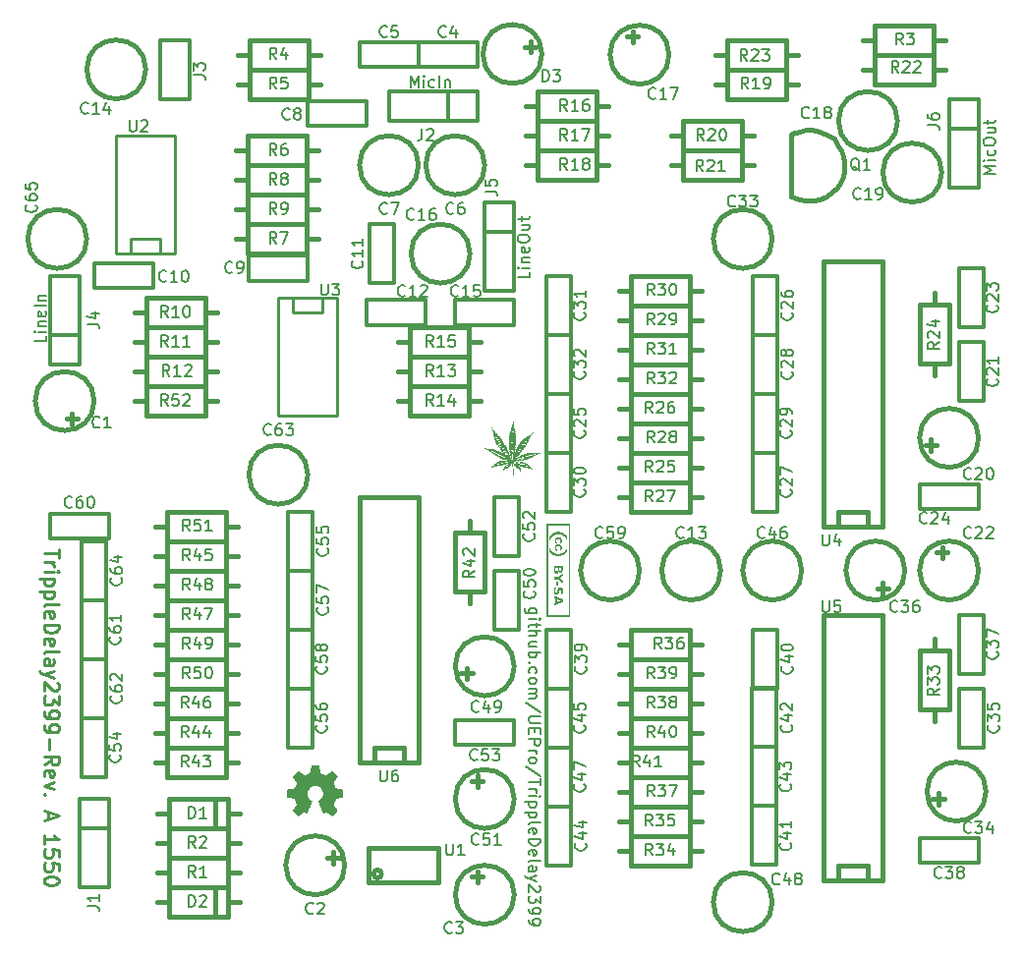
<source format=gto>
G04 (created by PCBNEW (2013-jul-07)-stable) date So 13 Dez 2015 15:06:15 CET*
%MOIN*%
G04 Gerber Fmt 3.4, Leading zero omitted, Abs format*
%FSLAX34Y34*%
G01*
G70*
G90*
G04 APERTURE LIST*
%ADD10C,0.00590551*%
%ADD11C,0.00984252*%
%ADD12C,0.015*%
%ADD13C,0.012*%
%ADD14C,0.01*%
%ADD15C,0.0001*%
G04 APERTURE END LIST*
G54D10*
X64003Y-42206D02*
X63684Y-42206D01*
X63646Y-42188D01*
X63628Y-42169D01*
X63609Y-42131D01*
X63609Y-42075D01*
X63628Y-42038D01*
X63759Y-42206D02*
X63740Y-42169D01*
X63740Y-42094D01*
X63759Y-42056D01*
X63778Y-42038D01*
X63815Y-42019D01*
X63928Y-42019D01*
X63965Y-42038D01*
X63984Y-42056D01*
X64003Y-42094D01*
X64003Y-42169D01*
X63984Y-42206D01*
X63740Y-42394D02*
X64003Y-42394D01*
X64134Y-42394D02*
X64115Y-42375D01*
X64096Y-42394D01*
X64115Y-42413D01*
X64134Y-42394D01*
X64096Y-42394D01*
X64003Y-42525D02*
X64003Y-42675D01*
X64134Y-42581D02*
X63796Y-42581D01*
X63759Y-42600D01*
X63740Y-42638D01*
X63740Y-42675D01*
X63740Y-42806D02*
X64134Y-42806D01*
X63740Y-42975D02*
X63946Y-42975D01*
X63984Y-42956D01*
X64003Y-42919D01*
X64003Y-42863D01*
X63984Y-42825D01*
X63965Y-42806D01*
X64003Y-43331D02*
X63740Y-43331D01*
X64003Y-43163D02*
X63796Y-43163D01*
X63759Y-43181D01*
X63740Y-43219D01*
X63740Y-43275D01*
X63759Y-43313D01*
X63778Y-43331D01*
X63740Y-43519D02*
X64134Y-43519D01*
X63984Y-43519D02*
X64003Y-43556D01*
X64003Y-43631D01*
X63984Y-43669D01*
X63965Y-43687D01*
X63928Y-43706D01*
X63815Y-43706D01*
X63778Y-43687D01*
X63759Y-43669D01*
X63740Y-43631D01*
X63740Y-43556D01*
X63759Y-43519D01*
X63778Y-43875D02*
X63759Y-43894D01*
X63740Y-43875D01*
X63759Y-43856D01*
X63778Y-43875D01*
X63740Y-43875D01*
X63759Y-44231D02*
X63740Y-44194D01*
X63740Y-44119D01*
X63759Y-44081D01*
X63778Y-44062D01*
X63815Y-44044D01*
X63928Y-44044D01*
X63965Y-44062D01*
X63984Y-44081D01*
X64003Y-44119D01*
X64003Y-44194D01*
X63984Y-44231D01*
X63740Y-44456D02*
X63759Y-44419D01*
X63778Y-44400D01*
X63815Y-44381D01*
X63928Y-44381D01*
X63965Y-44400D01*
X63984Y-44419D01*
X64003Y-44456D01*
X64003Y-44512D01*
X63984Y-44550D01*
X63965Y-44569D01*
X63928Y-44587D01*
X63815Y-44587D01*
X63778Y-44569D01*
X63759Y-44550D01*
X63740Y-44512D01*
X63740Y-44456D01*
X63740Y-44756D02*
X64003Y-44756D01*
X63965Y-44756D02*
X63984Y-44775D01*
X64003Y-44812D01*
X64003Y-44869D01*
X63984Y-44906D01*
X63946Y-44925D01*
X63740Y-44925D01*
X63946Y-44925D02*
X63984Y-44944D01*
X64003Y-44981D01*
X64003Y-45037D01*
X63984Y-45075D01*
X63946Y-45094D01*
X63740Y-45094D01*
X64153Y-45562D02*
X63646Y-45225D01*
X64134Y-45693D02*
X63815Y-45693D01*
X63778Y-45712D01*
X63759Y-45731D01*
X63740Y-45768D01*
X63740Y-45843D01*
X63759Y-45881D01*
X63778Y-45900D01*
X63815Y-45918D01*
X64134Y-45918D01*
X63946Y-46106D02*
X63946Y-46237D01*
X63740Y-46293D02*
X63740Y-46106D01*
X64134Y-46106D01*
X64134Y-46293D01*
X63740Y-46462D02*
X64134Y-46462D01*
X64134Y-46612D01*
X64115Y-46650D01*
X64096Y-46668D01*
X64059Y-46687D01*
X64003Y-46687D01*
X63965Y-46668D01*
X63946Y-46650D01*
X63928Y-46612D01*
X63928Y-46462D01*
X63740Y-46856D02*
X64003Y-46856D01*
X63928Y-46856D02*
X63965Y-46875D01*
X63984Y-46893D01*
X64003Y-46931D01*
X64003Y-46968D01*
X63740Y-47156D02*
X63759Y-47118D01*
X63778Y-47100D01*
X63815Y-47081D01*
X63928Y-47081D01*
X63965Y-47100D01*
X63984Y-47118D01*
X64003Y-47156D01*
X64003Y-47212D01*
X63984Y-47250D01*
X63965Y-47268D01*
X63928Y-47287D01*
X63815Y-47287D01*
X63778Y-47268D01*
X63759Y-47250D01*
X63740Y-47212D01*
X63740Y-47156D01*
X64153Y-47737D02*
X63646Y-47399D01*
X64134Y-47812D02*
X64134Y-48037D01*
X63740Y-47924D02*
X64134Y-47924D01*
X63740Y-48168D02*
X64003Y-48168D01*
X63928Y-48168D02*
X63965Y-48187D01*
X63984Y-48206D01*
X64003Y-48243D01*
X64003Y-48281D01*
X63740Y-48412D02*
X64003Y-48412D01*
X64134Y-48412D02*
X64115Y-48393D01*
X64096Y-48412D01*
X64115Y-48431D01*
X64134Y-48412D01*
X64096Y-48412D01*
X64003Y-48599D02*
X63609Y-48599D01*
X63984Y-48599D02*
X64003Y-48637D01*
X64003Y-48712D01*
X63984Y-48749D01*
X63965Y-48768D01*
X63928Y-48787D01*
X63815Y-48787D01*
X63778Y-48768D01*
X63759Y-48749D01*
X63740Y-48712D01*
X63740Y-48637D01*
X63759Y-48599D01*
X64003Y-48956D02*
X63609Y-48956D01*
X63984Y-48956D02*
X64003Y-48993D01*
X64003Y-49068D01*
X63984Y-49106D01*
X63965Y-49124D01*
X63928Y-49143D01*
X63815Y-49143D01*
X63778Y-49124D01*
X63759Y-49106D01*
X63740Y-49068D01*
X63740Y-48993D01*
X63759Y-48956D01*
X63740Y-49368D02*
X63759Y-49331D01*
X63796Y-49312D01*
X64134Y-49312D01*
X63759Y-49668D02*
X63740Y-49630D01*
X63740Y-49555D01*
X63759Y-49518D01*
X63796Y-49499D01*
X63946Y-49499D01*
X63984Y-49518D01*
X64003Y-49555D01*
X64003Y-49630D01*
X63984Y-49668D01*
X63946Y-49687D01*
X63909Y-49687D01*
X63871Y-49499D01*
X63740Y-49855D02*
X64134Y-49855D01*
X64134Y-49949D01*
X64115Y-50005D01*
X64078Y-50043D01*
X64040Y-50062D01*
X63965Y-50080D01*
X63909Y-50080D01*
X63834Y-50062D01*
X63796Y-50043D01*
X63759Y-50005D01*
X63740Y-49949D01*
X63740Y-49855D01*
X63759Y-50399D02*
X63740Y-50362D01*
X63740Y-50287D01*
X63759Y-50249D01*
X63796Y-50230D01*
X63946Y-50230D01*
X63984Y-50249D01*
X64003Y-50287D01*
X64003Y-50362D01*
X63984Y-50399D01*
X63946Y-50418D01*
X63909Y-50418D01*
X63871Y-50230D01*
X63740Y-50643D02*
X63759Y-50605D01*
X63796Y-50587D01*
X64134Y-50587D01*
X63740Y-50962D02*
X63946Y-50962D01*
X63984Y-50943D01*
X64003Y-50905D01*
X64003Y-50830D01*
X63984Y-50793D01*
X63759Y-50962D02*
X63740Y-50924D01*
X63740Y-50830D01*
X63759Y-50793D01*
X63796Y-50774D01*
X63834Y-50774D01*
X63871Y-50793D01*
X63890Y-50830D01*
X63890Y-50924D01*
X63909Y-50962D01*
X64003Y-51112D02*
X63740Y-51205D01*
X64003Y-51299D02*
X63740Y-51205D01*
X63646Y-51168D01*
X63628Y-51149D01*
X63609Y-51112D01*
X64096Y-51430D02*
X64115Y-51449D01*
X64134Y-51486D01*
X64134Y-51580D01*
X64115Y-51618D01*
X64096Y-51636D01*
X64059Y-51655D01*
X64021Y-51655D01*
X63965Y-51636D01*
X63740Y-51411D01*
X63740Y-51655D01*
X64134Y-51786D02*
X64134Y-52030D01*
X63984Y-51899D01*
X63984Y-51955D01*
X63965Y-51993D01*
X63946Y-52011D01*
X63909Y-52030D01*
X63815Y-52030D01*
X63778Y-52011D01*
X63759Y-51993D01*
X63740Y-51955D01*
X63740Y-51843D01*
X63759Y-51805D01*
X63778Y-51786D01*
X63740Y-52218D02*
X63740Y-52293D01*
X63759Y-52330D01*
X63778Y-52349D01*
X63834Y-52386D01*
X63909Y-52405D01*
X64059Y-52405D01*
X64096Y-52386D01*
X64115Y-52368D01*
X64134Y-52330D01*
X64134Y-52255D01*
X64115Y-52218D01*
X64096Y-52199D01*
X64059Y-52180D01*
X63965Y-52180D01*
X63928Y-52199D01*
X63909Y-52218D01*
X63890Y-52255D01*
X63890Y-52330D01*
X63909Y-52368D01*
X63928Y-52386D01*
X63965Y-52405D01*
X63740Y-52593D02*
X63740Y-52668D01*
X63759Y-52705D01*
X63778Y-52724D01*
X63834Y-52761D01*
X63909Y-52780D01*
X64059Y-52780D01*
X64096Y-52761D01*
X64115Y-52743D01*
X64134Y-52705D01*
X64134Y-52630D01*
X64115Y-52593D01*
X64096Y-52574D01*
X64059Y-52555D01*
X63965Y-52555D01*
X63928Y-52574D01*
X63909Y-52593D01*
X63890Y-52630D01*
X63890Y-52705D01*
X63909Y-52743D01*
X63928Y-52761D01*
X63965Y-52780D01*
X63759Y-30615D02*
X63759Y-30802D01*
X63365Y-30802D01*
X63759Y-30484D02*
X63496Y-30484D01*
X63365Y-30484D02*
X63384Y-30503D01*
X63403Y-30484D01*
X63384Y-30465D01*
X63365Y-30484D01*
X63403Y-30484D01*
X63496Y-30296D02*
X63759Y-30296D01*
X63534Y-30296D02*
X63515Y-30278D01*
X63496Y-30240D01*
X63496Y-30184D01*
X63515Y-30146D01*
X63553Y-30128D01*
X63759Y-30128D01*
X63740Y-29790D02*
X63759Y-29828D01*
X63759Y-29903D01*
X63740Y-29940D01*
X63703Y-29959D01*
X63553Y-29959D01*
X63515Y-29940D01*
X63496Y-29903D01*
X63496Y-29828D01*
X63515Y-29790D01*
X63553Y-29771D01*
X63590Y-29771D01*
X63628Y-29959D01*
X63365Y-29528D02*
X63365Y-29453D01*
X63384Y-29415D01*
X63421Y-29378D01*
X63496Y-29359D01*
X63628Y-29359D01*
X63703Y-29378D01*
X63740Y-29415D01*
X63759Y-29453D01*
X63759Y-29528D01*
X63740Y-29565D01*
X63703Y-29603D01*
X63628Y-29621D01*
X63496Y-29621D01*
X63421Y-29603D01*
X63384Y-29565D01*
X63365Y-29528D01*
X63496Y-29021D02*
X63759Y-29021D01*
X63496Y-29190D02*
X63703Y-29190D01*
X63740Y-29171D01*
X63759Y-29134D01*
X63759Y-29078D01*
X63740Y-29040D01*
X63721Y-29021D01*
X63496Y-28890D02*
X63496Y-28740D01*
X63365Y-28834D02*
X63703Y-28834D01*
X63740Y-28815D01*
X63759Y-28778D01*
X63759Y-28740D01*
X47359Y-32790D02*
X47359Y-32978D01*
X46965Y-32978D01*
X47359Y-32659D02*
X47096Y-32659D01*
X46965Y-32659D02*
X46984Y-32678D01*
X47003Y-32659D01*
X46984Y-32640D01*
X46965Y-32659D01*
X47003Y-32659D01*
X47096Y-32471D02*
X47359Y-32471D01*
X47134Y-32471D02*
X47115Y-32453D01*
X47096Y-32415D01*
X47096Y-32359D01*
X47115Y-32321D01*
X47153Y-32303D01*
X47359Y-32303D01*
X47340Y-31965D02*
X47359Y-32003D01*
X47359Y-32078D01*
X47340Y-32115D01*
X47303Y-32134D01*
X47153Y-32134D01*
X47115Y-32115D01*
X47096Y-32078D01*
X47096Y-32003D01*
X47115Y-31965D01*
X47153Y-31946D01*
X47190Y-31946D01*
X47228Y-32134D01*
X47359Y-31778D02*
X46965Y-31778D01*
X47096Y-31590D02*
X47359Y-31590D01*
X47134Y-31590D02*
X47115Y-31571D01*
X47096Y-31534D01*
X47096Y-31478D01*
X47115Y-31440D01*
X47153Y-31421D01*
X47359Y-31421D01*
X79559Y-27290D02*
X79165Y-27290D01*
X79446Y-27159D01*
X79165Y-27028D01*
X79559Y-27028D01*
X79559Y-26840D02*
X79296Y-26840D01*
X79165Y-26840D02*
X79184Y-26859D01*
X79203Y-26840D01*
X79184Y-26821D01*
X79165Y-26840D01*
X79203Y-26840D01*
X79540Y-26484D02*
X79559Y-26521D01*
X79559Y-26596D01*
X79540Y-26634D01*
X79521Y-26653D01*
X79484Y-26671D01*
X79371Y-26671D01*
X79334Y-26653D01*
X79315Y-26634D01*
X79296Y-26596D01*
X79296Y-26521D01*
X79315Y-26484D01*
X79165Y-26240D02*
X79165Y-26165D01*
X79184Y-26128D01*
X79221Y-26090D01*
X79296Y-26071D01*
X79428Y-26071D01*
X79503Y-26090D01*
X79540Y-26128D01*
X79559Y-26165D01*
X79559Y-26240D01*
X79540Y-26278D01*
X79503Y-26315D01*
X79428Y-26334D01*
X79296Y-26334D01*
X79221Y-26315D01*
X79184Y-26278D01*
X79165Y-26240D01*
X79296Y-25734D02*
X79559Y-25734D01*
X79296Y-25903D02*
X79503Y-25903D01*
X79540Y-25884D01*
X79559Y-25846D01*
X79559Y-25790D01*
X79540Y-25753D01*
X79521Y-25734D01*
X79296Y-25603D02*
X79296Y-25453D01*
X79165Y-25546D02*
X79503Y-25546D01*
X79540Y-25528D01*
X79559Y-25490D01*
X79559Y-25453D01*
X59734Y-24359D02*
X59734Y-23965D01*
X59865Y-24246D01*
X59996Y-23965D01*
X59996Y-24359D01*
X60184Y-24359D02*
X60184Y-24096D01*
X60184Y-23965D02*
X60165Y-23984D01*
X60184Y-24003D01*
X60203Y-23984D01*
X60184Y-23965D01*
X60184Y-24003D01*
X60540Y-24340D02*
X60503Y-24359D01*
X60428Y-24359D01*
X60390Y-24340D01*
X60371Y-24321D01*
X60353Y-24284D01*
X60353Y-24171D01*
X60371Y-24134D01*
X60390Y-24115D01*
X60428Y-24096D01*
X60503Y-24096D01*
X60540Y-24115D01*
X60709Y-24359D02*
X60709Y-23965D01*
X60896Y-24096D02*
X60896Y-24359D01*
X60896Y-24134D02*
X60915Y-24115D01*
X60953Y-24096D01*
X61009Y-24096D01*
X61046Y-24115D01*
X61065Y-24153D01*
X61065Y-24359D01*
G54D11*
X47792Y-40031D02*
X47792Y-40313D01*
X47300Y-40172D02*
X47792Y-40172D01*
X47300Y-40477D02*
X47628Y-40477D01*
X47535Y-40477D02*
X47582Y-40500D01*
X47605Y-40524D01*
X47628Y-40570D01*
X47628Y-40617D01*
X47300Y-40781D02*
X47628Y-40781D01*
X47792Y-40781D02*
X47769Y-40758D01*
X47746Y-40781D01*
X47769Y-40805D01*
X47792Y-40781D01*
X47746Y-40781D01*
X47628Y-41016D02*
X47136Y-41016D01*
X47605Y-41016D02*
X47628Y-41063D01*
X47628Y-41156D01*
X47605Y-41203D01*
X47582Y-41227D01*
X47535Y-41250D01*
X47394Y-41250D01*
X47347Y-41227D01*
X47324Y-41203D01*
X47300Y-41156D01*
X47300Y-41063D01*
X47324Y-41016D01*
X47628Y-41461D02*
X47136Y-41461D01*
X47605Y-41461D02*
X47628Y-41508D01*
X47628Y-41602D01*
X47605Y-41648D01*
X47582Y-41672D01*
X47535Y-41695D01*
X47394Y-41695D01*
X47347Y-41672D01*
X47324Y-41648D01*
X47300Y-41602D01*
X47300Y-41508D01*
X47324Y-41461D01*
X47300Y-41977D02*
X47324Y-41930D01*
X47371Y-41906D01*
X47792Y-41906D01*
X47324Y-42351D02*
X47300Y-42305D01*
X47300Y-42211D01*
X47324Y-42164D01*
X47371Y-42141D01*
X47558Y-42141D01*
X47605Y-42164D01*
X47628Y-42211D01*
X47628Y-42305D01*
X47605Y-42351D01*
X47558Y-42375D01*
X47511Y-42375D01*
X47464Y-42141D01*
X47300Y-42586D02*
X47792Y-42586D01*
X47792Y-42703D01*
X47769Y-42773D01*
X47722Y-42820D01*
X47675Y-42844D01*
X47582Y-42867D01*
X47511Y-42867D01*
X47417Y-42844D01*
X47371Y-42820D01*
X47324Y-42773D01*
X47300Y-42703D01*
X47300Y-42586D01*
X47324Y-43265D02*
X47300Y-43219D01*
X47300Y-43125D01*
X47324Y-43078D01*
X47371Y-43055D01*
X47558Y-43055D01*
X47605Y-43078D01*
X47628Y-43125D01*
X47628Y-43219D01*
X47605Y-43265D01*
X47558Y-43289D01*
X47511Y-43289D01*
X47464Y-43055D01*
X47300Y-43570D02*
X47324Y-43523D01*
X47371Y-43500D01*
X47792Y-43500D01*
X47300Y-43968D02*
X47558Y-43968D01*
X47605Y-43945D01*
X47628Y-43898D01*
X47628Y-43804D01*
X47605Y-43758D01*
X47324Y-43968D02*
X47300Y-43922D01*
X47300Y-43804D01*
X47324Y-43758D01*
X47371Y-43734D01*
X47417Y-43734D01*
X47464Y-43758D01*
X47488Y-43804D01*
X47488Y-43922D01*
X47511Y-43968D01*
X47628Y-44156D02*
X47300Y-44273D01*
X47628Y-44390D02*
X47300Y-44273D01*
X47183Y-44226D01*
X47160Y-44203D01*
X47136Y-44156D01*
X47746Y-44554D02*
X47769Y-44578D01*
X47792Y-44625D01*
X47792Y-44742D01*
X47769Y-44789D01*
X47746Y-44812D01*
X47699Y-44836D01*
X47652Y-44836D01*
X47582Y-44812D01*
X47300Y-44531D01*
X47300Y-44836D01*
X47792Y-45000D02*
X47792Y-45304D01*
X47605Y-45140D01*
X47605Y-45211D01*
X47582Y-45257D01*
X47558Y-45281D01*
X47511Y-45304D01*
X47394Y-45304D01*
X47347Y-45281D01*
X47324Y-45257D01*
X47300Y-45211D01*
X47300Y-45070D01*
X47324Y-45023D01*
X47347Y-45000D01*
X47300Y-45539D02*
X47300Y-45632D01*
X47324Y-45679D01*
X47347Y-45703D01*
X47417Y-45750D01*
X47511Y-45773D01*
X47699Y-45773D01*
X47746Y-45750D01*
X47769Y-45726D01*
X47792Y-45679D01*
X47792Y-45585D01*
X47769Y-45539D01*
X47746Y-45515D01*
X47699Y-45492D01*
X47582Y-45492D01*
X47535Y-45515D01*
X47511Y-45539D01*
X47488Y-45585D01*
X47488Y-45679D01*
X47511Y-45726D01*
X47535Y-45750D01*
X47582Y-45773D01*
X47300Y-46007D02*
X47300Y-46101D01*
X47324Y-46148D01*
X47347Y-46171D01*
X47417Y-46218D01*
X47511Y-46242D01*
X47699Y-46242D01*
X47746Y-46218D01*
X47769Y-46195D01*
X47792Y-46148D01*
X47792Y-46054D01*
X47769Y-46007D01*
X47746Y-45984D01*
X47699Y-45960D01*
X47582Y-45960D01*
X47535Y-45984D01*
X47511Y-46007D01*
X47488Y-46054D01*
X47488Y-46148D01*
X47511Y-46195D01*
X47535Y-46218D01*
X47582Y-46242D01*
X47488Y-46453D02*
X47488Y-46827D01*
X47300Y-47343D02*
X47535Y-47179D01*
X47300Y-47062D02*
X47792Y-47062D01*
X47792Y-47249D01*
X47769Y-47296D01*
X47746Y-47320D01*
X47699Y-47343D01*
X47628Y-47343D01*
X47582Y-47320D01*
X47558Y-47296D01*
X47535Y-47249D01*
X47535Y-47062D01*
X47324Y-47741D02*
X47300Y-47695D01*
X47300Y-47601D01*
X47324Y-47554D01*
X47371Y-47531D01*
X47558Y-47531D01*
X47605Y-47554D01*
X47628Y-47601D01*
X47628Y-47695D01*
X47605Y-47741D01*
X47558Y-47765D01*
X47511Y-47765D01*
X47464Y-47531D01*
X47628Y-47929D02*
X47300Y-48046D01*
X47628Y-48163D01*
X47347Y-48351D02*
X47324Y-48374D01*
X47300Y-48351D01*
X47324Y-48327D01*
X47347Y-48351D01*
X47300Y-48351D01*
X47441Y-48937D02*
X47441Y-49171D01*
X47300Y-48890D02*
X47792Y-49054D01*
X47300Y-49218D01*
X47300Y-50015D02*
X47300Y-49733D01*
X47300Y-49874D02*
X47792Y-49874D01*
X47722Y-49827D01*
X47675Y-49780D01*
X47652Y-49733D01*
X47792Y-50460D02*
X47792Y-50226D01*
X47558Y-50202D01*
X47582Y-50226D01*
X47605Y-50272D01*
X47605Y-50390D01*
X47582Y-50436D01*
X47558Y-50460D01*
X47511Y-50483D01*
X47394Y-50483D01*
X47347Y-50460D01*
X47324Y-50436D01*
X47300Y-50390D01*
X47300Y-50272D01*
X47324Y-50226D01*
X47347Y-50202D01*
X47792Y-50929D02*
X47792Y-50694D01*
X47558Y-50671D01*
X47582Y-50694D01*
X47605Y-50741D01*
X47605Y-50858D01*
X47582Y-50905D01*
X47558Y-50929D01*
X47511Y-50952D01*
X47394Y-50952D01*
X47347Y-50929D01*
X47324Y-50905D01*
X47300Y-50858D01*
X47300Y-50741D01*
X47324Y-50694D01*
X47347Y-50671D01*
X47792Y-51257D02*
X47792Y-51303D01*
X47769Y-51350D01*
X47746Y-51374D01*
X47699Y-51397D01*
X47605Y-51421D01*
X47488Y-51421D01*
X47394Y-51397D01*
X47347Y-51374D01*
X47324Y-51350D01*
X47300Y-51303D01*
X47300Y-51257D01*
X47324Y-51210D01*
X47347Y-51186D01*
X47394Y-51163D01*
X47488Y-51139D01*
X47605Y-51139D01*
X47699Y-51163D01*
X47746Y-51186D01*
X47769Y-51210D01*
X47792Y-51257D01*
G54D12*
X58753Y-51045D02*
G75*
G03X58753Y-51045I-139J0D01*
G74*
G01*
X60681Y-50159D02*
X58318Y-50159D01*
X58318Y-50159D02*
X58318Y-51340D01*
X58318Y-51340D02*
X60681Y-51340D01*
X60681Y-51340D02*
X60681Y-50159D01*
X64031Y-25000D02*
X63631Y-25000D01*
X66031Y-25000D02*
X66431Y-25000D01*
X64031Y-24500D02*
X66031Y-24500D01*
X66031Y-24500D02*
X66031Y-25500D01*
X66031Y-25500D02*
X64031Y-25500D01*
X64031Y-25500D02*
X64031Y-24500D01*
X75471Y-23750D02*
X75071Y-23750D01*
X77471Y-23750D02*
X77871Y-23750D01*
X75471Y-23250D02*
X77471Y-23250D01*
X77471Y-23250D02*
X77471Y-24250D01*
X77471Y-24250D02*
X75471Y-24250D01*
X75471Y-24250D02*
X75471Y-23250D01*
X72469Y-23250D02*
X72869Y-23250D01*
X70469Y-23250D02*
X70069Y-23250D01*
X72469Y-23750D02*
X70469Y-23750D01*
X70469Y-23750D02*
X70469Y-22750D01*
X70469Y-22750D02*
X72469Y-22750D01*
X72469Y-22750D02*
X72469Y-23750D01*
X61750Y-41469D02*
X61750Y-41869D01*
X61750Y-39469D02*
X61750Y-39069D01*
X61250Y-41469D02*
X61250Y-39469D01*
X61250Y-39469D02*
X62250Y-39469D01*
X62250Y-39469D02*
X62250Y-41469D01*
X62250Y-41469D02*
X61250Y-41469D01*
X70969Y-27000D02*
X71369Y-27000D01*
X68969Y-27000D02*
X68569Y-27000D01*
X70969Y-27500D02*
X68969Y-27500D01*
X68969Y-27500D02*
X68969Y-26500D01*
X68969Y-26500D02*
X70969Y-26500D01*
X70969Y-26500D02*
X70969Y-27500D01*
X51531Y-50000D02*
X51131Y-50000D01*
X53531Y-50000D02*
X53931Y-50000D01*
X51531Y-49500D02*
X53531Y-49500D01*
X53531Y-49500D02*
X53531Y-50500D01*
X53531Y-50500D02*
X51531Y-50500D01*
X51531Y-50500D02*
X51531Y-49500D01*
X53469Y-40250D02*
X53869Y-40250D01*
X51469Y-40250D02*
X51069Y-40250D01*
X53469Y-40750D02*
X51469Y-40750D01*
X51469Y-40750D02*
X51469Y-39750D01*
X51469Y-39750D02*
X53469Y-39750D01*
X53469Y-39750D02*
X53469Y-40750D01*
X51531Y-51000D02*
X51131Y-51000D01*
X53531Y-51000D02*
X53931Y-51000D01*
X51531Y-50500D02*
X53531Y-50500D01*
X53531Y-50500D02*
X53531Y-51500D01*
X53531Y-51500D02*
X51531Y-51500D01*
X51531Y-51500D02*
X51531Y-50500D01*
X53469Y-39250D02*
X53869Y-39250D01*
X51469Y-39250D02*
X51069Y-39250D01*
X53469Y-39750D02*
X51469Y-39750D01*
X51469Y-39750D02*
X51469Y-38750D01*
X51469Y-38750D02*
X53469Y-38750D01*
X53469Y-38750D02*
X53469Y-39750D01*
X77469Y-22750D02*
X77869Y-22750D01*
X75469Y-22750D02*
X75069Y-22750D01*
X77469Y-23250D02*
X75469Y-23250D01*
X75469Y-23250D02*
X75469Y-22250D01*
X75469Y-22250D02*
X77469Y-22250D01*
X77469Y-22250D02*
X77469Y-23250D01*
X67221Y-49250D02*
X66821Y-49250D01*
X69221Y-49250D02*
X69621Y-49250D01*
X67221Y-48750D02*
X69221Y-48750D01*
X69221Y-48750D02*
X69221Y-49750D01*
X69221Y-49750D02*
X67221Y-49750D01*
X67221Y-49750D02*
X67221Y-48750D01*
X51481Y-47250D02*
X51081Y-47250D01*
X53481Y-47250D02*
X53881Y-47250D01*
X51481Y-46750D02*
X53481Y-46750D01*
X53481Y-46750D02*
X53481Y-47750D01*
X53481Y-47750D02*
X51481Y-47750D01*
X51481Y-47750D02*
X51481Y-46750D01*
X68971Y-26000D02*
X68571Y-26000D01*
X70971Y-26000D02*
X71371Y-26000D01*
X68971Y-25500D02*
X70971Y-25500D01*
X70971Y-25500D02*
X70971Y-26500D01*
X70971Y-26500D02*
X68971Y-26500D01*
X68971Y-26500D02*
X68971Y-25500D01*
X53469Y-44250D02*
X53869Y-44250D01*
X51469Y-44250D02*
X51069Y-44250D01*
X53469Y-44750D02*
X51469Y-44750D01*
X51469Y-44750D02*
X51469Y-43750D01*
X51469Y-43750D02*
X53469Y-43750D01*
X53469Y-43750D02*
X53469Y-44750D01*
X54281Y-23250D02*
X53881Y-23250D01*
X56281Y-23250D02*
X56681Y-23250D01*
X54281Y-22750D02*
X56281Y-22750D01*
X56281Y-22750D02*
X56281Y-23750D01*
X56281Y-23750D02*
X54281Y-23750D01*
X54281Y-23750D02*
X54281Y-22750D01*
X64031Y-27000D02*
X63631Y-27000D01*
X66031Y-27000D02*
X66431Y-27000D01*
X64031Y-26500D02*
X66031Y-26500D01*
X66031Y-26500D02*
X66031Y-27500D01*
X66031Y-27500D02*
X64031Y-27500D01*
X64031Y-27500D02*
X64031Y-26500D01*
X54281Y-24250D02*
X53881Y-24250D01*
X56281Y-24250D02*
X56681Y-24250D01*
X54281Y-23750D02*
X56281Y-23750D01*
X56281Y-23750D02*
X56281Y-24750D01*
X56281Y-24750D02*
X54281Y-24750D01*
X54281Y-24750D02*
X54281Y-23750D01*
X66029Y-26000D02*
X66429Y-26000D01*
X64029Y-26000D02*
X63629Y-26000D01*
X66029Y-26500D02*
X64029Y-26500D01*
X64029Y-26500D02*
X64029Y-25500D01*
X64029Y-25500D02*
X66029Y-25500D01*
X66029Y-25500D02*
X66029Y-26500D01*
X56219Y-26500D02*
X56619Y-26500D01*
X54219Y-26500D02*
X53819Y-26500D01*
X56219Y-27000D02*
X54219Y-27000D01*
X54219Y-27000D02*
X54219Y-26000D01*
X54219Y-26000D02*
X56219Y-26000D01*
X56219Y-26000D02*
X56219Y-27000D01*
X56219Y-29500D02*
X56619Y-29500D01*
X54219Y-29500D02*
X53819Y-29500D01*
X56219Y-30000D02*
X54219Y-30000D01*
X54219Y-30000D02*
X54219Y-29000D01*
X54219Y-29000D02*
X56219Y-29000D01*
X56219Y-29000D02*
X56219Y-30000D01*
X56219Y-27500D02*
X56619Y-27500D01*
X54219Y-27500D02*
X53819Y-27500D01*
X56219Y-28000D02*
X54219Y-28000D01*
X54219Y-28000D02*
X54219Y-27000D01*
X54219Y-27000D02*
X56219Y-27000D01*
X56219Y-27000D02*
X56219Y-28000D01*
X56219Y-28500D02*
X56619Y-28500D01*
X54219Y-28500D02*
X53819Y-28500D01*
X56219Y-29000D02*
X54219Y-29000D01*
X54219Y-29000D02*
X54219Y-28000D01*
X54219Y-28000D02*
X56219Y-28000D01*
X56219Y-28000D02*
X56219Y-29000D01*
X50781Y-32000D02*
X50381Y-32000D01*
X52781Y-32000D02*
X53181Y-32000D01*
X50781Y-31500D02*
X52781Y-31500D01*
X52781Y-31500D02*
X52781Y-32500D01*
X52781Y-32500D02*
X50781Y-32500D01*
X50781Y-32500D02*
X50781Y-31500D01*
X61719Y-33000D02*
X62119Y-33000D01*
X59719Y-33000D02*
X59319Y-33000D01*
X61719Y-33500D02*
X59719Y-33500D01*
X59719Y-33500D02*
X59719Y-32500D01*
X59719Y-32500D02*
X61719Y-32500D01*
X61719Y-32500D02*
X61719Y-33500D01*
X61719Y-35000D02*
X62119Y-35000D01*
X59719Y-35000D02*
X59319Y-35000D01*
X61719Y-35500D02*
X59719Y-35500D01*
X59719Y-35500D02*
X59719Y-34500D01*
X59719Y-34500D02*
X61719Y-34500D01*
X61719Y-34500D02*
X61719Y-35500D01*
X61719Y-34000D02*
X62119Y-34000D01*
X59719Y-34000D02*
X59319Y-34000D01*
X61719Y-34500D02*
X59719Y-34500D01*
X59719Y-34500D02*
X59719Y-33500D01*
X59719Y-33500D02*
X61719Y-33500D01*
X61719Y-33500D02*
X61719Y-34500D01*
X77500Y-45469D02*
X77500Y-45869D01*
X77500Y-43469D02*
X77500Y-43069D01*
X77000Y-45469D02*
X77000Y-43469D01*
X77000Y-43469D02*
X78000Y-43469D01*
X78000Y-43469D02*
X78000Y-45469D01*
X78000Y-45469D02*
X77000Y-45469D01*
X50781Y-35000D02*
X50381Y-35000D01*
X52781Y-35000D02*
X53181Y-35000D01*
X50781Y-34500D02*
X52781Y-34500D01*
X52781Y-34500D02*
X52781Y-35500D01*
X52781Y-35500D02*
X50781Y-35500D01*
X50781Y-35500D02*
X50781Y-34500D01*
X52779Y-34000D02*
X53179Y-34000D01*
X50779Y-34000D02*
X50379Y-34000D01*
X52779Y-34500D02*
X50779Y-34500D01*
X50779Y-34500D02*
X50779Y-33500D01*
X50779Y-33500D02*
X52779Y-33500D01*
X52779Y-33500D02*
X52779Y-34500D01*
X50781Y-33000D02*
X50381Y-33000D01*
X52781Y-33000D02*
X53181Y-33000D01*
X50781Y-32500D02*
X52781Y-32500D01*
X52781Y-32500D02*
X52781Y-33500D01*
X52781Y-33500D02*
X50781Y-33500D01*
X50781Y-33500D02*
X50781Y-32500D01*
X67221Y-35250D02*
X66821Y-35250D01*
X69221Y-35250D02*
X69621Y-35250D01*
X67221Y-34750D02*
X69221Y-34750D01*
X69221Y-34750D02*
X69221Y-35750D01*
X69221Y-35750D02*
X67221Y-35750D01*
X67221Y-35750D02*
X67221Y-34750D01*
X69219Y-32250D02*
X69619Y-32250D01*
X67219Y-32250D02*
X66819Y-32250D01*
X69219Y-32750D02*
X67219Y-32750D01*
X67219Y-32750D02*
X67219Y-31750D01*
X67219Y-31750D02*
X69219Y-31750D01*
X69219Y-31750D02*
X69219Y-32750D01*
X69219Y-31250D02*
X69619Y-31250D01*
X67219Y-31250D02*
X66819Y-31250D01*
X69219Y-31750D02*
X67219Y-31750D01*
X67219Y-31750D02*
X67219Y-30750D01*
X67219Y-30750D02*
X69219Y-30750D01*
X69219Y-30750D02*
X69219Y-31750D01*
X69219Y-33250D02*
X69619Y-33250D01*
X67219Y-33250D02*
X66819Y-33250D01*
X69219Y-33750D02*
X67219Y-33750D01*
X67219Y-33750D02*
X67219Y-32750D01*
X67219Y-32750D02*
X69219Y-32750D01*
X69219Y-32750D02*
X69219Y-33750D01*
X70471Y-24250D02*
X70071Y-24250D01*
X72471Y-24250D02*
X72871Y-24250D01*
X70471Y-23750D02*
X72471Y-23750D01*
X72471Y-23750D02*
X72471Y-24750D01*
X72471Y-24750D02*
X70471Y-24750D01*
X70471Y-24750D02*
X70471Y-23750D01*
X69219Y-36250D02*
X69619Y-36250D01*
X67219Y-36250D02*
X66819Y-36250D01*
X69219Y-36750D02*
X67219Y-36750D01*
X67219Y-36750D02*
X67219Y-35750D01*
X67219Y-35750D02*
X69219Y-35750D01*
X69219Y-35750D02*
X69219Y-36750D01*
X69219Y-34250D02*
X69619Y-34250D01*
X67219Y-34250D02*
X66819Y-34250D01*
X69219Y-34750D02*
X67219Y-34750D01*
X67219Y-34750D02*
X67219Y-33750D01*
X67219Y-33750D02*
X69219Y-33750D01*
X69219Y-33750D02*
X69219Y-34750D01*
X67221Y-37250D02*
X66821Y-37250D01*
X69221Y-37250D02*
X69621Y-37250D01*
X67221Y-36750D02*
X69221Y-36750D01*
X69221Y-36750D02*
X69221Y-37750D01*
X69221Y-37750D02*
X67221Y-37750D01*
X67221Y-37750D02*
X67221Y-36750D01*
X67221Y-38250D02*
X66821Y-38250D01*
X69221Y-38250D02*
X69621Y-38250D01*
X67221Y-37750D02*
X69221Y-37750D01*
X69221Y-37750D02*
X69221Y-38750D01*
X69221Y-38750D02*
X67221Y-38750D01*
X67221Y-38750D02*
X67221Y-37750D01*
X77500Y-33719D02*
X77500Y-34119D01*
X77500Y-31719D02*
X77500Y-31319D01*
X77000Y-33719D02*
X77000Y-31719D01*
X77000Y-31719D02*
X78000Y-31719D01*
X78000Y-31719D02*
X78000Y-33719D01*
X78000Y-33719D02*
X77000Y-33719D01*
X67221Y-43250D02*
X66821Y-43250D01*
X69221Y-43250D02*
X69621Y-43250D01*
X67221Y-42750D02*
X69221Y-42750D01*
X69221Y-42750D02*
X69221Y-43750D01*
X69221Y-43750D02*
X67221Y-43750D01*
X67221Y-43750D02*
X67221Y-42750D01*
X69219Y-46250D02*
X69619Y-46250D01*
X67219Y-46250D02*
X66819Y-46250D01*
X69219Y-46750D02*
X67219Y-46750D01*
X67219Y-46750D02*
X67219Y-45750D01*
X67219Y-45750D02*
X69219Y-45750D01*
X69219Y-45750D02*
X69219Y-46750D01*
X51481Y-45250D02*
X51081Y-45250D01*
X53481Y-45250D02*
X53881Y-45250D01*
X51481Y-44750D02*
X53481Y-44750D01*
X53481Y-44750D02*
X53481Y-45750D01*
X53481Y-45750D02*
X51481Y-45750D01*
X51481Y-45750D02*
X51481Y-44750D01*
X69219Y-45250D02*
X69619Y-45250D01*
X67219Y-45250D02*
X66819Y-45250D01*
X69219Y-45750D02*
X67219Y-45750D01*
X67219Y-45750D02*
X67219Y-44750D01*
X67219Y-44750D02*
X69219Y-44750D01*
X69219Y-44750D02*
X69219Y-45750D01*
X53469Y-43250D02*
X53869Y-43250D01*
X51469Y-43250D02*
X51069Y-43250D01*
X53469Y-43750D02*
X51469Y-43750D01*
X51469Y-43750D02*
X51469Y-42750D01*
X51469Y-42750D02*
X53469Y-42750D01*
X53469Y-42750D02*
X53469Y-43750D01*
X53469Y-41250D02*
X53869Y-41250D01*
X51469Y-41250D02*
X51069Y-41250D01*
X53469Y-41750D02*
X51469Y-41750D01*
X51469Y-41750D02*
X51469Y-40750D01*
X51469Y-40750D02*
X53469Y-40750D01*
X53469Y-40750D02*
X53469Y-41750D01*
X53469Y-42250D02*
X53869Y-42250D01*
X51469Y-42250D02*
X51069Y-42250D01*
X53469Y-42750D02*
X51469Y-42750D01*
X51469Y-42750D02*
X51469Y-41750D01*
X51469Y-41750D02*
X53469Y-41750D01*
X53469Y-41750D02*
X53469Y-42750D01*
X51481Y-46250D02*
X51081Y-46250D01*
X53481Y-46250D02*
X53881Y-46250D01*
X51481Y-45750D02*
X53481Y-45750D01*
X53481Y-45750D02*
X53481Y-46750D01*
X53481Y-46750D02*
X51481Y-46750D01*
X51481Y-46750D02*
X51481Y-45750D01*
X69219Y-44250D02*
X69619Y-44250D01*
X67219Y-44250D02*
X66819Y-44250D01*
X69219Y-44750D02*
X67219Y-44750D01*
X67219Y-44750D02*
X67219Y-43750D01*
X67219Y-43750D02*
X69219Y-43750D01*
X69219Y-43750D02*
X69219Y-44750D01*
X67221Y-50250D02*
X66821Y-50250D01*
X69221Y-50250D02*
X69621Y-50250D01*
X67221Y-49750D02*
X69221Y-49750D01*
X69221Y-49750D02*
X69221Y-50750D01*
X69221Y-50750D02*
X67221Y-50750D01*
X67221Y-50750D02*
X67221Y-49750D01*
X69219Y-48250D02*
X69619Y-48250D01*
X67219Y-48250D02*
X66819Y-48250D01*
X69219Y-48750D02*
X67219Y-48750D01*
X67219Y-48750D02*
X67219Y-47750D01*
X67219Y-47750D02*
X69219Y-47750D01*
X69219Y-47750D02*
X69219Y-48750D01*
X69219Y-47250D02*
X69619Y-47250D01*
X67219Y-47250D02*
X66819Y-47250D01*
X69219Y-47750D02*
X67219Y-47750D01*
X67219Y-47750D02*
X67219Y-46750D01*
X67219Y-46750D02*
X69219Y-46750D01*
X69219Y-46750D02*
X69219Y-47750D01*
G54D13*
X48500Y-48500D02*
X49500Y-48500D01*
X49500Y-48500D02*
X49500Y-51500D01*
X49500Y-51500D02*
X48500Y-51500D01*
X48500Y-51500D02*
X48500Y-48500D01*
X49500Y-49500D02*
X48500Y-49500D01*
X48500Y-33750D02*
X47500Y-33750D01*
X47500Y-33750D02*
X47500Y-30750D01*
X47500Y-30750D02*
X48500Y-30750D01*
X48500Y-30750D02*
X48500Y-33750D01*
X47500Y-32750D02*
X48500Y-32750D01*
X78000Y-24750D02*
X79000Y-24750D01*
X79000Y-24750D02*
X79000Y-27750D01*
X79000Y-27750D02*
X78000Y-27750D01*
X78000Y-27750D02*
X78000Y-24750D01*
X79000Y-25750D02*
X78000Y-25750D01*
X62250Y-28250D02*
X63250Y-28250D01*
X63250Y-28250D02*
X63250Y-31250D01*
X63250Y-31250D02*
X62250Y-31250D01*
X62250Y-31250D02*
X62250Y-28250D01*
X63250Y-29250D02*
X62250Y-29250D01*
X62000Y-24500D02*
X62000Y-25500D01*
X62000Y-25500D02*
X59000Y-25500D01*
X59000Y-25500D02*
X59000Y-24500D01*
X59000Y-24500D02*
X62000Y-24500D01*
X61000Y-25500D02*
X61000Y-24500D01*
X51250Y-22750D02*
X52250Y-22750D01*
X52250Y-22750D02*
X52250Y-24750D01*
X52250Y-24750D02*
X51250Y-24750D01*
X51250Y-24750D02*
X51250Y-22750D01*
G54D14*
X50250Y-30000D02*
X50250Y-29500D01*
X50250Y-29500D02*
X51250Y-29500D01*
X51250Y-29500D02*
X51250Y-30000D01*
X49750Y-30000D02*
X49750Y-26000D01*
X49750Y-26000D02*
X51750Y-26000D01*
X51750Y-26000D02*
X51750Y-30000D01*
X51750Y-30000D02*
X49750Y-30000D01*
X56750Y-31500D02*
X56750Y-32000D01*
X56750Y-32000D02*
X55750Y-32000D01*
X55750Y-32000D02*
X55750Y-31500D01*
X57250Y-31500D02*
X57250Y-35500D01*
X57250Y-35500D02*
X55250Y-35500D01*
X55250Y-35500D02*
X55250Y-31500D01*
X55250Y-31500D02*
X57250Y-31500D01*
G54D12*
X74250Y-39250D02*
X74250Y-39250D01*
X74250Y-39250D02*
X74250Y-38750D01*
X74250Y-38750D02*
X75250Y-38750D01*
X75250Y-38750D02*
X75250Y-39250D01*
X73750Y-39250D02*
X73750Y-30250D01*
X73750Y-30250D02*
X75750Y-30250D01*
X75750Y-30250D02*
X75750Y-39250D01*
X75750Y-39250D02*
X73750Y-39250D01*
X74250Y-51250D02*
X74250Y-51250D01*
X74250Y-51250D02*
X74250Y-50750D01*
X74250Y-50750D02*
X75250Y-50750D01*
X75250Y-50750D02*
X75250Y-51250D01*
X73750Y-51250D02*
X73750Y-42250D01*
X73750Y-42250D02*
X75750Y-42250D01*
X75750Y-42250D02*
X75750Y-51250D01*
X75750Y-51250D02*
X73750Y-51250D01*
X58500Y-47250D02*
X58500Y-47250D01*
X58500Y-47250D02*
X58500Y-46750D01*
X58500Y-46750D02*
X59500Y-46750D01*
X59500Y-46750D02*
X59500Y-47250D01*
X58000Y-47250D02*
X58000Y-38250D01*
X58000Y-38250D02*
X60000Y-38250D01*
X60000Y-38250D02*
X60000Y-47250D01*
X60000Y-47250D02*
X58000Y-47250D01*
X53100Y-51500D02*
X53100Y-52500D01*
X51531Y-52000D02*
X51131Y-52000D01*
X53531Y-52000D02*
X53931Y-52000D01*
X51531Y-51500D02*
X53531Y-51500D01*
X53531Y-51500D02*
X53531Y-52500D01*
X53531Y-52500D02*
X51531Y-52500D01*
X51531Y-52500D02*
X51531Y-51500D01*
X53100Y-48500D02*
X53100Y-49500D01*
X51531Y-49000D02*
X51131Y-49000D01*
X53531Y-49000D02*
X53931Y-49000D01*
X51531Y-48500D02*
X53531Y-48500D01*
X53531Y-48500D02*
X53531Y-49500D01*
X53531Y-49500D02*
X51531Y-49500D01*
X51531Y-49500D02*
X51531Y-48500D01*
X67060Y-22640D02*
X67440Y-22640D01*
X67260Y-22450D02*
X67260Y-22830D01*
X68500Y-23250D02*
G75*
G03X68500Y-23250I-1000J0D01*
G74*
G01*
X75940Y-41360D02*
X75560Y-41360D01*
X75740Y-41550D02*
X75740Y-41170D01*
X76500Y-40750D02*
G75*
G03X76500Y-40750I-1000J0D01*
G74*
G01*
X77390Y-36690D02*
X77390Y-36310D01*
X77200Y-36490D02*
X77580Y-36490D01*
X79000Y-36250D02*
G75*
G03X79000Y-36250I-1000J0D01*
G74*
G01*
X63798Y-22788D02*
X63798Y-23168D01*
X63988Y-22988D02*
X63608Y-22988D01*
X64188Y-23228D02*
G75*
G03X64188Y-23228I-1000J0D01*
G74*
G01*
X61810Y-51140D02*
X62190Y-51140D01*
X62010Y-50950D02*
X62010Y-51330D01*
X63250Y-51750D02*
G75*
G03X63250Y-51750I-1000J0D01*
G74*
G01*
X48440Y-35610D02*
X48060Y-35610D01*
X48240Y-35800D02*
X48240Y-35420D01*
X49000Y-35000D02*
G75*
G03X49000Y-35000I-1000J0D01*
G74*
G01*
X77640Y-48690D02*
X77640Y-48310D01*
X77450Y-48490D02*
X77830Y-48490D01*
X79250Y-48250D02*
G75*
G03X79250Y-48250I-1000J0D01*
G74*
G01*
X57110Y-50310D02*
X57110Y-50690D01*
X57300Y-50510D02*
X56920Y-50510D01*
X57500Y-50750D02*
G75*
G03X57500Y-50750I-1000J0D01*
G74*
G01*
X61640Y-44440D02*
X61640Y-44060D01*
X61450Y-44240D02*
X61830Y-44240D01*
X63250Y-44000D02*
G75*
G03X63250Y-44000I-1000J0D01*
G74*
G01*
X61810Y-47890D02*
X62190Y-47890D01*
X62010Y-47700D02*
X62010Y-48080D01*
X63250Y-48500D02*
G75*
G03X63250Y-48500I-1000J0D01*
G74*
G01*
X77560Y-40140D02*
X77940Y-40140D01*
X77760Y-39950D02*
X77760Y-40330D01*
X79000Y-40750D02*
G75*
G03X79000Y-40750I-1000J0D01*
G74*
G01*
X50750Y-23750D02*
G75*
G03X50750Y-23750I-1000J0D01*
G74*
G01*
X70250Y-40750D02*
G75*
G03X70250Y-40750I-1000J0D01*
G74*
G01*
X72000Y-29500D02*
G75*
G03X72000Y-29500I-1000J0D01*
G74*
G01*
X48750Y-29500D02*
G75*
G03X48750Y-29500I-1000J0D01*
G74*
G01*
X72000Y-52000D02*
G75*
G03X72000Y-52000I-1000J0D01*
G74*
G01*
X56250Y-37500D02*
G75*
G03X56250Y-37500I-1000J0D01*
G74*
G01*
X61750Y-30000D02*
G75*
G03X61750Y-30000I-1000J0D01*
G74*
G01*
X67500Y-40750D02*
G75*
G03X67500Y-40750I-1000J0D01*
G74*
G01*
X73000Y-40750D02*
G75*
G03X73000Y-40750I-1000J0D01*
G74*
G01*
G54D13*
X78980Y-38671D02*
X77000Y-38671D01*
X77000Y-38671D02*
X77000Y-37856D01*
X77000Y-37828D02*
X79000Y-37828D01*
X79000Y-37856D02*
X79000Y-38671D01*
X79171Y-44770D02*
X79171Y-46750D01*
X79171Y-46750D02*
X78356Y-46750D01*
X78328Y-46750D02*
X78328Y-44750D01*
X78356Y-44750D02*
X79171Y-44750D01*
X78328Y-44230D02*
X78328Y-42250D01*
X78328Y-42250D02*
X79143Y-42250D01*
X79171Y-42250D02*
X79171Y-44250D01*
X79143Y-44250D02*
X78328Y-44250D01*
X64328Y-34730D02*
X64328Y-32750D01*
X64328Y-32750D02*
X65143Y-32750D01*
X65171Y-32750D02*
X65171Y-34750D01*
X65143Y-34750D02*
X64328Y-34750D01*
X79171Y-33020D02*
X79171Y-35000D01*
X79171Y-35000D02*
X78356Y-35000D01*
X78328Y-35000D02*
X78328Y-33000D01*
X78356Y-33000D02*
X79171Y-33000D01*
X78980Y-50671D02*
X77000Y-50671D01*
X77000Y-50671D02*
X77000Y-49856D01*
X77000Y-49828D02*
X79000Y-49828D01*
X79000Y-49856D02*
X79000Y-50671D01*
X65171Y-42770D02*
X65171Y-44750D01*
X65171Y-44750D02*
X64356Y-44750D01*
X64328Y-44750D02*
X64328Y-42750D01*
X64356Y-42750D02*
X65171Y-42750D01*
X79171Y-30520D02*
X79171Y-32500D01*
X79171Y-32500D02*
X78356Y-32500D01*
X78328Y-32500D02*
X78328Y-30500D01*
X78356Y-30500D02*
X79171Y-30500D01*
X72171Y-30770D02*
X72171Y-32750D01*
X72171Y-32750D02*
X71356Y-32750D01*
X71328Y-32750D02*
X71328Y-30750D01*
X71356Y-30750D02*
X72171Y-30750D01*
X65171Y-36770D02*
X65171Y-38750D01*
X65171Y-38750D02*
X64356Y-38750D01*
X64328Y-38750D02*
X64328Y-36750D01*
X64356Y-36750D02*
X65171Y-36750D01*
X64328Y-32730D02*
X64328Y-30750D01*
X64328Y-30750D02*
X65143Y-30750D01*
X65171Y-30750D02*
X65171Y-32750D01*
X65143Y-32750D02*
X64328Y-32750D01*
X71328Y-38730D02*
X71328Y-36750D01*
X71328Y-36750D02*
X72143Y-36750D01*
X72171Y-36750D02*
X72171Y-38750D01*
X72143Y-38750D02*
X71328Y-38750D01*
X58270Y-31578D02*
X60250Y-31578D01*
X60250Y-31578D02*
X60250Y-32393D01*
X60250Y-32421D02*
X58250Y-32421D01*
X58250Y-32393D02*
X58250Y-31578D01*
X71328Y-36730D02*
X71328Y-34750D01*
X71328Y-34750D02*
X72143Y-34750D01*
X72171Y-34750D02*
X72171Y-36750D01*
X72143Y-36750D02*
X71328Y-36750D01*
X72171Y-32770D02*
X72171Y-34750D01*
X72171Y-34750D02*
X71356Y-34750D01*
X71328Y-34750D02*
X71328Y-32750D01*
X71356Y-32750D02*
X72171Y-32750D01*
X58328Y-30980D02*
X58328Y-29000D01*
X58328Y-29000D02*
X59143Y-29000D01*
X59171Y-29000D02*
X59171Y-31000D01*
X59143Y-31000D02*
X58328Y-31000D01*
X49421Y-43770D02*
X49421Y-45750D01*
X49421Y-45750D02*
X48606Y-45750D01*
X48578Y-45750D02*
X48578Y-43750D01*
X48606Y-43750D02*
X49421Y-43750D01*
X49020Y-30328D02*
X51000Y-30328D01*
X51000Y-30328D02*
X51000Y-31143D01*
X51000Y-31171D02*
X49000Y-31171D01*
X49000Y-31143D02*
X49000Y-30328D01*
X56230Y-30921D02*
X54250Y-30921D01*
X54250Y-30921D02*
X54250Y-30106D01*
X54250Y-30078D02*
X56250Y-30078D01*
X56250Y-30106D02*
X56250Y-30921D01*
X63230Y-32421D02*
X61250Y-32421D01*
X61250Y-32421D02*
X61250Y-31606D01*
X61250Y-31578D02*
X63250Y-31578D01*
X63250Y-31606D02*
X63250Y-32421D01*
X56270Y-24828D02*
X58250Y-24828D01*
X58250Y-24828D02*
X58250Y-25643D01*
X58250Y-25671D02*
X56250Y-25671D01*
X56250Y-25643D02*
X56250Y-24828D01*
X59980Y-23671D02*
X58000Y-23671D01*
X58000Y-23671D02*
X58000Y-22856D01*
X58000Y-22828D02*
X60000Y-22828D01*
X60000Y-22856D02*
X60000Y-23671D01*
X60020Y-22828D02*
X62000Y-22828D01*
X62000Y-22828D02*
X62000Y-23643D01*
X62000Y-23671D02*
X60000Y-23671D01*
X60000Y-23643D02*
X60000Y-22828D01*
X63230Y-46671D02*
X61250Y-46671D01*
X61250Y-46671D02*
X61250Y-45856D01*
X61250Y-45828D02*
X63250Y-45828D01*
X63250Y-45856D02*
X63250Y-46671D01*
X63421Y-40770D02*
X63421Y-42750D01*
X63421Y-42750D02*
X62606Y-42750D01*
X62578Y-42750D02*
X62578Y-40750D01*
X62606Y-40750D02*
X63421Y-40750D01*
X63421Y-38270D02*
X63421Y-40250D01*
X63421Y-40250D02*
X62606Y-40250D01*
X62578Y-40250D02*
X62578Y-38250D01*
X62606Y-38250D02*
X63421Y-38250D01*
X49421Y-39770D02*
X49421Y-41750D01*
X49421Y-41750D02*
X48606Y-41750D01*
X48578Y-41750D02*
X48578Y-39750D01*
X48606Y-39750D02*
X49421Y-39750D01*
X48578Y-47730D02*
X48578Y-45750D01*
X48578Y-45750D02*
X49393Y-45750D01*
X49421Y-45750D02*
X49421Y-47750D01*
X49393Y-47750D02*
X48578Y-47750D01*
X64328Y-36730D02*
X64328Y-34750D01*
X64328Y-34750D02*
X65143Y-34750D01*
X65171Y-34750D02*
X65171Y-36750D01*
X65143Y-36750D02*
X64328Y-36750D01*
X65171Y-46770D02*
X65171Y-48750D01*
X65171Y-48750D02*
X64356Y-48750D01*
X64328Y-48750D02*
X64328Y-46750D01*
X64356Y-46750D02*
X65171Y-46750D01*
X72171Y-42770D02*
X72171Y-44750D01*
X72171Y-44750D02*
X71356Y-44750D01*
X71328Y-44750D02*
X71328Y-42750D01*
X71356Y-42750D02*
X72171Y-42750D01*
X72156Y-44765D02*
X72156Y-46745D01*
X72156Y-46745D02*
X71341Y-46745D01*
X71313Y-46745D02*
X71313Y-44745D01*
X71341Y-44745D02*
X72156Y-44745D01*
X71313Y-48725D02*
X71313Y-46745D01*
X71313Y-46745D02*
X72128Y-46745D01*
X72156Y-46745D02*
X72156Y-48745D01*
X72128Y-48745D02*
X71313Y-48745D01*
X71313Y-50725D02*
X71313Y-48745D01*
X71313Y-48745D02*
X72128Y-48745D01*
X72156Y-48745D02*
X72156Y-50745D01*
X72128Y-50745D02*
X71313Y-50745D01*
X47520Y-38828D02*
X49500Y-38828D01*
X49500Y-38828D02*
X49500Y-39643D01*
X49500Y-39671D02*
X47500Y-39671D01*
X47500Y-39643D02*
X47500Y-38828D01*
X48578Y-43730D02*
X48578Y-41750D01*
X48578Y-41750D02*
X49393Y-41750D01*
X49421Y-41750D02*
X49421Y-43750D01*
X49393Y-43750D02*
X48578Y-43750D01*
X55578Y-46730D02*
X55578Y-44750D01*
X55578Y-44750D02*
X56393Y-44750D01*
X56421Y-44750D02*
X56421Y-46750D01*
X56393Y-46750D02*
X55578Y-46750D01*
X55578Y-44730D02*
X55578Y-42750D01*
X55578Y-42750D02*
X56393Y-42750D01*
X56421Y-42750D02*
X56421Y-44750D01*
X56393Y-44750D02*
X55578Y-44750D01*
X64328Y-46730D02*
X64328Y-44750D01*
X64328Y-44750D02*
X65143Y-44750D01*
X65171Y-44750D02*
X65171Y-46750D01*
X65143Y-46750D02*
X64328Y-46750D01*
X56421Y-40770D02*
X56421Y-42750D01*
X56421Y-42750D02*
X55606Y-42750D01*
X55578Y-42750D02*
X55578Y-40750D01*
X55606Y-40750D02*
X56421Y-40750D01*
X56421Y-38770D02*
X56421Y-40750D01*
X56421Y-40750D02*
X55606Y-40750D01*
X55578Y-40750D02*
X55578Y-38750D01*
X55606Y-38750D02*
X56421Y-38750D01*
X65171Y-48770D02*
X65171Y-50750D01*
X65171Y-50750D02*
X64356Y-50750D01*
X64328Y-50750D02*
X64328Y-48750D01*
X64356Y-48750D02*
X65171Y-48750D01*
G54D12*
X74450Y-27000D02*
X74450Y-27200D01*
X74450Y-27200D02*
X74400Y-27400D01*
X74400Y-27400D02*
X74300Y-27600D01*
X74300Y-27600D02*
X74200Y-27750D01*
X74200Y-27750D02*
X74050Y-27900D01*
X74050Y-27900D02*
X73850Y-28050D01*
X73850Y-28050D02*
X73600Y-28150D01*
X73600Y-28150D02*
X73400Y-28200D01*
X73400Y-28200D02*
X73150Y-28200D01*
X73150Y-28200D02*
X72900Y-28150D01*
X72900Y-28150D02*
X72750Y-28100D01*
X72750Y-28100D02*
X72650Y-28050D01*
X72800Y-25900D02*
X72950Y-25850D01*
X72950Y-25850D02*
X73150Y-25800D01*
X73150Y-25800D02*
X73350Y-25800D01*
X73350Y-25800D02*
X73600Y-25850D01*
X73600Y-25850D02*
X73850Y-25950D01*
X73850Y-25950D02*
X74100Y-26100D01*
X74100Y-26100D02*
X74250Y-26350D01*
X74250Y-26350D02*
X74350Y-26500D01*
X74350Y-26500D02*
X74400Y-26700D01*
X74400Y-26700D02*
X74450Y-26900D01*
X74450Y-26900D02*
X74450Y-27000D01*
X72650Y-25950D02*
X72750Y-25900D01*
X72650Y-25950D02*
X72650Y-28050D01*
X62250Y-27000D02*
G75*
G03X62250Y-27000I-1000J0D01*
G74*
G01*
X60000Y-27000D02*
G75*
G03X60000Y-27000I-1000J0D01*
G74*
G01*
X77750Y-27250D02*
G75*
G03X77750Y-27250I-1000J0D01*
G74*
G01*
X76250Y-25500D02*
G75*
G03X76250Y-25500I-1000J0D01*
G74*
G01*
G54D15*
G36*
X57457Y-48369D02*
X57457Y-48389D01*
X57457Y-48405D01*
X57457Y-48417D01*
X57457Y-48427D01*
X57456Y-48434D01*
X57456Y-48439D01*
X57455Y-48443D01*
X57454Y-48445D01*
X57453Y-48446D01*
X57453Y-48447D01*
X57449Y-48448D01*
X57441Y-48451D01*
X57428Y-48453D01*
X57411Y-48457D01*
X57390Y-48461D01*
X57364Y-48466D01*
X57335Y-48472D01*
X57332Y-48472D01*
X57304Y-48478D01*
X57281Y-48482D01*
X57262Y-48486D01*
X57247Y-48489D01*
X57235Y-48491D01*
X57225Y-48494D01*
X57219Y-48495D01*
X57214Y-48497D01*
X57211Y-48498D01*
X57210Y-48499D01*
X57208Y-48502D01*
X57205Y-48510D01*
X57200Y-48521D01*
X57194Y-48534D01*
X57188Y-48550D01*
X57181Y-48567D01*
X57173Y-48585D01*
X57166Y-48604D01*
X57158Y-48622D01*
X57152Y-48639D01*
X57146Y-48655D01*
X57140Y-48669D01*
X57137Y-48680D01*
X57134Y-48687D01*
X57133Y-48691D01*
X57135Y-48695D01*
X57139Y-48703D01*
X57146Y-48715D01*
X57157Y-48731D01*
X57170Y-48750D01*
X57182Y-48768D01*
X57194Y-48785D01*
X57206Y-48803D01*
X57218Y-48820D01*
X57229Y-48836D01*
X57238Y-48849D01*
X57245Y-48860D01*
X57248Y-48864D01*
X57257Y-48878D01*
X57263Y-48889D01*
X57266Y-48896D01*
X57266Y-48897D01*
X57265Y-48899D01*
X57264Y-48902D01*
X57261Y-48906D01*
X57257Y-48911D01*
X57251Y-48918D01*
X57242Y-48927D01*
X57232Y-48938D01*
X57219Y-48951D01*
X57202Y-48967D01*
X57183Y-48987D01*
X57177Y-48993D01*
X57159Y-49010D01*
X57143Y-49026D01*
X57128Y-49041D01*
X57115Y-49054D01*
X57103Y-49065D01*
X57094Y-49073D01*
X57088Y-49079D01*
X57085Y-49082D01*
X57085Y-49082D01*
X57083Y-49082D01*
X57081Y-49081D01*
X57078Y-49080D01*
X57073Y-49077D01*
X57067Y-49073D01*
X57058Y-49068D01*
X57047Y-49060D01*
X57033Y-49050D01*
X57015Y-49038D01*
X57013Y-49037D01*
X56987Y-49019D01*
X56965Y-49004D01*
X56946Y-48991D01*
X56931Y-48980D01*
X56918Y-48972D01*
X56907Y-48965D01*
X56899Y-48959D01*
X56893Y-48955D01*
X56888Y-48953D01*
X56885Y-48951D01*
X56883Y-48950D01*
X56881Y-48950D01*
X56880Y-48950D01*
X56877Y-48951D01*
X56869Y-48954D01*
X56859Y-48959D01*
X56847Y-48965D01*
X56834Y-48972D01*
X56832Y-48973D01*
X56818Y-48980D01*
X56806Y-48986D01*
X56796Y-48991D01*
X56788Y-48995D01*
X56784Y-48996D01*
X56784Y-48996D01*
X56779Y-48994D01*
X56778Y-48993D01*
X56777Y-48990D01*
X56773Y-48983D01*
X56769Y-48973D01*
X56763Y-48959D01*
X56757Y-48944D01*
X56749Y-48926D01*
X56741Y-48907D01*
X56741Y-48905D01*
X56732Y-48885D01*
X56723Y-48862D01*
X56712Y-48835D01*
X56700Y-48807D01*
X56688Y-48778D01*
X56676Y-48749D01*
X56664Y-48721D01*
X56655Y-48699D01*
X56643Y-48669D01*
X56633Y-48644D01*
X56624Y-48622D01*
X56617Y-48605D01*
X56612Y-48591D01*
X56609Y-48582D01*
X56607Y-48575D01*
X56607Y-48572D01*
X56610Y-48568D01*
X56616Y-48562D01*
X56622Y-48558D01*
X56639Y-48546D01*
X56657Y-48533D01*
X56673Y-48520D01*
X56687Y-48508D01*
X56697Y-48498D01*
X56718Y-48472D01*
X56736Y-48442D01*
X56751Y-48410D01*
X56760Y-48383D01*
X56762Y-48373D01*
X56764Y-48364D01*
X56765Y-48355D01*
X56766Y-48345D01*
X56766Y-48332D01*
X56766Y-48319D01*
X56766Y-48303D01*
X56766Y-48290D01*
X56765Y-48280D01*
X56764Y-48271D01*
X56762Y-48263D01*
X56761Y-48256D01*
X56749Y-48222D01*
X56734Y-48190D01*
X56716Y-48161D01*
X56695Y-48138D01*
X56668Y-48112D01*
X56639Y-48091D01*
X56608Y-48075D01*
X56575Y-48063D01*
X56541Y-48056D01*
X56505Y-48054D01*
X56502Y-48054D01*
X56466Y-48056D01*
X56433Y-48062D01*
X56400Y-48073D01*
X56370Y-48089D01*
X56341Y-48109D01*
X56317Y-48131D01*
X56293Y-48157D01*
X56274Y-48184D01*
X56259Y-48213D01*
X56248Y-48244D01*
X56243Y-48260D01*
X56239Y-48286D01*
X56238Y-48315D01*
X56239Y-48345D01*
X56244Y-48374D01*
X56251Y-48402D01*
X56254Y-48409D01*
X56266Y-48437D01*
X56281Y-48463D01*
X56298Y-48487D01*
X56319Y-48509D01*
X56344Y-48531D01*
X56374Y-48552D01*
X56383Y-48558D01*
X56391Y-48564D01*
X56397Y-48569D01*
X56398Y-48572D01*
X56398Y-48576D01*
X56396Y-48582D01*
X56392Y-48592D01*
X56387Y-48606D01*
X56380Y-48623D01*
X56372Y-48645D01*
X56361Y-48671D01*
X56350Y-48699D01*
X56338Y-48726D01*
X56327Y-48754D01*
X56315Y-48784D01*
X56303Y-48813D01*
X56291Y-48840D01*
X56280Y-48866D01*
X56271Y-48889D01*
X56264Y-48905D01*
X56256Y-48925D01*
X56249Y-48942D01*
X56242Y-48958D01*
X56236Y-48972D01*
X56232Y-48983D01*
X56229Y-48990D01*
X56227Y-48993D01*
X56227Y-48993D01*
X56223Y-48996D01*
X56221Y-48996D01*
X56218Y-48995D01*
X56211Y-48992D01*
X56201Y-48987D01*
X56189Y-48981D01*
X56176Y-48974D01*
X56173Y-48973D01*
X56160Y-48966D01*
X56147Y-48959D01*
X56137Y-48954D01*
X56129Y-48951D01*
X56125Y-48950D01*
X56124Y-48950D01*
X56123Y-48950D01*
X56121Y-48950D01*
X56118Y-48952D01*
X56114Y-48954D01*
X56109Y-48957D01*
X56102Y-48962D01*
X56093Y-48968D01*
X56081Y-48976D01*
X56067Y-48985D01*
X56050Y-48997D01*
X56029Y-49011D01*
X56005Y-49027D01*
X55992Y-49037D01*
X55974Y-49049D01*
X55959Y-49059D01*
X55948Y-49067D01*
X55939Y-49073D01*
X55932Y-49077D01*
X55928Y-49079D01*
X55925Y-49081D01*
X55922Y-49082D01*
X55921Y-49082D01*
X55920Y-49082D01*
X55918Y-49080D01*
X55913Y-49076D01*
X55904Y-49068D01*
X55894Y-49058D01*
X55881Y-49045D01*
X55867Y-49031D01*
X55851Y-49015D01*
X55834Y-48998D01*
X55828Y-48993D01*
X55808Y-48973D01*
X55791Y-48956D01*
X55777Y-48942D01*
X55766Y-48930D01*
X55757Y-48921D01*
X55750Y-48913D01*
X55745Y-48907D01*
X55742Y-48903D01*
X55740Y-48900D01*
X55739Y-48898D01*
X55739Y-48897D01*
X55740Y-48894D01*
X55742Y-48889D01*
X55747Y-48882D01*
X55753Y-48872D01*
X55761Y-48859D01*
X55772Y-48842D01*
X55785Y-48823D01*
X55801Y-48800D01*
X55805Y-48794D01*
X55823Y-48768D01*
X55838Y-48745D01*
X55850Y-48727D01*
X55860Y-48713D01*
X55866Y-48702D01*
X55870Y-48695D01*
X55872Y-48691D01*
X55872Y-48691D01*
X55871Y-48687D01*
X55868Y-48680D01*
X55864Y-48670D01*
X55859Y-48656D01*
X55854Y-48641D01*
X55847Y-48624D01*
X55840Y-48606D01*
X55833Y-48588D01*
X55826Y-48570D01*
X55819Y-48553D01*
X55813Y-48538D01*
X55808Y-48524D01*
X55803Y-48514D01*
X55800Y-48507D01*
X55799Y-48505D01*
X55795Y-48499D01*
X55791Y-48496D01*
X55788Y-48495D01*
X55780Y-48493D01*
X55769Y-48491D01*
X55755Y-48488D01*
X55738Y-48485D01*
X55719Y-48481D01*
X55699Y-48477D01*
X55669Y-48472D01*
X55644Y-48467D01*
X55622Y-48463D01*
X55605Y-48460D01*
X55591Y-48457D01*
X55579Y-48455D01*
X55571Y-48453D01*
X55564Y-48451D01*
X55560Y-48450D01*
X55556Y-48449D01*
X55554Y-48448D01*
X55553Y-48447D01*
X55552Y-48447D01*
X55551Y-48446D01*
X55550Y-48444D01*
X55550Y-48441D01*
X55549Y-48437D01*
X55549Y-48431D01*
X55548Y-48422D01*
X55548Y-48411D01*
X55548Y-48397D01*
X55548Y-48379D01*
X55548Y-48357D01*
X55548Y-48331D01*
X55548Y-48316D01*
X55548Y-48287D01*
X55548Y-48263D01*
X55548Y-48243D01*
X55548Y-48227D01*
X55548Y-48214D01*
X55549Y-48204D01*
X55549Y-48197D01*
X55550Y-48192D01*
X55550Y-48188D01*
X55551Y-48187D01*
X55551Y-48186D01*
X55554Y-48185D01*
X55561Y-48184D01*
X55572Y-48181D01*
X55586Y-48178D01*
X55603Y-48175D01*
X55621Y-48171D01*
X55642Y-48167D01*
X55663Y-48163D01*
X55684Y-48159D01*
X55706Y-48155D01*
X55726Y-48151D01*
X55745Y-48148D01*
X55763Y-48145D01*
X55778Y-48142D01*
X55785Y-48141D01*
X55793Y-48139D01*
X55799Y-48136D01*
X55800Y-48135D01*
X55802Y-48131D01*
X55806Y-48124D01*
X55811Y-48113D01*
X55817Y-48100D01*
X55824Y-48085D01*
X55831Y-48068D01*
X55839Y-48050D01*
X55847Y-48032D01*
X55854Y-48015D01*
X55861Y-47998D01*
X55867Y-47983D01*
X55872Y-47970D01*
X55876Y-47960D01*
X55878Y-47953D01*
X55878Y-47950D01*
X55877Y-47947D01*
X55873Y-47940D01*
X55866Y-47930D01*
X55858Y-47918D01*
X55848Y-47902D01*
X55837Y-47885D01*
X55824Y-47867D01*
X55810Y-47847D01*
X55808Y-47844D01*
X55792Y-47819D01*
X55778Y-47799D01*
X55766Y-47782D01*
X55757Y-47768D01*
X55750Y-47757D01*
X55745Y-47748D01*
X55741Y-47742D01*
X55739Y-47738D01*
X55739Y-47736D01*
X55739Y-47734D01*
X55741Y-47731D01*
X55743Y-47728D01*
X55747Y-47723D01*
X55753Y-47716D01*
X55760Y-47708D01*
X55770Y-47698D01*
X55783Y-47685D01*
X55798Y-47670D01*
X55816Y-47651D01*
X55826Y-47642D01*
X55843Y-47625D01*
X55859Y-47609D01*
X55874Y-47594D01*
X55887Y-47581D01*
X55899Y-47570D01*
X55908Y-47562D01*
X55914Y-47556D01*
X55918Y-47554D01*
X55918Y-47554D01*
X55925Y-47554D01*
X55929Y-47555D01*
X55932Y-47557D01*
X55939Y-47561D01*
X55948Y-47568D01*
X55961Y-47576D01*
X55976Y-47586D01*
X55993Y-47598D01*
X56012Y-47611D01*
X56032Y-47624D01*
X56035Y-47626D01*
X56061Y-47645D01*
X56084Y-47660D01*
X56103Y-47672D01*
X56118Y-47682D01*
X56130Y-47689D01*
X56137Y-47694D01*
X56141Y-47695D01*
X56142Y-47695D01*
X56146Y-47694D01*
X56154Y-47692D01*
X56165Y-47688D01*
X56176Y-47684D01*
X56179Y-47683D01*
X56193Y-47677D01*
X56209Y-47670D01*
X56227Y-47663D01*
X56243Y-47656D01*
X56245Y-47656D01*
X56259Y-47650D01*
X56272Y-47644D01*
X56285Y-47639D01*
X56294Y-47636D01*
X56297Y-47635D01*
X56306Y-47631D01*
X56313Y-47627D01*
X56318Y-47623D01*
X56319Y-47621D01*
X56321Y-47617D01*
X56322Y-47612D01*
X56324Y-47603D01*
X56327Y-47592D01*
X56330Y-47578D01*
X56333Y-47560D01*
X56337Y-47538D01*
X56342Y-47512D01*
X56345Y-47496D01*
X56350Y-47472D01*
X56354Y-47450D01*
X56358Y-47429D01*
X56361Y-47411D01*
X56364Y-47395D01*
X56367Y-47383D01*
X56369Y-47374D01*
X56370Y-47370D01*
X56370Y-47369D01*
X56372Y-47364D01*
X56502Y-47364D01*
X56633Y-47364D01*
X56635Y-47369D01*
X56636Y-47373D01*
X56638Y-47381D01*
X56640Y-47392D01*
X56643Y-47407D01*
X56646Y-47425D01*
X56650Y-47446D01*
X56654Y-47468D01*
X56659Y-47491D01*
X56660Y-47495D01*
X56665Y-47527D01*
X56671Y-47553D01*
X56675Y-47576D01*
X56679Y-47593D01*
X56682Y-47607D01*
X56684Y-47616D01*
X56686Y-47621D01*
X56686Y-47621D01*
X56690Y-47625D01*
X56698Y-47630D01*
X56708Y-47634D01*
X56710Y-47635D01*
X56721Y-47640D01*
X56736Y-47646D01*
X56754Y-47653D01*
X56775Y-47662D01*
X56798Y-47671D01*
X56822Y-47681D01*
X56832Y-47685D01*
X56843Y-47689D01*
X56853Y-47693D01*
X56860Y-47695D01*
X56863Y-47695D01*
X56868Y-47694D01*
X56877Y-47689D01*
X56889Y-47682D01*
X56905Y-47671D01*
X56910Y-47668D01*
X56943Y-47645D01*
X56973Y-47625D01*
X56998Y-47607D01*
X57020Y-47592D01*
X57038Y-47580D01*
X57052Y-47570D01*
X57063Y-47563D01*
X57070Y-47559D01*
X57073Y-47556D01*
X57081Y-47553D01*
X57087Y-47554D01*
X57090Y-47556D01*
X57096Y-47561D01*
X57105Y-47569D01*
X57116Y-47580D01*
X57130Y-47593D01*
X57145Y-47608D01*
X57162Y-47625D01*
X57180Y-47642D01*
X57199Y-47662D01*
X57216Y-47678D01*
X57229Y-47692D01*
X57240Y-47703D01*
X57248Y-47712D01*
X57255Y-47719D01*
X57259Y-47724D01*
X57262Y-47728D01*
X57264Y-47731D01*
X57265Y-47734D01*
X57266Y-47736D01*
X57265Y-47737D01*
X57264Y-47741D01*
X57261Y-47748D01*
X57255Y-47757D01*
X57246Y-47770D01*
X57236Y-47787D01*
X57222Y-47806D01*
X57206Y-47830D01*
X57195Y-47846D01*
X57181Y-47866D01*
X57169Y-47885D01*
X57157Y-47903D01*
X57147Y-47918D01*
X57139Y-47931D01*
X57132Y-47941D01*
X57128Y-47948D01*
X57126Y-47952D01*
X57126Y-47952D01*
X57127Y-47956D01*
X57130Y-47963D01*
X57134Y-47974D01*
X57139Y-47987D01*
X57146Y-48002D01*
X57153Y-48019D01*
X57160Y-48036D01*
X57168Y-48054D01*
X57175Y-48072D01*
X57183Y-48088D01*
X57189Y-48103D01*
X57195Y-48116D01*
X57200Y-48126D01*
X57203Y-48132D01*
X57205Y-48135D01*
X57210Y-48138D01*
X57217Y-48140D01*
X57220Y-48141D01*
X57224Y-48142D01*
X57233Y-48143D01*
X57246Y-48146D01*
X57261Y-48148D01*
X57280Y-48152D01*
X57301Y-48156D01*
X57323Y-48160D01*
X57341Y-48163D01*
X57368Y-48168D01*
X57391Y-48172D01*
X57410Y-48176D01*
X57425Y-48179D01*
X57436Y-48182D01*
X57444Y-48184D01*
X57450Y-48186D01*
X57453Y-48187D01*
X57454Y-48188D01*
X57455Y-48190D01*
X57455Y-48194D01*
X57456Y-48201D01*
X57456Y-48210D01*
X57457Y-48223D01*
X57457Y-48239D01*
X57457Y-48260D01*
X57457Y-48284D01*
X57457Y-48313D01*
X57457Y-48318D01*
X57457Y-48346D01*
X57457Y-48369D01*
X57457Y-48369D01*
X57457Y-48369D01*
G37*
G36*
X63255Y-37520D02*
X63254Y-37527D01*
X63252Y-37532D01*
X63247Y-37537D01*
X63237Y-37545D01*
X63229Y-37544D01*
X63224Y-37540D01*
X63221Y-37533D01*
X63219Y-37520D01*
X63217Y-37503D01*
X63216Y-37499D01*
X63214Y-37477D01*
X63212Y-37450D01*
X63210Y-37425D01*
X63209Y-37420D01*
X63203Y-37359D01*
X63197Y-37302D01*
X63193Y-37251D01*
X63190Y-37206D01*
X63188Y-37167D01*
X63186Y-37136D01*
X63186Y-37111D01*
X63187Y-37094D01*
X63190Y-37086D01*
X63190Y-37086D01*
X63194Y-37087D01*
X63198Y-37097D01*
X63201Y-37108D01*
X63204Y-37116D01*
X63206Y-37126D01*
X63208Y-37138D01*
X63210Y-37151D01*
X63213Y-37169D01*
X63216Y-37190D01*
X63219Y-37216D01*
X63223Y-37249D01*
X63227Y-37288D01*
X63233Y-37335D01*
X63236Y-37366D01*
X63240Y-37396D01*
X63243Y-37426D01*
X63247Y-37453D01*
X63250Y-37476D01*
X63251Y-37488D01*
X63254Y-37507D01*
X63255Y-37520D01*
X63255Y-37520D01*
X63255Y-37520D01*
G37*
G36*
X64162Y-36786D02*
X64160Y-36791D01*
X64152Y-36789D01*
X64151Y-36788D01*
X64144Y-36786D01*
X64134Y-36787D01*
X64118Y-36792D01*
X64114Y-36793D01*
X64097Y-36798D01*
X64082Y-36801D01*
X64073Y-36803D01*
X64059Y-36805D01*
X64050Y-36809D01*
X64039Y-36814D01*
X64025Y-36818D01*
X64024Y-36818D01*
X64012Y-36822D01*
X64006Y-36828D01*
X64006Y-36831D01*
X64004Y-36837D01*
X63998Y-36840D01*
X63987Y-36840D01*
X63984Y-36840D01*
X63972Y-36839D01*
X63967Y-36841D01*
X63967Y-36845D01*
X63966Y-36853D01*
X63958Y-36860D01*
X63945Y-36864D01*
X63930Y-36866D01*
X63919Y-36866D01*
X63914Y-36868D01*
X63916Y-36872D01*
X63916Y-36872D01*
X63920Y-36880D01*
X63916Y-36885D01*
X63904Y-36887D01*
X63884Y-36886D01*
X63866Y-36885D01*
X63856Y-36886D01*
X63854Y-36890D01*
X63858Y-36895D01*
X63858Y-36896D01*
X63862Y-36904D01*
X63858Y-36911D01*
X63849Y-36915D01*
X63846Y-36915D01*
X63834Y-36914D01*
X63820Y-36909D01*
X63819Y-36908D01*
X63806Y-36904D01*
X63800Y-36905D01*
X63802Y-36911D01*
X63809Y-36918D01*
X63816Y-36926D01*
X63817Y-36930D01*
X63812Y-36935D01*
X63810Y-36936D01*
X63798Y-36941D01*
X63781Y-36941D01*
X63769Y-36941D01*
X63763Y-36942D01*
X63762Y-36947D01*
X63762Y-36952D01*
X63761Y-36963D01*
X63755Y-36968D01*
X63742Y-36967D01*
X63729Y-36963D01*
X63712Y-36958D01*
X63702Y-36956D01*
X63697Y-36959D01*
X63696Y-36965D01*
X63696Y-36966D01*
X63693Y-36977D01*
X63689Y-36983D01*
X63681Y-36985D01*
X63669Y-36984D01*
X63650Y-36979D01*
X63631Y-36971D01*
X63625Y-36970D01*
X63624Y-36974D01*
X63625Y-36981D01*
X63625Y-36995D01*
X63619Y-37003D01*
X63605Y-37004D01*
X63598Y-37003D01*
X63583Y-37000D01*
X63569Y-36998D01*
X63568Y-36998D01*
X63559Y-36997D01*
X63556Y-37001D01*
X63556Y-37003D01*
X63558Y-37009D01*
X63560Y-37010D01*
X63564Y-37014D01*
X63565Y-37017D01*
X63564Y-37020D01*
X63562Y-37022D01*
X63557Y-37022D01*
X63547Y-37021D01*
X63531Y-37018D01*
X63512Y-37013D01*
X63496Y-37010D01*
X63488Y-37009D01*
X63484Y-37011D01*
X63484Y-37013D01*
X63487Y-37020D01*
X63488Y-37021D01*
X63493Y-37027D01*
X63493Y-37029D01*
X63489Y-37031D01*
X63476Y-37031D01*
X63455Y-37029D01*
X63428Y-37025D01*
X63417Y-37023D01*
X63412Y-37025D01*
X63412Y-37031D01*
X63413Y-37034D01*
X63413Y-37042D01*
X63409Y-37045D01*
X63400Y-37046D01*
X63388Y-37044D01*
X63379Y-37039D01*
X63371Y-37034D01*
X63358Y-37027D01*
X63356Y-37026D01*
X63343Y-37022D01*
X63331Y-37022D01*
X63319Y-37024D01*
X63305Y-37030D01*
X63300Y-37036D01*
X63303Y-37042D01*
X63312Y-37047D01*
X63325Y-37052D01*
X63315Y-37060D01*
X63302Y-37067D01*
X63289Y-37068D01*
X63279Y-37065D01*
X63279Y-37064D01*
X63272Y-37061D01*
X63260Y-37058D01*
X63257Y-37057D01*
X63245Y-37057D01*
X63240Y-37061D01*
X63243Y-37070D01*
X63247Y-37075D01*
X63253Y-37085D01*
X63253Y-37088D01*
X63247Y-37084D01*
X63242Y-37080D01*
X63230Y-37071D01*
X63224Y-37069D01*
X63223Y-37072D01*
X63226Y-37076D01*
X63234Y-37085D01*
X63247Y-37098D01*
X63262Y-37113D01*
X63264Y-37114D01*
X63282Y-37131D01*
X63294Y-37143D01*
X63301Y-37151D01*
X63304Y-37158D01*
X63305Y-37164D01*
X63305Y-37169D01*
X63306Y-37185D01*
X63312Y-37195D01*
X63318Y-37201D01*
X63321Y-37202D01*
X63321Y-37198D01*
X63319Y-37187D01*
X63317Y-37181D01*
X63315Y-37173D01*
X63319Y-37169D01*
X63326Y-37172D01*
X63333Y-37177D01*
X63341Y-37189D01*
X63351Y-37204D01*
X63358Y-37220D01*
X63362Y-37233D01*
X63362Y-37236D01*
X63364Y-37242D01*
X63367Y-37242D01*
X63370Y-37236D01*
X63371Y-37229D01*
X63372Y-37224D01*
X63374Y-37224D01*
X63381Y-37229D01*
X63385Y-37233D01*
X63394Y-37243D01*
X63400Y-37252D01*
X63401Y-37254D01*
X63405Y-37261D01*
X63408Y-37262D01*
X63414Y-37265D01*
X63419Y-37270D01*
X63424Y-37275D01*
X63425Y-37273D01*
X63425Y-37271D01*
X63423Y-37262D01*
X63419Y-37255D01*
X63413Y-37246D01*
X63412Y-37241D01*
X63409Y-37234D01*
X63401Y-37225D01*
X63396Y-37221D01*
X63386Y-37212D01*
X63383Y-37206D01*
X63385Y-37203D01*
X63387Y-37201D01*
X63397Y-37198D01*
X63410Y-37202D01*
X63424Y-37210D01*
X63435Y-37221D01*
X63439Y-37228D01*
X63450Y-37248D01*
X63465Y-37268D01*
X63471Y-37277D01*
X63472Y-37284D01*
X63469Y-37291D01*
X63468Y-37292D01*
X63464Y-37301D01*
X63465Y-37309D01*
X63467Y-37313D01*
X63470Y-37322D01*
X63473Y-37338D01*
X63474Y-37355D01*
X63474Y-37356D01*
X63475Y-37373D01*
X63474Y-37383D01*
X63472Y-37387D01*
X63468Y-37388D01*
X63462Y-37388D01*
X63461Y-37387D01*
X63460Y-37383D01*
X63456Y-37372D01*
X63451Y-37357D01*
X63450Y-37355D01*
X63441Y-37333D01*
X63433Y-37319D01*
X63424Y-37310D01*
X63414Y-37307D01*
X63411Y-37307D01*
X63401Y-37305D01*
X63398Y-37301D01*
X63396Y-37293D01*
X63390Y-37285D01*
X63383Y-37278D01*
X63377Y-37278D01*
X63372Y-37281D01*
X63365Y-37284D01*
X63360Y-37283D01*
X63353Y-37276D01*
X63346Y-37269D01*
X63338Y-37260D01*
X63332Y-37255D01*
X63331Y-37255D01*
X63328Y-37257D01*
X63323Y-37253D01*
X63315Y-37245D01*
X63307Y-37236D01*
X63301Y-37225D01*
X63299Y-37221D01*
X63291Y-37201D01*
X63286Y-37214D01*
X63282Y-37223D01*
X63279Y-37224D01*
X63275Y-37219D01*
X63271Y-37211D01*
X63264Y-37197D01*
X63257Y-37179D01*
X63252Y-37168D01*
X63237Y-37132D01*
X63224Y-37104D01*
X63213Y-37084D01*
X63202Y-37071D01*
X63193Y-37065D01*
X63189Y-37064D01*
X63181Y-37068D01*
X63171Y-37079D01*
X63163Y-37095D01*
X63163Y-37076D01*
X63163Y-37074D01*
X63158Y-37075D01*
X63151Y-37083D01*
X63144Y-37093D01*
X63144Y-37062D01*
X63144Y-37057D01*
X63142Y-37055D01*
X63139Y-37054D01*
X63139Y-37035D01*
X63136Y-37028D01*
X63126Y-37019D01*
X63124Y-37018D01*
X63124Y-36995D01*
X63120Y-36987D01*
X63111Y-36977D01*
X63098Y-36967D01*
X63095Y-36965D01*
X63095Y-36919D01*
X63094Y-36913D01*
X63089Y-36903D01*
X63085Y-36895D01*
X63078Y-36882D01*
X63075Y-36873D01*
X63077Y-36865D01*
X63078Y-36863D01*
X63080Y-36855D01*
X63078Y-36849D01*
X63074Y-36849D01*
X63072Y-36852D01*
X63066Y-36857D01*
X63060Y-36854D01*
X63055Y-36845D01*
X63052Y-36831D01*
X63051Y-36815D01*
X63051Y-36813D01*
X63051Y-36798D01*
X63049Y-36790D01*
X63047Y-36789D01*
X63043Y-36793D01*
X63042Y-36798D01*
X63041Y-36807D01*
X63035Y-36808D01*
X63028Y-36802D01*
X63022Y-36794D01*
X63014Y-36779D01*
X63011Y-36768D01*
X63014Y-36761D01*
X63018Y-36758D01*
X63022Y-36751D01*
X63024Y-36741D01*
X63024Y-36731D01*
X63022Y-36724D01*
X63019Y-36723D01*
X63014Y-36728D01*
X63011Y-36738D01*
X63010Y-36739D01*
X63007Y-36752D01*
X63002Y-36757D01*
X62996Y-36753D01*
X62993Y-36749D01*
X62982Y-36733D01*
X62977Y-36723D01*
X62977Y-36716D01*
X62981Y-36710D01*
X62986Y-36701D01*
X62988Y-36687D01*
X62988Y-36686D01*
X62989Y-36674D01*
X62992Y-36665D01*
X62993Y-36665D01*
X62995Y-36658D01*
X62995Y-36648D01*
X62992Y-36639D01*
X62988Y-36636D01*
X62985Y-36640D01*
X62984Y-36649D01*
X62984Y-36649D01*
X62983Y-36659D01*
X62979Y-36663D01*
X62976Y-36667D01*
X62975Y-36676D01*
X62974Y-36691D01*
X62970Y-36701D01*
X62966Y-36704D01*
X62961Y-36700D01*
X62954Y-36691D01*
X62947Y-36680D01*
X62941Y-36669D01*
X62939Y-36662D01*
X62939Y-36661D01*
X62942Y-36653D01*
X62946Y-36649D01*
X62950Y-36641D01*
X62952Y-36630D01*
X62954Y-36615D01*
X62956Y-36601D01*
X62959Y-36589D01*
X62958Y-36578D01*
X62956Y-36571D01*
X62952Y-36571D01*
X62949Y-36577D01*
X62948Y-36584D01*
X62945Y-36595D01*
X62941Y-36600D01*
X62935Y-36610D01*
X62936Y-36621D01*
X62936Y-36634D01*
X62932Y-36643D01*
X62927Y-36648D01*
X62924Y-36646D01*
X62921Y-36642D01*
X62919Y-36629D01*
X62921Y-36617D01*
X62924Y-36602D01*
X62925Y-36587D01*
X62927Y-36574D01*
X62930Y-36564D01*
X62932Y-36555D01*
X62932Y-36543D01*
X62930Y-36532D01*
X62927Y-36525D01*
X62925Y-36523D01*
X62922Y-36527D01*
X62918Y-36538D01*
X62914Y-36553D01*
X62911Y-36569D01*
X62909Y-36584D01*
X62908Y-36596D01*
X62908Y-36605D01*
X62908Y-36606D01*
X62905Y-36609D01*
X62899Y-36605D01*
X62891Y-36594D01*
X62890Y-36593D01*
X62880Y-36577D01*
X62887Y-36531D01*
X62890Y-36510D01*
X62892Y-36490D01*
X62892Y-36473D01*
X62891Y-36460D01*
X62889Y-36453D01*
X62886Y-36453D01*
X62884Y-36459D01*
X62881Y-36472D01*
X62877Y-36490D01*
X62874Y-36511D01*
X62872Y-36525D01*
X62870Y-36537D01*
X62867Y-36546D01*
X62866Y-36547D01*
X62862Y-36544D01*
X62855Y-36536D01*
X62847Y-36524D01*
X62831Y-36501D01*
X62840Y-36475D01*
X62844Y-36461D01*
X62848Y-36445D01*
X62850Y-36430D01*
X62852Y-36416D01*
X62852Y-36407D01*
X62851Y-36402D01*
X62848Y-36405D01*
X62848Y-36405D01*
X62843Y-36413D01*
X62839Y-36415D01*
X62836Y-36419D01*
X62835Y-36423D01*
X62834Y-36433D01*
X62832Y-36446D01*
X62828Y-36459D01*
X62825Y-36471D01*
X62822Y-36478D01*
X62821Y-36478D01*
X62817Y-36475D01*
X62811Y-36466D01*
X62807Y-36461D01*
X62795Y-36443D01*
X62803Y-36426D01*
X62808Y-36414D01*
X62811Y-36398D01*
X62814Y-36381D01*
X62816Y-36365D01*
X62816Y-36352D01*
X62814Y-36344D01*
X62813Y-36343D01*
X62809Y-36347D01*
X62808Y-36352D01*
X62805Y-36361D01*
X62801Y-36366D01*
X62796Y-36375D01*
X62795Y-36388D01*
X62794Y-36403D01*
X62791Y-36417D01*
X62791Y-36417D01*
X62788Y-36429D01*
X62772Y-36406D01*
X62757Y-36383D01*
X62767Y-36359D01*
X62774Y-36340D01*
X62775Y-36325D01*
X62774Y-36316D01*
X62771Y-36304D01*
X62766Y-36300D01*
X62762Y-36304D01*
X62759Y-36317D01*
X62758Y-36321D01*
X62755Y-36336D01*
X62752Y-36349D01*
X62751Y-36352D01*
X62748Y-36358D01*
X62745Y-36359D01*
X62741Y-36354D01*
X62734Y-36344D01*
X62727Y-36331D01*
X62725Y-36321D01*
X62727Y-36317D01*
X62729Y-36308D01*
X62729Y-36295D01*
X62729Y-36278D01*
X62727Y-36262D01*
X62725Y-36248D01*
X62722Y-36238D01*
X62720Y-36235D01*
X62716Y-36237D01*
X62715Y-36245D01*
X62714Y-36260D01*
X62714Y-36272D01*
X62714Y-36309D01*
X62698Y-36283D01*
X62688Y-36265D01*
X62683Y-36253D01*
X62683Y-36246D01*
X62686Y-36242D01*
X62689Y-36236D01*
X62691Y-36224D01*
X62690Y-36211D01*
X62689Y-36199D01*
X62687Y-36195D01*
X62682Y-36190D01*
X62678Y-36194D01*
X62676Y-36206D01*
X62675Y-36215D01*
X62675Y-36227D01*
X62673Y-36234D01*
X62672Y-36235D01*
X62669Y-36232D01*
X62662Y-36223D01*
X62657Y-36216D01*
X62650Y-36203D01*
X62647Y-36192D01*
X62648Y-36178D01*
X62648Y-36178D01*
X62649Y-36166D01*
X62648Y-36156D01*
X62646Y-36151D01*
X62644Y-36151D01*
X62642Y-36158D01*
X62638Y-36166D01*
X62635Y-36169D01*
X62630Y-36165D01*
X62623Y-36156D01*
X62616Y-36144D01*
X62612Y-36132D01*
X62610Y-36124D01*
X62607Y-36115D01*
X62603Y-36114D01*
X62597Y-36110D01*
X62590Y-36100D01*
X62588Y-36096D01*
X62579Y-36081D01*
X62572Y-36074D01*
X62567Y-36074D01*
X62568Y-36079D01*
X62572Y-36089D01*
X62578Y-36103D01*
X62579Y-36104D01*
X62585Y-36118D01*
X62590Y-36129D01*
X62592Y-36134D01*
X62588Y-36135D01*
X62580Y-36134D01*
X62567Y-36131D01*
X62578Y-36140D01*
X62588Y-36146D01*
X62595Y-36149D01*
X62600Y-36153D01*
X62606Y-36161D01*
X62611Y-36171D01*
X62613Y-36178D01*
X62613Y-36180D01*
X62607Y-36180D01*
X62600Y-36178D01*
X62584Y-36171D01*
X62576Y-36169D01*
X62574Y-36171D01*
X62580Y-36177D01*
X62592Y-36185D01*
X62604Y-36192D01*
X62620Y-36203D01*
X62632Y-36214D01*
X62639Y-36222D01*
X62645Y-36234D01*
X62645Y-36238D01*
X62640Y-36236D01*
X62635Y-36233D01*
X62624Y-36228D01*
X62609Y-36224D01*
X62605Y-36223D01*
X62593Y-36222D01*
X62589Y-36222D01*
X62590Y-36226D01*
X62591Y-36227D01*
X62599Y-36234D01*
X62611Y-36239D01*
X62611Y-36240D01*
X62624Y-36245D01*
X62635Y-36250D01*
X62645Y-36252D01*
X62650Y-36251D01*
X62654Y-36254D01*
X62661Y-36263D01*
X62671Y-36277D01*
X62682Y-36295D01*
X62690Y-36309D01*
X62688Y-36309D01*
X62678Y-36305D01*
X62662Y-36297D01*
X62640Y-36287D01*
X62626Y-36279D01*
X62617Y-36277D01*
X62614Y-36279D01*
X62615Y-36284D01*
X62622Y-36290D01*
X62634Y-36299D01*
X62649Y-36308D01*
X62664Y-36316D01*
X62678Y-36322D01*
X62690Y-36325D01*
X62694Y-36326D01*
X62699Y-36329D01*
X62706Y-36336D01*
X62714Y-36347D01*
X62719Y-36356D01*
X62721Y-36363D01*
X62721Y-36364D01*
X62716Y-36364D01*
X62706Y-36360D01*
X62699Y-36358D01*
X62676Y-36348D01*
X62659Y-36343D01*
X62648Y-36341D01*
X62642Y-36343D01*
X62640Y-36346D01*
X62644Y-36350D01*
X62655Y-36356D01*
X62664Y-36360D01*
X62689Y-36371D01*
X62706Y-36378D01*
X62718Y-36382D01*
X62724Y-36383D01*
X62726Y-36382D01*
X62732Y-36383D01*
X62737Y-36387D01*
X62744Y-36397D01*
X62752Y-36409D01*
X62758Y-36420D01*
X62762Y-36429D01*
X62762Y-36431D01*
X62757Y-36431D01*
X62747Y-36426D01*
X62738Y-36422D01*
X62721Y-36414D01*
X62702Y-36407D01*
X62686Y-36402D01*
X62673Y-36399D01*
X62666Y-36399D01*
X62665Y-36399D01*
X62666Y-36404D01*
X62673Y-36410D01*
X62684Y-36417D01*
X62698Y-36424D01*
X62699Y-36424D01*
X62713Y-36429D01*
X62730Y-36436D01*
X62739Y-36441D01*
X62753Y-36446D01*
X62765Y-36450D01*
X62769Y-36451D01*
X62776Y-36455D01*
X62784Y-36462D01*
X62792Y-36471D01*
X62795Y-36478D01*
X62791Y-36480D01*
X62783Y-36479D01*
X62775Y-36477D01*
X62769Y-36473D01*
X62764Y-36470D01*
X62755Y-36469D01*
X62744Y-36468D01*
X62738Y-36465D01*
X62731Y-36462D01*
X62720Y-36459D01*
X62706Y-36458D01*
X62693Y-36457D01*
X62685Y-36458D01*
X62682Y-36460D01*
X62686Y-36464D01*
X62688Y-36465D01*
X62695Y-36467D01*
X62707Y-36472D01*
X62715Y-36476D01*
X62729Y-36483D01*
X62741Y-36487D01*
X62746Y-36487D01*
X62760Y-36489D01*
X62780Y-36495D01*
X62801Y-36503D01*
X62811Y-36510D01*
X62822Y-36522D01*
X62826Y-36529D01*
X62835Y-36544D01*
X62839Y-36553D01*
X62839Y-36555D01*
X62834Y-36551D01*
X62825Y-36547D01*
X62821Y-36546D01*
X62811Y-36544D01*
X62802Y-36539D01*
X62793Y-36534D01*
X62787Y-36533D01*
X62781Y-36532D01*
X62774Y-36529D01*
X62763Y-36525D01*
X62750Y-36521D01*
X62738Y-36520D01*
X62730Y-36520D01*
X62727Y-36522D01*
X62731Y-36527D01*
X62742Y-36534D01*
X62757Y-36541D01*
X62775Y-36549D01*
X62793Y-36556D01*
X62810Y-36561D01*
X62817Y-36562D01*
X62838Y-36567D01*
X62852Y-36574D01*
X62862Y-36583D01*
X62862Y-36583D01*
X62869Y-36595D01*
X62868Y-36601D01*
X62860Y-36602D01*
X62849Y-36598D01*
X62837Y-36593D01*
X62828Y-36591D01*
X62827Y-36591D01*
X62818Y-36589D01*
X62815Y-36587D01*
X62808Y-36584D01*
X62797Y-36581D01*
X62784Y-36580D01*
X62772Y-36579D01*
X62763Y-36579D01*
X62760Y-36581D01*
X62761Y-36581D01*
X62767Y-36586D01*
X62769Y-36586D01*
X62776Y-36588D01*
X62788Y-36593D01*
X62798Y-36598D01*
X62813Y-36604D01*
X62825Y-36608D01*
X62830Y-36609D01*
X62839Y-36611D01*
X62842Y-36614D01*
X62849Y-36617D01*
X62862Y-36616D01*
X62862Y-36616D01*
X62875Y-36615D01*
X62883Y-36619D01*
X62889Y-36625D01*
X62896Y-36637D01*
X62898Y-36645D01*
X62895Y-36649D01*
X62894Y-36649D01*
X62887Y-36648D01*
X62876Y-36644D01*
X62874Y-36643D01*
X62861Y-36639D01*
X62847Y-36636D01*
X62832Y-36633D01*
X62820Y-36633D01*
X62813Y-36634D01*
X62813Y-36635D01*
X62817Y-36639D01*
X62827Y-36644D01*
X62841Y-36650D01*
X62856Y-36656D01*
X62871Y-36661D01*
X62882Y-36663D01*
X62883Y-36663D01*
X62893Y-36665D01*
X62896Y-36668D01*
X62902Y-36671D01*
X62908Y-36671D01*
X62915Y-36671D01*
X62923Y-36679D01*
X62930Y-36689D01*
X62938Y-36700D01*
X62941Y-36708D01*
X62942Y-36711D01*
X62936Y-36711D01*
X62926Y-36709D01*
X62914Y-36705D01*
X62904Y-36701D01*
X62901Y-36698D01*
X62894Y-36696D01*
X62882Y-36695D01*
X62871Y-36693D01*
X62863Y-36689D01*
X62857Y-36686D01*
X62852Y-36689D01*
X62850Y-36694D01*
X62856Y-36697D01*
X62864Y-36701D01*
X62867Y-36703D01*
X62874Y-36707D01*
X62887Y-36713D01*
X62903Y-36718D01*
X62921Y-36723D01*
X62936Y-36727D01*
X62944Y-36728D01*
X62954Y-36731D01*
X62964Y-36740D01*
X62970Y-36749D01*
X62977Y-36760D01*
X62981Y-36768D01*
X62982Y-36770D01*
X62977Y-36769D01*
X62967Y-36765D01*
X62956Y-36760D01*
X62940Y-36754D01*
X62924Y-36749D01*
X62909Y-36746D01*
X62899Y-36745D01*
X62894Y-36746D01*
X62894Y-36747D01*
X62898Y-36750D01*
X62908Y-36756D01*
X62922Y-36763D01*
X62938Y-36770D01*
X62955Y-36777D01*
X62970Y-36782D01*
X62982Y-36786D01*
X62988Y-36787D01*
X62988Y-36786D01*
X62991Y-36787D01*
X62998Y-36792D01*
X63000Y-36794D01*
X63007Y-36802D01*
X63011Y-36807D01*
X63011Y-36808D01*
X63007Y-36809D01*
X62997Y-36809D01*
X62985Y-36807D01*
X62973Y-36804D01*
X62968Y-36802D01*
X62957Y-36799D01*
X62948Y-36799D01*
X62943Y-36802D01*
X62943Y-36805D01*
X62949Y-36810D01*
X62962Y-36815D01*
X62979Y-36819D01*
X62997Y-36821D01*
X62999Y-36822D01*
X63013Y-36823D01*
X63022Y-36827D01*
X63030Y-36836D01*
X63034Y-36842D01*
X63043Y-36855D01*
X63046Y-36862D01*
X63045Y-36864D01*
X63039Y-36862D01*
X63024Y-36856D01*
X63009Y-36851D01*
X62997Y-36850D01*
X62994Y-36851D01*
X62987Y-36850D01*
X62975Y-36846D01*
X62968Y-36843D01*
X62952Y-36836D01*
X62943Y-36836D01*
X62941Y-36841D01*
X62945Y-36853D01*
X62956Y-36870D01*
X62960Y-36874D01*
X62964Y-36873D01*
X62968Y-36871D01*
X62975Y-36868D01*
X62983Y-36871D01*
X62991Y-36874D01*
X62997Y-36871D01*
X62998Y-36869D01*
X63002Y-36865D01*
X63008Y-36864D01*
X63018Y-36865D01*
X63030Y-36867D01*
X63046Y-36872D01*
X63059Y-36880D01*
X63071Y-36891D01*
X63085Y-36909D01*
X63087Y-36912D01*
X63093Y-36919D01*
X63095Y-36919D01*
X63095Y-36965D01*
X63084Y-36958D01*
X63073Y-36952D01*
X63070Y-36947D01*
X63074Y-36942D01*
X63076Y-36940D01*
X63080Y-36936D01*
X63078Y-36931D01*
X63071Y-36924D01*
X63061Y-36916D01*
X63047Y-36907D01*
X63032Y-36898D01*
X63017Y-36891D01*
X63005Y-36885D01*
X62997Y-36882D01*
X62996Y-36883D01*
X62994Y-36889D01*
X62993Y-36899D01*
X62993Y-36901D01*
X62993Y-36911D01*
X62997Y-36914D01*
X63005Y-36913D01*
X63006Y-36913D01*
X63012Y-36912D01*
X63019Y-36914D01*
X63026Y-36920D01*
X63036Y-36931D01*
X63046Y-36942D01*
X63062Y-36958D01*
X63078Y-36973D01*
X63094Y-36986D01*
X63108Y-36996D01*
X63118Y-37001D01*
X63120Y-37001D01*
X63123Y-36997D01*
X63124Y-36995D01*
X63124Y-37018D01*
X63107Y-37008D01*
X63094Y-37002D01*
X63084Y-36997D01*
X63068Y-36989D01*
X63048Y-36978D01*
X63025Y-36965D01*
X63008Y-36956D01*
X62939Y-36918D01*
X62936Y-36897D01*
X62932Y-36879D01*
X62926Y-36863D01*
X62920Y-36849D01*
X62914Y-36840D01*
X62910Y-36839D01*
X62907Y-36842D01*
X62906Y-36851D01*
X62908Y-36863D01*
X62913Y-36874D01*
X62915Y-36877D01*
X62919Y-36886D01*
X62921Y-36896D01*
X62920Y-36904D01*
X62918Y-36906D01*
X62913Y-36904D01*
X62903Y-36899D01*
X62898Y-36896D01*
X62887Y-36889D01*
X62882Y-36882D01*
X62880Y-36871D01*
X62880Y-36866D01*
X62879Y-36851D01*
X62874Y-36835D01*
X62868Y-36821D01*
X62862Y-36814D01*
X62860Y-36816D01*
X62860Y-36826D01*
X62860Y-36836D01*
X62862Y-36856D01*
X62861Y-36868D01*
X62856Y-36872D01*
X62849Y-36870D01*
X62841Y-36862D01*
X62840Y-36854D01*
X62839Y-36847D01*
X62837Y-36839D01*
X62833Y-36827D01*
X62826Y-36809D01*
X62823Y-36804D01*
X62819Y-36792D01*
X62817Y-36782D01*
X62817Y-36782D01*
X62816Y-36777D01*
X62812Y-36779D01*
X62810Y-36785D01*
X62810Y-36796D01*
X62813Y-36815D01*
X62819Y-36841D01*
X62820Y-36845D01*
X62823Y-36857D01*
X62804Y-36848D01*
X62793Y-36841D01*
X62787Y-36835D01*
X62786Y-36825D01*
X62786Y-36821D01*
X62784Y-36806D01*
X62780Y-36792D01*
X62779Y-36791D01*
X62773Y-36777D01*
X62767Y-36763D01*
X62762Y-36754D01*
X62758Y-36749D01*
X62758Y-36749D01*
X62756Y-36752D01*
X62756Y-36762D01*
X62758Y-36775D01*
X62760Y-36788D01*
X62762Y-36797D01*
X62764Y-36800D01*
X62767Y-36807D01*
X62767Y-36816D01*
X62766Y-36824D01*
X62763Y-36825D01*
X62757Y-36823D01*
X62746Y-36819D01*
X62743Y-36818D01*
X62734Y-36813D01*
X62729Y-36808D01*
X62729Y-36800D01*
X62730Y-36786D01*
X62731Y-36772D01*
X62730Y-36764D01*
X62726Y-36760D01*
X62725Y-36759D01*
X62720Y-36753D01*
X62718Y-36746D01*
X62716Y-36737D01*
X62711Y-36735D01*
X62706Y-36737D01*
X62705Y-36744D01*
X62706Y-36751D01*
X62709Y-36767D01*
X62712Y-36782D01*
X62712Y-36794D01*
X62707Y-36799D01*
X62697Y-36796D01*
X62689Y-36791D01*
X62682Y-36785D01*
X62680Y-36776D01*
X62681Y-36767D01*
X62680Y-36751D01*
X62674Y-36735D01*
X62673Y-36733D01*
X62666Y-36723D01*
X62662Y-36719D01*
X62660Y-36722D01*
X62658Y-36726D01*
X62656Y-36738D01*
X62659Y-36744D01*
X62663Y-36756D01*
X62664Y-36765D01*
X62663Y-36773D01*
X62658Y-36774D01*
X62654Y-36773D01*
X62640Y-36767D01*
X62634Y-36758D01*
X62634Y-36747D01*
X62634Y-36732D01*
X62631Y-36722D01*
X62625Y-36711D01*
X62622Y-36702D01*
X62618Y-36697D01*
X62614Y-36697D01*
X62611Y-36703D01*
X62610Y-36714D01*
X62611Y-36724D01*
X62614Y-36728D01*
X62617Y-36734D01*
X62619Y-36742D01*
X62619Y-36750D01*
X62617Y-36753D01*
X62607Y-36750D01*
X62601Y-36742D01*
X62601Y-36740D01*
X62598Y-36730D01*
X62594Y-36726D01*
X62589Y-36719D01*
X62587Y-36715D01*
X62585Y-36707D01*
X62581Y-36696D01*
X62575Y-36686D01*
X62570Y-36681D01*
X62569Y-36681D01*
X62565Y-36685D01*
X62566Y-36694D01*
X62570Y-36708D01*
X62574Y-36718D01*
X62579Y-36729D01*
X62582Y-36736D01*
X62582Y-36737D01*
X62578Y-36736D01*
X62567Y-36732D01*
X62555Y-36727D01*
X62541Y-36721D01*
X62534Y-36716D01*
X62531Y-36711D01*
X62532Y-36703D01*
X62532Y-36702D01*
X62532Y-36688D01*
X62527Y-36681D01*
X62521Y-36674D01*
X62520Y-36669D01*
X62516Y-36662D01*
X62515Y-36660D01*
X62512Y-36661D01*
X62511Y-36669D01*
X62513Y-36683D01*
X62516Y-36708D01*
X62496Y-36699D01*
X62482Y-36691D01*
X62476Y-36682D01*
X62476Y-36680D01*
X62471Y-36668D01*
X62465Y-36660D01*
X62461Y-36659D01*
X62459Y-36662D01*
X62459Y-36670D01*
X62461Y-36678D01*
X62457Y-36680D01*
X62449Y-36678D01*
X62436Y-36674D01*
X62422Y-36669D01*
X62411Y-36665D01*
X62403Y-36663D01*
X62402Y-36663D01*
X62399Y-36665D01*
X62402Y-36669D01*
X62411Y-36676D01*
X62423Y-36682D01*
X62428Y-36684D01*
X62439Y-36690D01*
X62447Y-36695D01*
X62448Y-36697D01*
X62452Y-36702D01*
X62460Y-36705D01*
X62473Y-36708D01*
X62485Y-36713D01*
X62496Y-36718D01*
X62503Y-36722D01*
X62503Y-36725D01*
X62497Y-36729D01*
X62499Y-36732D01*
X62508Y-36735D01*
X62516Y-36735D01*
X62530Y-36737D01*
X62544Y-36741D01*
X62555Y-36746D01*
X62560Y-36752D01*
X62560Y-36753D01*
X62558Y-36757D01*
X62557Y-36758D01*
X62551Y-36760D01*
X62545Y-36763D01*
X62543Y-36766D01*
X62545Y-36768D01*
X62555Y-36768D01*
X62565Y-36767D01*
X62582Y-36767D01*
X62597Y-36769D01*
X62604Y-36771D01*
X62621Y-36779D01*
X62631Y-36784D01*
X62633Y-36786D01*
X62628Y-36787D01*
X62617Y-36788D01*
X62612Y-36788D01*
X62597Y-36790D01*
X62586Y-36792D01*
X62581Y-36794D01*
X62582Y-36797D01*
X62589Y-36800D01*
X62602Y-36801D01*
X62617Y-36802D01*
X62634Y-36801D01*
X62635Y-36801D01*
X62653Y-36800D01*
X62666Y-36802D01*
X62674Y-36806D01*
X62689Y-36814D01*
X62666Y-36815D01*
X62652Y-36817D01*
X62640Y-36821D01*
X62637Y-36823D01*
X62628Y-36829D01*
X62624Y-36831D01*
X62624Y-36832D01*
X62631Y-36832D01*
X62643Y-36831D01*
X62657Y-36831D01*
X62671Y-36829D01*
X62684Y-36828D01*
X62691Y-36826D01*
X62703Y-36825D01*
X62715Y-36826D01*
X62729Y-36832D01*
X62732Y-36833D01*
X62741Y-36838D01*
X62744Y-36841D01*
X62739Y-36842D01*
X62736Y-36842D01*
X62724Y-36845D01*
X62711Y-36850D01*
X62699Y-36855D01*
X62692Y-36857D01*
X62691Y-36857D01*
X62688Y-36859D01*
X62689Y-36861D01*
X62695Y-36864D01*
X62707Y-36864D01*
X62723Y-36862D01*
X62740Y-36859D01*
X62752Y-36856D01*
X62761Y-36854D01*
X62769Y-36854D01*
X62781Y-36858D01*
X62796Y-36865D01*
X62811Y-36873D01*
X62821Y-36879D01*
X62826Y-36882D01*
X62826Y-36882D01*
X62822Y-36883D01*
X62812Y-36883D01*
X62802Y-36882D01*
X62781Y-36881D01*
X62769Y-36883D01*
X62763Y-36888D01*
X62763Y-36891D01*
X62765Y-36894D01*
X62771Y-36896D01*
X62783Y-36896D01*
X62803Y-36896D01*
X62808Y-36896D01*
X62831Y-36896D01*
X62848Y-36897D01*
X62860Y-36899D01*
X62867Y-36902D01*
X62882Y-36910D01*
X62866Y-36912D01*
X62845Y-36916D01*
X62830Y-36919D01*
X62822Y-36922D01*
X62819Y-36925D01*
X62821Y-36927D01*
X62830Y-36928D01*
X62843Y-36927D01*
X62858Y-36926D01*
X62872Y-36924D01*
X62883Y-36921D01*
X62888Y-36919D01*
X62895Y-36919D01*
X62909Y-36924D01*
X62915Y-36927D01*
X62931Y-36936D01*
X62939Y-36942D01*
X62941Y-36945D01*
X62935Y-36947D01*
X62929Y-36947D01*
X62912Y-36948D01*
X62898Y-36950D01*
X62888Y-36953D01*
X62885Y-36956D01*
X62889Y-36959D01*
X62899Y-36960D01*
X62913Y-36960D01*
X62927Y-36959D01*
X62940Y-36957D01*
X62945Y-36955D01*
X62955Y-36952D01*
X62965Y-36954D01*
X62974Y-36958D01*
X62984Y-36963D01*
X62987Y-36966D01*
X62984Y-36970D01*
X62982Y-36972D01*
X62970Y-36977D01*
X62963Y-36978D01*
X62955Y-36980D01*
X62952Y-36983D01*
X62956Y-36986D01*
X62965Y-36986D01*
X62976Y-36984D01*
X62987Y-36980D01*
X62993Y-36976D01*
X62997Y-36973D01*
X63002Y-36972D01*
X63010Y-36975D01*
X63022Y-36981D01*
X63038Y-36989D01*
X63054Y-36998D01*
X63067Y-37005D01*
X63075Y-37009D01*
X63076Y-37010D01*
X63081Y-37012D01*
X63091Y-37018D01*
X63104Y-37026D01*
X63104Y-37026D01*
X63119Y-37035D01*
X63129Y-37039D01*
X63134Y-37041D01*
X63137Y-37038D01*
X63139Y-37035D01*
X63139Y-37054D01*
X63137Y-37054D01*
X63128Y-37054D01*
X63112Y-37056D01*
X63090Y-37059D01*
X63071Y-37061D01*
X63059Y-37062D01*
X63051Y-37060D01*
X63044Y-37057D01*
X63043Y-37056D01*
X63027Y-37046D01*
X63014Y-37040D01*
X63006Y-37037D01*
X63006Y-37037D01*
X63002Y-37039D01*
X63005Y-37044D01*
X63014Y-37051D01*
X63021Y-37055D01*
X63040Y-37066D01*
X63024Y-37068D01*
X63012Y-37067D01*
X62999Y-37062D01*
X62982Y-37053D01*
X62982Y-37053D01*
X62966Y-37044D01*
X62956Y-37039D01*
X62952Y-37040D01*
X62955Y-37046D01*
X62957Y-37048D01*
X62964Y-37054D01*
X62968Y-37055D01*
X62975Y-37058D01*
X62980Y-37062D01*
X62983Y-37068D01*
X62979Y-37073D01*
X62979Y-37073D01*
X62970Y-37077D01*
X62959Y-37076D01*
X62946Y-37069D01*
X62929Y-37059D01*
X62915Y-37050D01*
X62906Y-37046D01*
X62903Y-37047D01*
X62908Y-37053D01*
X62919Y-37064D01*
X62920Y-37064D01*
X62929Y-37072D01*
X62933Y-37078D01*
X62930Y-37081D01*
X62930Y-37082D01*
X62918Y-37086D01*
X62909Y-37082D01*
X62907Y-37080D01*
X62899Y-37073D01*
X62885Y-37064D01*
X62870Y-37055D01*
X62856Y-37049D01*
X62853Y-37049D01*
X62846Y-37047D01*
X62846Y-37048D01*
X62851Y-37054D01*
X62855Y-37057D01*
X62868Y-37068D01*
X62881Y-37077D01*
X62882Y-37078D01*
X62895Y-37086D01*
X62883Y-37091D01*
X62874Y-37094D01*
X62867Y-37092D01*
X62859Y-37086D01*
X62836Y-37069D01*
X62815Y-37059D01*
X62809Y-37057D01*
X62798Y-37056D01*
X62795Y-37059D01*
X62799Y-37064D01*
X62803Y-37066D01*
X62818Y-37075D01*
X62831Y-37084D01*
X62841Y-37091D01*
X62844Y-37096D01*
X62841Y-37101D01*
X62832Y-37102D01*
X62819Y-37097D01*
X62804Y-37089D01*
X62787Y-37079D01*
X62772Y-37074D01*
X62766Y-37073D01*
X62758Y-37074D01*
X62758Y-37077D01*
X62765Y-37082D01*
X62780Y-37091D01*
X62795Y-37098D01*
X62804Y-37103D01*
X62806Y-37106D01*
X62804Y-37109D01*
X62793Y-37113D01*
X62782Y-37110D01*
X62773Y-37104D01*
X62763Y-37099D01*
X62750Y-37095D01*
X62736Y-37092D01*
X62725Y-37091D01*
X62719Y-37093D01*
X62718Y-37095D01*
X62722Y-37099D01*
X62727Y-37100D01*
X62738Y-37103D01*
X62744Y-37107D01*
X62754Y-37112D01*
X62760Y-37114D01*
X62766Y-37114D01*
X62765Y-37118D01*
X62764Y-37119D01*
X62756Y-37122D01*
X62742Y-37123D01*
X62725Y-37124D01*
X62706Y-37122D01*
X62690Y-37120D01*
X62678Y-37119D01*
X62673Y-37122D01*
X62676Y-37125D01*
X62686Y-37129D01*
X62697Y-37133D01*
X62699Y-37138D01*
X62695Y-37142D01*
X62683Y-37144D01*
X62673Y-37145D01*
X62663Y-37146D01*
X62657Y-37150D01*
X62652Y-37154D01*
X62649Y-37156D01*
X62649Y-37144D01*
X62649Y-37142D01*
X62643Y-37141D01*
X62641Y-37142D01*
X62639Y-37144D01*
X62643Y-37145D01*
X62649Y-37144D01*
X62649Y-37156D01*
X62641Y-37161D01*
X62632Y-37165D01*
X62620Y-37172D01*
X62612Y-37178D01*
X62610Y-37181D01*
X62610Y-37184D01*
X62612Y-37185D01*
X62617Y-37184D01*
X62627Y-37181D01*
X62640Y-37176D01*
X62655Y-37172D01*
X62669Y-37169D01*
X62676Y-37170D01*
X62685Y-37170D01*
X62686Y-37166D01*
X62690Y-37160D01*
X62697Y-37157D01*
X62709Y-37154D01*
X62715Y-37152D01*
X62720Y-37151D01*
X62721Y-37155D01*
X62720Y-37160D01*
X62719Y-37169D01*
X62722Y-37171D01*
X62728Y-37166D01*
X62734Y-37157D01*
X62744Y-37146D01*
X62756Y-37141D01*
X62758Y-37141D01*
X62768Y-37142D01*
X62772Y-37146D01*
X62769Y-37151D01*
X62768Y-37152D01*
X62764Y-37158D01*
X62763Y-37162D01*
X62765Y-37166D01*
X62769Y-37163D01*
X62774Y-37157D01*
X62782Y-37147D01*
X62786Y-37139D01*
X62786Y-37138D01*
X62790Y-37133D01*
X62797Y-37131D01*
X62806Y-37133D01*
X62807Y-37138D01*
X62803Y-37144D01*
X62800Y-37150D01*
X62801Y-37152D01*
X62806Y-37152D01*
X62813Y-37147D01*
X62819Y-37139D01*
X62822Y-37131D01*
X62822Y-37131D01*
X62825Y-37125D01*
X62836Y-37121D01*
X62848Y-37120D01*
X62852Y-37121D01*
X62850Y-37127D01*
X62848Y-37131D01*
X62845Y-37139D01*
X62846Y-37144D01*
X62849Y-37145D01*
X62852Y-37142D01*
X62859Y-37134D01*
X62868Y-37121D01*
X62876Y-37115D01*
X62886Y-37111D01*
X62899Y-37108D01*
X62891Y-37120D01*
X62886Y-37130D01*
X62886Y-37134D01*
X62891Y-37132D01*
X62901Y-37124D01*
X62906Y-37118D01*
X62918Y-37108D01*
X62928Y-37101D01*
X62934Y-37099D01*
X62936Y-37103D01*
X62934Y-37109D01*
X62931Y-37119D01*
X62934Y-37122D01*
X62940Y-37118D01*
X62943Y-37114D01*
X62950Y-37106D01*
X62953Y-37100D01*
X62958Y-37097D01*
X62969Y-37094D01*
X62974Y-37093D01*
X62986Y-37091D01*
X62991Y-37092D01*
X62992Y-37096D01*
X62991Y-37100D01*
X62990Y-37107D01*
X62994Y-37108D01*
X62999Y-37104D01*
X63005Y-37095D01*
X63008Y-37090D01*
X63014Y-37086D01*
X63022Y-37083D01*
X63036Y-37081D01*
X63054Y-37078D01*
X63080Y-37076D01*
X63103Y-37074D01*
X63122Y-37072D01*
X63134Y-37070D01*
X63141Y-37068D01*
X63143Y-37065D01*
X63144Y-37062D01*
X63144Y-37093D01*
X63142Y-37095D01*
X63141Y-37098D01*
X63140Y-37101D01*
X63145Y-37097D01*
X63151Y-37092D01*
X63159Y-37083D01*
X63163Y-37076D01*
X63163Y-37095D01*
X63155Y-37114D01*
X63149Y-37135D01*
X63146Y-37155D01*
X63146Y-37161D01*
X63145Y-37174D01*
X63141Y-37182D01*
X63133Y-37188D01*
X63132Y-37188D01*
X63131Y-37189D01*
X63131Y-37111D01*
X63131Y-37111D01*
X63127Y-37113D01*
X63119Y-37119D01*
X63107Y-37130D01*
X63104Y-37133D01*
X63089Y-37148D01*
X63077Y-37156D01*
X63068Y-37159D01*
X63066Y-37159D01*
X63058Y-37159D01*
X63057Y-37161D01*
X63061Y-37165D01*
X63067Y-37170D01*
X63065Y-37174D01*
X63061Y-37178D01*
X63052Y-37184D01*
X63046Y-37185D01*
X63037Y-37185D01*
X63027Y-37185D01*
X63013Y-37186D01*
X63028Y-37191D01*
X63038Y-37195D01*
X63039Y-37200D01*
X63033Y-37204D01*
X63019Y-37208D01*
X63002Y-37210D01*
X62985Y-37212D01*
X62975Y-37215D01*
X62973Y-37218D01*
X62979Y-37221D01*
X62993Y-37221D01*
X62993Y-37222D01*
X63005Y-37223D01*
X63009Y-37225D01*
X63009Y-37226D01*
X63003Y-37229D01*
X62992Y-37231D01*
X62990Y-37231D01*
X62980Y-37231D01*
X62976Y-37234D01*
X62977Y-37240D01*
X62977Y-37247D01*
X62971Y-37249D01*
X62963Y-37252D01*
X62955Y-37260D01*
X62949Y-37269D01*
X62948Y-37273D01*
X62951Y-37276D01*
X62959Y-37274D01*
X62969Y-37268D01*
X62974Y-37264D01*
X62984Y-37257D01*
X62993Y-37253D01*
X62994Y-37253D01*
X63002Y-37250D01*
X63009Y-37244D01*
X63017Y-37237D01*
X63022Y-37235D01*
X63028Y-37232D01*
X63037Y-37224D01*
X63042Y-37219D01*
X63053Y-37209D01*
X63061Y-37205D01*
X63063Y-37205D01*
X63068Y-37204D01*
X63069Y-37200D01*
X63072Y-37193D01*
X63080Y-37182D01*
X63089Y-37172D01*
X63102Y-37156D01*
X63114Y-37141D01*
X63124Y-37127D01*
X63130Y-37116D01*
X63131Y-37111D01*
X63131Y-37189D01*
X63122Y-37196D01*
X63119Y-37204D01*
X63117Y-37210D01*
X63111Y-37211D01*
X63108Y-37210D01*
X63101Y-37209D01*
X63097Y-37214D01*
X63094Y-37224D01*
X63090Y-37240D01*
X63085Y-37253D01*
X63080Y-37261D01*
X63078Y-37262D01*
X63074Y-37258D01*
X63071Y-37251D01*
X63068Y-37242D01*
X63064Y-37241D01*
X63058Y-37249D01*
X63054Y-37255D01*
X63047Y-37267D01*
X63038Y-37275D01*
X63036Y-37275D01*
X63027Y-37280D01*
X63022Y-37284D01*
X63017Y-37289D01*
X63012Y-37286D01*
X63011Y-37277D01*
X63009Y-37269D01*
X63005Y-37268D01*
X62999Y-37274D01*
X62995Y-37285D01*
X62989Y-37297D01*
X62983Y-37301D01*
X62979Y-37297D01*
X62977Y-37294D01*
X62972Y-37286D01*
X62965Y-37286D01*
X62954Y-37294D01*
X62950Y-37298D01*
X62940Y-37307D01*
X62930Y-37311D01*
X62927Y-37312D01*
X62919Y-37315D01*
X62908Y-37325D01*
X62897Y-37337D01*
X62888Y-37352D01*
X62885Y-37359D01*
X62879Y-37367D01*
X62873Y-37370D01*
X62869Y-37366D01*
X62869Y-37355D01*
X62873Y-37338D01*
X62882Y-37314D01*
X62885Y-37307D01*
X62892Y-37289D01*
X62894Y-37277D01*
X62893Y-37273D01*
X62891Y-37264D01*
X62895Y-37256D01*
X62903Y-37251D01*
X62910Y-37246D01*
X62912Y-37242D01*
X62915Y-37236D01*
X62924Y-37229D01*
X62926Y-37228D01*
X62935Y-37222D01*
X62938Y-37215D01*
X62937Y-37210D01*
X62936Y-37202D01*
X62941Y-37197D01*
X62950Y-37192D01*
X62962Y-37185D01*
X62966Y-37177D01*
X62967Y-37171D01*
X62973Y-37168D01*
X62986Y-37166D01*
X62991Y-37165D01*
X63005Y-37162D01*
X63015Y-37159D01*
X63018Y-37156D01*
X63024Y-37150D01*
X63034Y-37145D01*
X63045Y-37137D01*
X63053Y-37129D01*
X63064Y-37120D01*
X63077Y-37115D01*
X63090Y-37112D01*
X63099Y-37108D01*
X63100Y-37108D01*
X63108Y-37103D01*
X63119Y-37096D01*
X63119Y-37096D01*
X63128Y-37090D01*
X63133Y-37085D01*
X63133Y-37084D01*
X63130Y-37079D01*
X63122Y-37079D01*
X63112Y-37083D01*
X63107Y-37087D01*
X63099Y-37093D01*
X63093Y-37093D01*
X63090Y-37091D01*
X63085Y-37089D01*
X63077Y-37091D01*
X63064Y-37098D01*
X63061Y-37100D01*
X63047Y-37107D01*
X63037Y-37112D01*
X63033Y-37114D01*
X63027Y-37116D01*
X63016Y-37122D01*
X63002Y-37131D01*
X63000Y-37132D01*
X62986Y-37141D01*
X62977Y-37145D01*
X62972Y-37146D01*
X62969Y-37143D01*
X62969Y-37143D01*
X62966Y-37138D01*
X62961Y-37140D01*
X62953Y-37147D01*
X62938Y-37158D01*
X62925Y-37163D01*
X62916Y-37162D01*
X62914Y-37159D01*
X62909Y-37155D01*
X62904Y-37156D01*
X62895Y-37162D01*
X62883Y-37169D01*
X62871Y-37172D01*
X62870Y-37172D01*
X62858Y-37175D01*
X62851Y-37179D01*
X62840Y-37184D01*
X62829Y-37185D01*
X62815Y-37187D01*
X62800Y-37190D01*
X62799Y-37190D01*
X62784Y-37195D01*
X62771Y-37199D01*
X62770Y-37199D01*
X62760Y-37201D01*
X62753Y-37197D01*
X62751Y-37196D01*
X62747Y-37191D01*
X62742Y-37192D01*
X62737Y-37196D01*
X62723Y-37202D01*
X62711Y-37203D01*
X62699Y-37203D01*
X62692Y-37207D01*
X62692Y-37207D01*
X62687Y-37210D01*
X62678Y-37211D01*
X62678Y-37179D01*
X62675Y-37176D01*
X62673Y-37179D01*
X62675Y-37181D01*
X62678Y-37179D01*
X62678Y-37211D01*
X62676Y-37212D01*
X62661Y-37213D01*
X62646Y-37212D01*
X62634Y-37210D01*
X62628Y-37208D01*
X62619Y-37207D01*
X62610Y-37209D01*
X62598Y-37213D01*
X62583Y-37217D01*
X62555Y-37225D01*
X62528Y-37236D01*
X62505Y-37247D01*
X62496Y-37253D01*
X62481Y-37263D01*
X62471Y-37266D01*
X62466Y-37263D01*
X62466Y-37258D01*
X62469Y-37250D01*
X62479Y-37238D01*
X62494Y-37225D01*
X62512Y-37211D01*
X62531Y-37198D01*
X62537Y-37195D01*
X62556Y-37184D01*
X62568Y-37176D01*
X62574Y-37169D01*
X62576Y-37164D01*
X62575Y-37158D01*
X62577Y-37148D01*
X62585Y-37140D01*
X62597Y-37136D01*
X62600Y-37136D01*
X62610Y-37132D01*
X62614Y-37125D01*
X62622Y-37115D01*
X62635Y-37110D01*
X62644Y-37109D01*
X62653Y-37106D01*
X62655Y-37101D01*
X62659Y-37089D01*
X62669Y-37083D01*
X62676Y-37082D01*
X62686Y-37078D01*
X62691Y-37071D01*
X62697Y-37062D01*
X62709Y-37058D01*
X62713Y-37057D01*
X62727Y-37052D01*
X62734Y-37044D01*
X62739Y-37038D01*
X62748Y-37035D01*
X62758Y-37034D01*
X62775Y-37032D01*
X62784Y-37026D01*
X62789Y-37021D01*
X62798Y-37020D01*
X62810Y-37021D01*
X62825Y-37023D01*
X62834Y-37020D01*
X62840Y-37016D01*
X62848Y-37011D01*
X62856Y-37012D01*
X62861Y-37014D01*
X62868Y-37016D01*
X62876Y-37018D01*
X62887Y-37020D01*
X62903Y-37021D01*
X62924Y-37023D01*
X62951Y-37025D01*
X62968Y-37026D01*
X62989Y-37027D01*
X63006Y-37029D01*
X63018Y-37031D01*
X63022Y-37033D01*
X63029Y-37036D01*
X63039Y-37037D01*
X63049Y-37038D01*
X63054Y-37041D01*
X63060Y-37045D01*
X63070Y-37046D01*
X63080Y-37045D01*
X63087Y-37041D01*
X63087Y-37039D01*
X63084Y-37034D01*
X63077Y-37032D01*
X63065Y-37030D01*
X63058Y-37026D01*
X63047Y-37022D01*
X63036Y-37020D01*
X63024Y-37016D01*
X63017Y-37010D01*
X63006Y-37003D01*
X62989Y-37001D01*
X62966Y-37005D01*
X62964Y-37006D01*
X62947Y-37008D01*
X62936Y-37006D01*
X62930Y-36999D01*
X62930Y-36996D01*
X62929Y-36991D01*
X62927Y-36988D01*
X62921Y-36987D01*
X62909Y-36987D01*
X62891Y-36987D01*
X62871Y-36986D01*
X62858Y-36983D01*
X62854Y-36978D01*
X62856Y-36970D01*
X62859Y-36963D01*
X62855Y-36959D01*
X62844Y-36957D01*
X62826Y-36958D01*
X62816Y-36959D01*
X62785Y-36961D01*
X62788Y-36945D01*
X62791Y-36928D01*
X62769Y-36931D01*
X62753Y-36932D01*
X62741Y-36932D01*
X62736Y-36931D01*
X62729Y-36925D01*
X62727Y-36915D01*
X62731Y-36904D01*
X62732Y-36903D01*
X62736Y-36897D01*
X62731Y-36894D01*
X62719Y-36895D01*
X62707Y-36897D01*
X62690Y-36900D01*
X62678Y-36900D01*
X62671Y-36898D01*
X62662Y-36891D01*
X62660Y-36883D01*
X62664Y-36877D01*
X62668Y-36871D01*
X62669Y-36870D01*
X62664Y-36867D01*
X62652Y-36867D01*
X62638Y-36868D01*
X62616Y-36869D01*
X62603Y-36867D01*
X62597Y-36862D01*
X62599Y-36854D01*
X62600Y-36852D01*
X62604Y-36843D01*
X62601Y-36839D01*
X62590Y-36838D01*
X62586Y-36838D01*
X62573Y-36836D01*
X62562Y-36832D01*
X62554Y-36825D01*
X62553Y-36818D01*
X62555Y-36816D01*
X62561Y-36807D01*
X62558Y-36802D01*
X62548Y-36799D01*
X62537Y-36799D01*
X62513Y-36800D01*
X62514Y-36784D01*
X62515Y-36767D01*
X62495Y-36767D01*
X62481Y-36766D01*
X62471Y-36764D01*
X62468Y-36764D01*
X62463Y-36759D01*
X62461Y-36751D01*
X62463Y-36745D01*
X62466Y-36744D01*
X62470Y-36741D01*
X62470Y-36740D01*
X62466Y-36736D01*
X62457Y-36735D01*
X62456Y-36735D01*
X62442Y-36733D01*
X62427Y-36727D01*
X62426Y-36726D01*
X62416Y-36719D01*
X62413Y-36712D01*
X62414Y-36707D01*
X62415Y-36701D01*
X62411Y-36700D01*
X62406Y-36701D01*
X62391Y-36702D01*
X62383Y-36696D01*
X62380Y-36685D01*
X62379Y-36676D01*
X62373Y-36672D01*
X62369Y-36672D01*
X62358Y-36669D01*
X62347Y-36662D01*
X62346Y-36661D01*
X62335Y-36653D01*
X62325Y-36649D01*
X62324Y-36649D01*
X62315Y-36647D01*
X62302Y-36641D01*
X62299Y-36639D01*
X62284Y-36631D01*
X62268Y-36622D01*
X62266Y-36622D01*
X62256Y-36616D01*
X62250Y-36610D01*
X62250Y-36609D01*
X62254Y-36606D01*
X62264Y-36605D01*
X62280Y-36605D01*
X62298Y-36607D01*
X62317Y-36610D01*
X62334Y-36613D01*
X62348Y-36617D01*
X62353Y-36620D01*
X62360Y-36622D01*
X62373Y-36623D01*
X62390Y-36625D01*
X62396Y-36625D01*
X62415Y-36626D01*
X62430Y-36628D01*
X62440Y-36631D01*
X62441Y-36632D01*
X62448Y-36635D01*
X62455Y-36630D01*
X62456Y-36630D01*
X62469Y-36623D01*
X62485Y-36625D01*
X62497Y-36631D01*
X62507Y-36636D01*
X62516Y-36636D01*
X62521Y-36634D01*
X62532Y-36632D01*
X62541Y-36635D01*
X62552Y-36641D01*
X62560Y-36645D01*
X62573Y-36651D01*
X62586Y-36657D01*
X62599Y-36661D01*
X62610Y-36661D01*
X62621Y-36661D01*
X62635Y-36668D01*
X62637Y-36669D01*
X62650Y-36676D01*
X62661Y-36681D01*
X62664Y-36681D01*
X62672Y-36684D01*
X62684Y-36691D01*
X62691Y-36697D01*
X62704Y-36707D01*
X62713Y-36710D01*
X62717Y-36705D01*
X62718Y-36699D01*
X62720Y-36691D01*
X62725Y-36692D01*
X62735Y-36699D01*
X62739Y-36704D01*
X62750Y-36713D01*
X62760Y-36715D01*
X62762Y-36715D01*
X62769Y-36715D01*
X62776Y-36720D01*
X62784Y-36732D01*
X62792Y-36743D01*
X62798Y-36752D01*
X62800Y-36755D01*
X62805Y-36755D01*
X62812Y-36753D01*
X62821Y-36750D01*
X62830Y-36754D01*
X62839Y-36766D01*
X62844Y-36776D01*
X62853Y-36791D01*
X62861Y-36797D01*
X62866Y-36794D01*
X62867Y-36793D01*
X62872Y-36792D01*
X62882Y-36795D01*
X62892Y-36801D01*
X62901Y-36810D01*
X62907Y-36817D01*
X62907Y-36820D01*
X62910Y-36828D01*
X62916Y-36832D01*
X62923Y-36831D01*
X62925Y-36825D01*
X62925Y-36820D01*
X62927Y-36813D01*
X62930Y-36812D01*
X62935Y-36810D01*
X62933Y-36805D01*
X62924Y-36799D01*
X62910Y-36791D01*
X62909Y-36791D01*
X62889Y-36779D01*
X62875Y-36765D01*
X62867Y-36750D01*
X62867Y-36745D01*
X62863Y-36738D01*
X62853Y-36734D01*
X62840Y-36728D01*
X62828Y-36720D01*
X62828Y-36719D01*
X62820Y-36710D01*
X62818Y-36700D01*
X62819Y-36690D01*
X62820Y-36679D01*
X62818Y-36672D01*
X62809Y-36667D01*
X62805Y-36665D01*
X62785Y-36654D01*
X62774Y-36644D01*
X62771Y-36634D01*
X62772Y-36629D01*
X62774Y-36621D01*
X62771Y-36616D01*
X62762Y-36612D01*
X62746Y-36608D01*
X62742Y-36607D01*
X62727Y-36602D01*
X62721Y-36594D01*
X62723Y-36585D01*
X62726Y-36580D01*
X62736Y-36570D01*
X62714Y-36556D01*
X62699Y-36545D01*
X62691Y-36534D01*
X62691Y-36525D01*
X62696Y-36521D01*
X62700Y-36516D01*
X62696Y-36510D01*
X62688Y-36505D01*
X62675Y-36497D01*
X62663Y-36488D01*
X62654Y-36478D01*
X62651Y-36471D01*
X62651Y-36471D01*
X62654Y-36464D01*
X62657Y-36460D01*
X62663Y-36453D01*
X62661Y-36448D01*
X62651Y-36442D01*
X62649Y-36440D01*
X62636Y-36433D01*
X62627Y-36424D01*
X62621Y-36414D01*
X62621Y-36406D01*
X62627Y-36403D01*
X62637Y-36402D01*
X62649Y-36400D01*
X62652Y-36396D01*
X62647Y-36391D01*
X62641Y-36388D01*
X62626Y-36380D01*
X62613Y-36370D01*
X62602Y-36359D01*
X62597Y-36349D01*
X62596Y-36347D01*
X62600Y-36338D01*
X62604Y-36335D01*
X62608Y-36332D01*
X62607Y-36327D01*
X62601Y-36320D01*
X62590Y-36310D01*
X62577Y-36296D01*
X62571Y-36286D01*
X62574Y-36280D01*
X62583Y-36277D01*
X62585Y-36276D01*
X62598Y-36275D01*
X62584Y-36266D01*
X62567Y-36253D01*
X62559Y-36239D01*
X62558Y-36224D01*
X62559Y-36221D01*
X62561Y-36211D01*
X62558Y-36204D01*
X62553Y-36199D01*
X62542Y-36185D01*
X62539Y-36173D01*
X62543Y-36165D01*
X62546Y-36159D01*
X62544Y-36150D01*
X62540Y-36142D01*
X62535Y-36131D01*
X62535Y-36124D01*
X62538Y-36120D01*
X62541Y-36114D01*
X62540Y-36106D01*
X62536Y-36096D01*
X62531Y-36083D01*
X62531Y-36074D01*
X62533Y-36069D01*
X62535Y-36061D01*
X62534Y-36051D01*
X62530Y-36036D01*
X62529Y-36032D01*
X62524Y-36016D01*
X62521Y-36002D01*
X62520Y-35995D01*
X62518Y-35986D01*
X62515Y-35972D01*
X62509Y-35956D01*
X62504Y-35939D01*
X62498Y-35925D01*
X62493Y-35916D01*
X62492Y-35915D01*
X62489Y-35909D01*
X62491Y-35901D01*
X62496Y-35897D01*
X62497Y-35897D01*
X62501Y-35901D01*
X62509Y-35911D01*
X62520Y-35927D01*
X62531Y-35947D01*
X62544Y-35969D01*
X62556Y-35991D01*
X62560Y-36000D01*
X62569Y-36017D01*
X62578Y-36031D01*
X62584Y-36039D01*
X62586Y-36041D01*
X62592Y-36045D01*
X62599Y-36054D01*
X62601Y-36055D01*
X62609Y-36066D01*
X62619Y-36074D01*
X62620Y-36075D01*
X62626Y-36079D01*
X62630Y-36087D01*
X62631Y-36101D01*
X62632Y-36103D01*
X62633Y-36117D01*
X62634Y-36125D01*
X62635Y-36127D01*
X62639Y-36124D01*
X62646Y-36116D01*
X62648Y-36115D01*
X62658Y-36102D01*
X62668Y-36118D01*
X62674Y-36132D01*
X62677Y-36146D01*
X62677Y-36148D01*
X62679Y-36160D01*
X62683Y-36163D01*
X62691Y-36157D01*
X62691Y-36156D01*
X62699Y-36150D01*
X62706Y-36152D01*
X62713Y-36161D01*
X62721Y-36179D01*
X62727Y-36196D01*
X62732Y-36208D01*
X62738Y-36212D01*
X62742Y-36208D01*
X62744Y-36204D01*
X62748Y-36196D01*
X62755Y-36196D01*
X62762Y-36201D01*
X62768Y-36210D01*
X62772Y-36222D01*
X62772Y-36227D01*
X62774Y-36243D01*
X62780Y-36251D01*
X62786Y-36253D01*
X62794Y-36257D01*
X62801Y-36268D01*
X62806Y-36282D01*
X62808Y-36298D01*
X62809Y-36308D01*
X62813Y-36311D01*
X62821Y-36309D01*
X62832Y-36309D01*
X62839Y-36316D01*
X62843Y-36329D01*
X62844Y-36348D01*
X62844Y-36371D01*
X62858Y-36369D01*
X62870Y-36369D01*
X62879Y-36377D01*
X62885Y-36393D01*
X62887Y-36406D01*
X62890Y-36423D01*
X62892Y-36432D01*
X62895Y-36435D01*
X62900Y-36434D01*
X62904Y-36431D01*
X62915Y-36427D01*
X62921Y-36431D01*
X62924Y-36443D01*
X62924Y-36463D01*
X62922Y-36477D01*
X62923Y-36486D01*
X62926Y-36490D01*
X62928Y-36491D01*
X62936Y-36491D01*
X62938Y-36488D01*
X62943Y-36483D01*
X62950Y-36485D01*
X62957Y-36491D01*
X62959Y-36501D01*
X62961Y-36515D01*
X62961Y-36525D01*
X62961Y-36540D01*
X62963Y-36548D01*
X62966Y-36549D01*
X62973Y-36546D01*
X62975Y-36545D01*
X62982Y-36542D01*
X62987Y-36544D01*
X62990Y-36552D01*
X62991Y-36569D01*
X62992Y-36574D01*
X62993Y-36594D01*
X62995Y-36606D01*
X62997Y-36611D01*
X63001Y-36611D01*
X63004Y-36609D01*
X63013Y-36604D01*
X63020Y-36608D01*
X63024Y-36621D01*
X63024Y-36636D01*
X63026Y-36659D01*
X63030Y-36673D01*
X63037Y-36680D01*
X63042Y-36681D01*
X63050Y-36683D01*
X63055Y-36689D01*
X63057Y-36701D01*
X63058Y-36717D01*
X63059Y-36732D01*
X63061Y-36740D01*
X63066Y-36745D01*
X63068Y-36746D01*
X63074Y-36750D01*
X63077Y-36756D01*
X63078Y-36768D01*
X63078Y-36776D01*
X63080Y-36799D01*
X63084Y-36817D01*
X63091Y-36827D01*
X63097Y-36830D01*
X63104Y-36831D01*
X63106Y-36833D01*
X63107Y-36847D01*
X63109Y-36865D01*
X63112Y-36885D01*
X63116Y-36903D01*
X63120Y-36918D01*
X63123Y-36928D01*
X63125Y-36930D01*
X63131Y-36940D01*
X63136Y-36957D01*
X63139Y-36976D01*
X63142Y-36988D01*
X63148Y-36994D01*
X63157Y-37000D01*
X63161Y-37004D01*
X63168Y-37009D01*
X63171Y-37010D01*
X63178Y-37014D01*
X63180Y-37017D01*
X63186Y-37023D01*
X63188Y-37023D01*
X63190Y-37021D01*
X63192Y-37013D01*
X63193Y-36998D01*
X63193Y-36976D01*
X63194Y-36946D01*
X63194Y-36939D01*
X63194Y-36906D01*
X63194Y-36881D01*
X63195Y-36864D01*
X63197Y-36853D01*
X63199Y-36848D01*
X63206Y-36840D01*
X63215Y-36829D01*
X63216Y-36828D01*
X63223Y-36818D01*
X63225Y-36813D01*
X63221Y-36813D01*
X63212Y-36820D01*
X63204Y-36827D01*
X63199Y-36830D01*
X63199Y-36830D01*
X63196Y-36826D01*
X63196Y-36817D01*
X63196Y-36807D01*
X63197Y-36799D01*
X63199Y-36798D01*
X63203Y-36795D01*
X63211Y-36785D01*
X63222Y-36772D01*
X63229Y-36762D01*
X63245Y-36743D01*
X63257Y-36731D01*
X63266Y-36726D01*
X63273Y-36729D01*
X63274Y-36731D01*
X63275Y-36739D01*
X63270Y-36753D01*
X63261Y-36770D01*
X63251Y-36786D01*
X63242Y-36798D01*
X63239Y-36805D01*
X63240Y-36809D01*
X63242Y-36810D01*
X63249Y-36814D01*
X63250Y-36817D01*
X63248Y-36823D01*
X63242Y-36835D01*
X63235Y-36850D01*
X63226Y-36867D01*
X63218Y-36884D01*
X63210Y-36897D01*
X63210Y-36898D01*
X63204Y-36909D01*
X63203Y-36915D01*
X63206Y-36919D01*
X63211Y-36928D01*
X63210Y-36942D01*
X63209Y-36954D01*
X63211Y-36959D01*
X63215Y-36960D01*
X63221Y-36957D01*
X63223Y-36952D01*
X63226Y-36944D01*
X63231Y-36941D01*
X63237Y-36936D01*
X63242Y-36923D01*
X63246Y-36906D01*
X63249Y-36886D01*
X63250Y-36872D01*
X63251Y-36859D01*
X63254Y-36853D01*
X63256Y-36852D01*
X63264Y-36855D01*
X63265Y-36857D01*
X63270Y-36860D01*
X63273Y-36856D01*
X63274Y-36847D01*
X63273Y-36839D01*
X63274Y-36826D01*
X63276Y-36809D01*
X63281Y-36793D01*
X63287Y-36781D01*
X63292Y-36775D01*
X63294Y-36769D01*
X63294Y-36757D01*
X63294Y-36741D01*
X63294Y-36740D01*
X63293Y-36721D01*
X63293Y-36709D01*
X63296Y-36703D01*
X63302Y-36699D01*
X63306Y-36698D01*
X63311Y-36697D01*
X63313Y-36692D01*
X63314Y-36683D01*
X63314Y-36668D01*
X63313Y-36665D01*
X63313Y-36647D01*
X63314Y-36636D01*
X63317Y-36629D01*
X63319Y-36627D01*
X63326Y-36623D01*
X63330Y-36626D01*
X63331Y-36628D01*
X63337Y-36635D01*
X63341Y-36634D01*
X63344Y-36623D01*
X63345Y-36608D01*
X63346Y-36585D01*
X63349Y-36569D01*
X63354Y-36559D01*
X63361Y-36552D01*
X63362Y-36552D01*
X63369Y-36547D01*
X63372Y-36539D01*
X63373Y-36525D01*
X63373Y-36525D01*
X63374Y-36512D01*
X63376Y-36506D01*
X63381Y-36504D01*
X63386Y-36504D01*
X63394Y-36503D01*
X63398Y-36499D01*
X63401Y-36488D01*
X63404Y-36472D01*
X63407Y-36462D01*
X63412Y-36457D01*
X63419Y-36455D01*
X63422Y-36455D01*
X63431Y-36453D01*
X63435Y-36449D01*
X63437Y-36440D01*
X63437Y-36434D01*
X63440Y-36419D01*
X63445Y-36405D01*
X63451Y-36396D01*
X63458Y-36394D01*
X63458Y-36394D01*
X63462Y-36398D01*
X63467Y-36408D01*
X63472Y-36424D01*
X63473Y-36428D01*
X63476Y-36433D01*
X63479Y-36431D01*
X63482Y-36423D01*
X63484Y-36410D01*
X63484Y-36405D01*
X63485Y-36390D01*
X63489Y-36374D01*
X63494Y-36359D01*
X63500Y-36348D01*
X63505Y-36343D01*
X63506Y-36343D01*
X63512Y-36346D01*
X63515Y-36350D01*
X63523Y-36356D01*
X63527Y-36354D01*
X63529Y-36343D01*
X63529Y-36342D01*
X63532Y-36327D01*
X63540Y-36315D01*
X63550Y-36308D01*
X63557Y-36308D01*
X63565Y-36307D01*
X63572Y-36300D01*
X63575Y-36294D01*
X63586Y-36277D01*
X63599Y-36268D01*
X63608Y-36267D01*
X63619Y-36262D01*
X63626Y-36253D01*
X63633Y-36243D01*
X63641Y-36240D01*
X63649Y-36235D01*
X63655Y-36224D01*
X63660Y-36212D01*
X63664Y-36209D01*
X63671Y-36212D01*
X63672Y-36214D01*
X63677Y-36216D01*
X63684Y-36212D01*
X63691Y-36204D01*
X63703Y-36194D01*
X63712Y-36191D01*
X63714Y-36191D01*
X63722Y-36191D01*
X63732Y-36183D01*
X63739Y-36176D01*
X63749Y-36166D01*
X63757Y-36160D01*
X63761Y-36159D01*
X63773Y-36155D01*
X63788Y-36146D01*
X63803Y-36134D01*
X63813Y-36123D01*
X63826Y-36109D01*
X63842Y-36097D01*
X63864Y-36085D01*
X63884Y-36076D01*
X63898Y-36072D01*
X63904Y-36073D01*
X63902Y-36079D01*
X63893Y-36090D01*
X63882Y-36101D01*
X63867Y-36116D01*
X63851Y-36134D01*
X63840Y-36150D01*
X63830Y-36164D01*
X63821Y-36175D01*
X63815Y-36181D01*
X63809Y-36190D01*
X63808Y-36196D01*
X63805Y-36205D01*
X63797Y-36215D01*
X63796Y-36215D01*
X63788Y-36223D01*
X63787Y-36228D01*
X63789Y-36232D01*
X63792Y-36238D01*
X63789Y-36244D01*
X63783Y-36252D01*
X63777Y-36262D01*
X63776Y-36268D01*
X63776Y-36269D01*
X63781Y-36276D01*
X63779Y-36286D01*
X63771Y-36295D01*
X63769Y-36296D01*
X63769Y-36194D01*
X63767Y-36194D01*
X63761Y-36199D01*
X63751Y-36208D01*
X63738Y-36221D01*
X63724Y-36236D01*
X63708Y-36253D01*
X63692Y-36272D01*
X63682Y-36284D01*
X63673Y-36294D01*
X63666Y-36301D01*
X63663Y-36303D01*
X63661Y-36299D01*
X63660Y-36289D01*
X63659Y-36285D01*
X63659Y-36273D01*
X63656Y-36267D01*
X63656Y-36267D01*
X63651Y-36271D01*
X63649Y-36280D01*
X63648Y-36292D01*
X63650Y-36304D01*
X63651Y-36305D01*
X63652Y-36314D01*
X63650Y-36323D01*
X63643Y-36334D01*
X63632Y-36348D01*
X63626Y-36353D01*
X63622Y-36351D01*
X63622Y-36339D01*
X63622Y-36326D01*
X63623Y-36310D01*
X63623Y-36302D01*
X63621Y-36299D01*
X63619Y-36299D01*
X63614Y-36305D01*
X63610Y-36317D01*
X63607Y-36335D01*
X63605Y-36354D01*
X63605Y-36366D01*
X63604Y-36380D01*
X63599Y-36392D01*
X63589Y-36404D01*
X63574Y-36422D01*
X63577Y-36390D01*
X63578Y-36369D01*
X63577Y-36352D01*
X63575Y-36340D01*
X63572Y-36336D01*
X63569Y-36337D01*
X63566Y-36344D01*
X63563Y-36357D01*
X63563Y-36363D01*
X63561Y-36381D01*
X63558Y-36401D01*
X63558Y-36404D01*
X63557Y-36419D01*
X63559Y-36429D01*
X63560Y-36430D01*
X63561Y-36436D01*
X63558Y-36447D01*
X63553Y-36455D01*
X63546Y-36466D01*
X63540Y-36473D01*
X63538Y-36474D01*
X63536Y-36470D01*
X63535Y-36458D01*
X63533Y-36442D01*
X63533Y-36429D01*
X63531Y-36405D01*
X63529Y-36389D01*
X63527Y-36380D01*
X63523Y-36379D01*
X63522Y-36380D01*
X63521Y-36385D01*
X63519Y-36398D01*
X63518Y-36415D01*
X63517Y-36430D01*
X63516Y-36455D01*
X63516Y-36471D01*
X63518Y-36481D01*
X63520Y-36485D01*
X63522Y-36490D01*
X63520Y-36497D01*
X63515Y-36508D01*
X63508Y-36519D01*
X63500Y-36532D01*
X63492Y-36542D01*
X63488Y-36546D01*
X63488Y-36546D01*
X63486Y-36542D01*
X63485Y-36530D01*
X63484Y-36513D01*
X63484Y-36494D01*
X63484Y-36474D01*
X63483Y-36456D01*
X63481Y-36445D01*
X63480Y-36440D01*
X63476Y-36440D01*
X63473Y-36445D01*
X63471Y-36457D01*
X63469Y-36475D01*
X63468Y-36491D01*
X63466Y-36513D01*
X63467Y-36528D01*
X63469Y-36541D01*
X63472Y-36547D01*
X63476Y-36559D01*
X63476Y-36567D01*
X63472Y-36575D01*
X63470Y-36578D01*
X63463Y-36586D01*
X63458Y-36589D01*
X63458Y-36589D01*
X63456Y-36583D01*
X63454Y-36571D01*
X63452Y-36553D01*
X63450Y-36535D01*
X63448Y-36515D01*
X63445Y-36499D01*
X63443Y-36488D01*
X63441Y-36485D01*
X63436Y-36489D01*
X63433Y-36500D01*
X63432Y-36516D01*
X63431Y-36534D01*
X63433Y-36554D01*
X63435Y-36572D01*
X63440Y-36587D01*
X63442Y-36593D01*
X63448Y-36602D01*
X63448Y-36609D01*
X63444Y-36617D01*
X63441Y-36621D01*
X63435Y-36631D01*
X63430Y-36636D01*
X63429Y-36636D01*
X63427Y-36632D01*
X63426Y-36621D01*
X63426Y-36610D01*
X63426Y-36594D01*
X63424Y-36575D01*
X63422Y-36556D01*
X63419Y-36540D01*
X63416Y-36529D01*
X63414Y-36525D01*
X63410Y-36524D01*
X63407Y-36531D01*
X63406Y-36548D01*
X63406Y-36559D01*
X63407Y-36580D01*
X63409Y-36602D01*
X63412Y-36622D01*
X63415Y-36637D01*
X63418Y-36644D01*
X63417Y-36651D01*
X63412Y-36663D01*
X63406Y-36673D01*
X63391Y-36696D01*
X63390Y-36656D01*
X63389Y-36637D01*
X63387Y-36622D01*
X63385Y-36613D01*
X63384Y-36611D01*
X63381Y-36604D01*
X63380Y-36599D01*
X63378Y-36592D01*
X63376Y-36591D01*
X63374Y-36595D01*
X63373Y-36606D01*
X63373Y-36622D01*
X63374Y-36640D01*
X63375Y-36659D01*
X63377Y-36677D01*
X63379Y-36691D01*
X63381Y-36696D01*
X63382Y-36709D01*
X63377Y-36722D01*
X63377Y-36723D01*
X63370Y-36733D01*
X63364Y-36738D01*
X63364Y-36738D01*
X63361Y-36739D01*
X63360Y-36737D01*
X63358Y-36732D01*
X63357Y-36722D01*
X63356Y-36705D01*
X63355Y-36699D01*
X63354Y-36682D01*
X63351Y-36667D01*
X63350Y-36659D01*
X63348Y-36651D01*
X63346Y-36652D01*
X63344Y-36660D01*
X63344Y-36661D01*
X63342Y-36673D01*
X63341Y-36690D01*
X63340Y-36708D01*
X63341Y-36726D01*
X63341Y-36740D01*
X63343Y-36749D01*
X63344Y-36751D01*
X63348Y-36758D01*
X63347Y-36768D01*
X63344Y-36779D01*
X63339Y-36787D01*
X63334Y-36789D01*
X63332Y-36785D01*
X63329Y-36775D01*
X63326Y-36762D01*
X63323Y-36748D01*
X63320Y-36739D01*
X63317Y-36737D01*
X63313Y-36745D01*
X63314Y-36760D01*
X63319Y-36781D01*
X63319Y-36783D01*
X63322Y-36792D01*
X63324Y-36799D01*
X63323Y-36806D01*
X63320Y-36815D01*
X63314Y-36826D01*
X63305Y-36843D01*
X63298Y-36857D01*
X63289Y-36874D01*
X63280Y-36891D01*
X63275Y-36903D01*
X63271Y-36914D01*
X63271Y-36918D01*
X63276Y-36915D01*
X63283Y-36907D01*
X63292Y-36893D01*
X63294Y-36890D01*
X63305Y-36874D01*
X63314Y-36867D01*
X63318Y-36866D01*
X63324Y-36864D01*
X63324Y-36857D01*
X63324Y-36844D01*
X63330Y-36834D01*
X63340Y-36830D01*
X63342Y-36830D01*
X63351Y-36828D01*
X63355Y-36825D01*
X63362Y-36821D01*
X63367Y-36821D01*
X63375Y-36819D01*
X63378Y-36816D01*
X63378Y-36811D01*
X63372Y-36809D01*
X63363Y-36809D01*
X63357Y-36811D01*
X63348Y-36815D01*
X63345Y-36812D01*
X63348Y-36804D01*
X63352Y-36798D01*
X63359Y-36788D01*
X63362Y-36781D01*
X63362Y-36780D01*
X63366Y-36776D01*
X63370Y-36776D01*
X63378Y-36774D01*
X63391Y-36768D01*
X63406Y-36761D01*
X63422Y-36753D01*
X63436Y-36746D01*
X63444Y-36740D01*
X63445Y-36739D01*
X63446Y-36736D01*
X63443Y-36735D01*
X63434Y-36737D01*
X63422Y-36740D01*
X63409Y-36745D01*
X63401Y-36749D01*
X63400Y-36750D01*
X63393Y-36753D01*
X63388Y-36753D01*
X63384Y-36752D01*
X63383Y-36749D01*
X63388Y-36741D01*
X63391Y-36736D01*
X63403Y-36722D01*
X63417Y-36716D01*
X63436Y-36711D01*
X63453Y-36704D01*
X63466Y-36698D01*
X63472Y-36693D01*
X63472Y-36690D01*
X63466Y-36686D01*
X63456Y-36686D01*
X63451Y-36689D01*
X63444Y-36692D01*
X63433Y-36696D01*
X63429Y-36697D01*
X63412Y-36703D01*
X63422Y-36685D01*
X63434Y-36669D01*
X63449Y-36658D01*
X63466Y-36654D01*
X63466Y-36654D01*
X63475Y-36652D01*
X63477Y-36649D01*
X63484Y-36645D01*
X63487Y-36645D01*
X63496Y-36643D01*
X63507Y-36639D01*
X63519Y-36634D01*
X63527Y-36629D01*
X63529Y-36626D01*
X63525Y-36623D01*
X63517Y-36623D01*
X63509Y-36624D01*
X63504Y-36627D01*
X63498Y-36630D01*
X63490Y-36631D01*
X63478Y-36634D01*
X63470Y-36637D01*
X63462Y-36640D01*
X63458Y-36639D01*
X63457Y-36633D01*
X63464Y-36625D01*
X63478Y-36616D01*
X63491Y-36611D01*
X63509Y-36604D01*
X63521Y-36599D01*
X63529Y-36596D01*
X63533Y-36594D01*
X63537Y-36592D01*
X63538Y-36591D01*
X63546Y-36587D01*
X63559Y-36581D01*
X63562Y-36580D01*
X63573Y-36574D01*
X63576Y-36570D01*
X63575Y-36568D01*
X63571Y-36566D01*
X63563Y-36566D01*
X63552Y-36569D01*
X63535Y-36576D01*
X63512Y-36586D01*
X63502Y-36590D01*
X63490Y-36595D01*
X63482Y-36597D01*
X63480Y-36597D01*
X63480Y-36592D01*
X63486Y-36585D01*
X63495Y-36576D01*
X63505Y-36569D01*
X63512Y-36566D01*
X63526Y-36562D01*
X63538Y-36557D01*
X63548Y-36552D01*
X63563Y-36545D01*
X63577Y-36539D01*
X63591Y-36532D01*
X63600Y-36526D01*
X63603Y-36522D01*
X63596Y-36519D01*
X63584Y-36520D01*
X63570Y-36526D01*
X63566Y-36528D01*
X63555Y-36534D01*
X63546Y-36537D01*
X63544Y-36537D01*
X63535Y-36539D01*
X63529Y-36542D01*
X63520Y-36546D01*
X63517Y-36544D01*
X63520Y-36536D01*
X63528Y-36525D01*
X63546Y-36508D01*
X63561Y-36502D01*
X63579Y-36496D01*
X63598Y-36489D01*
X63615Y-36482D01*
X63630Y-36475D01*
X63639Y-36470D01*
X63641Y-36468D01*
X63637Y-36466D01*
X63627Y-36466D01*
X63618Y-36467D01*
X63602Y-36470D01*
X63591Y-36473D01*
X63579Y-36478D01*
X63570Y-36482D01*
X63560Y-36486D01*
X63557Y-36484D01*
X63561Y-36476D01*
X63567Y-36467D01*
X63579Y-36455D01*
X63590Y-36451D01*
X63597Y-36450D01*
X63603Y-36449D01*
X63610Y-36447D01*
X63621Y-36442D01*
X63636Y-36435D01*
X63637Y-36434D01*
X63657Y-36424D01*
X63669Y-36418D01*
X63674Y-36414D01*
X63672Y-36412D01*
X63664Y-36413D01*
X63659Y-36413D01*
X63636Y-36418D01*
X63614Y-36427D01*
X63609Y-36429D01*
X63598Y-36433D01*
X63594Y-36432D01*
X63597Y-36425D01*
X63605Y-36413D01*
X63616Y-36401D01*
X63629Y-36389D01*
X63641Y-36384D01*
X63645Y-36384D01*
X63657Y-36382D01*
X63672Y-36376D01*
X63678Y-36374D01*
X63689Y-36368D01*
X63694Y-36364D01*
X63691Y-36363D01*
X63685Y-36362D01*
X63671Y-36363D01*
X63659Y-36366D01*
X63649Y-36369D01*
X63643Y-36369D01*
X63643Y-36369D01*
X63643Y-36363D01*
X63648Y-36354D01*
X63656Y-36346D01*
X63665Y-36339D01*
X63668Y-36338D01*
X63680Y-36333D01*
X63689Y-36329D01*
X63701Y-36326D01*
X63708Y-36324D01*
X63716Y-36321D01*
X63718Y-36318D01*
X63715Y-36314D01*
X63706Y-36312D01*
X63696Y-36313D01*
X63690Y-36316D01*
X63683Y-36321D01*
X63681Y-36320D01*
X63683Y-36313D01*
X63690Y-36303D01*
X63701Y-36290D01*
X63714Y-36283D01*
X63724Y-36280D01*
X63736Y-36276D01*
X63742Y-36271D01*
X63741Y-36268D01*
X63731Y-36267D01*
X63724Y-36265D01*
X63724Y-36260D01*
X63730Y-36252D01*
X63741Y-36241D01*
X63751Y-36230D01*
X63757Y-36221D01*
X63759Y-36218D01*
X63761Y-36210D01*
X63766Y-36200D01*
X63766Y-36200D01*
X63769Y-36194D01*
X63769Y-36296D01*
X63768Y-36297D01*
X63759Y-36304D01*
X63754Y-36311D01*
X63755Y-36315D01*
X63759Y-36316D01*
X63763Y-36320D01*
X63763Y-36323D01*
X63760Y-36329D01*
X63750Y-36338D01*
X63733Y-36351D01*
X63727Y-36355D01*
X63729Y-36359D01*
X63734Y-36363D01*
X63739Y-36368D01*
X63739Y-36372D01*
X63734Y-36379D01*
X63730Y-36383D01*
X63720Y-36392D01*
X63711Y-36397D01*
X63709Y-36397D01*
X63700Y-36399D01*
X63699Y-36405D01*
X63703Y-36411D01*
X63708Y-36422D01*
X63704Y-36432D01*
X63691Y-36441D01*
X63679Y-36448D01*
X63669Y-36454D01*
X63669Y-36455D01*
X63664Y-36459D01*
X63667Y-36463D01*
X63670Y-36465D01*
X63676Y-36471D01*
X63678Y-36476D01*
X63674Y-36484D01*
X63663Y-36494D01*
X63649Y-36503D01*
X63640Y-36507D01*
X63630Y-36513D01*
X63626Y-36519D01*
X63629Y-36523D01*
X63635Y-36523D01*
X63640Y-36527D01*
X63641Y-36532D01*
X63637Y-36542D01*
X63624Y-36554D01*
X63612Y-36562D01*
X63606Y-36567D01*
X63608Y-36573D01*
X63609Y-36574D01*
X63613Y-36584D01*
X63607Y-36593D01*
X63593Y-36603D01*
X63587Y-36606D01*
X63575Y-36613D01*
X63569Y-36619D01*
X63568Y-36626D01*
X63568Y-36637D01*
X63562Y-36645D01*
X63550Y-36654D01*
X63542Y-36658D01*
X63542Y-36618D01*
X63539Y-36614D01*
X63538Y-36614D01*
X63534Y-36617D01*
X63533Y-36618D01*
X63537Y-36622D01*
X63538Y-36622D01*
X63542Y-36619D01*
X63542Y-36618D01*
X63542Y-36658D01*
X63537Y-36661D01*
X63524Y-36668D01*
X63518Y-36674D01*
X63517Y-36680D01*
X63518Y-36686D01*
X63519Y-36693D01*
X63516Y-36699D01*
X63509Y-36704D01*
X63496Y-36712D01*
X63495Y-36713D01*
X63482Y-36721D01*
X63473Y-36727D01*
X63470Y-36730D01*
X63473Y-36736D01*
X63479Y-36742D01*
X63484Y-36749D01*
X63483Y-36757D01*
X63474Y-36766D01*
X63456Y-36777D01*
X63445Y-36782D01*
X63425Y-36792D01*
X63413Y-36800D01*
X63410Y-36804D01*
X63414Y-36807D01*
X63421Y-36807D01*
X63430Y-36809D01*
X63434Y-36814D01*
X63434Y-36816D01*
X63432Y-36823D01*
X63424Y-36829D01*
X63408Y-36837D01*
X63388Y-36846D01*
X63375Y-36852D01*
X63368Y-36856D01*
X63365Y-36859D01*
X63366Y-36862D01*
X63369Y-36866D01*
X63369Y-36866D01*
X63372Y-36871D01*
X63371Y-36875D01*
X63365Y-36880D01*
X63352Y-36887D01*
X63337Y-36895D01*
X63323Y-36903D01*
X63316Y-36906D01*
X63306Y-36914D01*
X63305Y-36920D01*
X63303Y-36928D01*
X63293Y-36940D01*
X63277Y-36958D01*
X63271Y-36963D01*
X63253Y-36983D01*
X63241Y-36998D01*
X63236Y-37008D01*
X63236Y-37009D01*
X63234Y-37017D01*
X63230Y-37019D01*
X63222Y-37022D01*
X63218Y-37026D01*
X63215Y-37031D01*
X63220Y-37035D01*
X63220Y-37035D01*
X63226Y-37036D01*
X63235Y-37033D01*
X63250Y-37028D01*
X63270Y-37018D01*
X63278Y-37014D01*
X63288Y-37009D01*
X63294Y-37007D01*
X63295Y-37007D01*
X63298Y-37007D01*
X63307Y-37004D01*
X63309Y-37004D01*
X63318Y-37001D01*
X63326Y-37000D01*
X63337Y-37002D01*
X63354Y-37007D01*
X63359Y-37009D01*
X63382Y-37015D01*
X63397Y-37017D01*
X63406Y-37015D01*
X63407Y-37010D01*
X63403Y-37007D01*
X63394Y-37005D01*
X63392Y-37005D01*
X63381Y-37004D01*
X63374Y-37001D01*
X63374Y-37001D01*
X63367Y-36997D01*
X63362Y-36996D01*
X63355Y-36994D01*
X63353Y-36992D01*
X63357Y-36987D01*
X63367Y-36984D01*
X63380Y-36984D01*
X63393Y-36987D01*
X63418Y-36994D01*
X63439Y-36999D01*
X63455Y-37001D01*
X63464Y-37001D01*
X63466Y-37001D01*
X63468Y-36997D01*
X63465Y-36993D01*
X63456Y-36989D01*
X63443Y-36984D01*
X63427Y-36980D01*
X63413Y-36977D01*
X63409Y-36977D01*
X63401Y-36975D01*
X63402Y-36972D01*
X63412Y-36969D01*
X63423Y-36965D01*
X63437Y-36963D01*
X63448Y-36964D01*
X63455Y-36967D01*
X63466Y-36971D01*
X63482Y-36976D01*
X63499Y-36980D01*
X63515Y-36983D01*
X63528Y-36985D01*
X63534Y-36985D01*
X63533Y-36981D01*
X63527Y-36976D01*
X63517Y-36971D01*
X63506Y-36967D01*
X63497Y-36965D01*
X63497Y-36965D01*
X63488Y-36962D01*
X63486Y-36960D01*
X63480Y-36957D01*
X63471Y-36956D01*
X63464Y-36955D01*
X63464Y-36952D01*
X63473Y-36947D01*
X63483Y-36944D01*
X63498Y-36939D01*
X63507Y-36938D01*
X63511Y-36942D01*
X63511Y-36944D01*
X63515Y-36948D01*
X63526Y-36952D01*
X63541Y-36957D01*
X63559Y-36961D01*
X63576Y-36964D01*
X63592Y-36966D01*
X63603Y-36966D01*
X63608Y-36965D01*
X63606Y-36960D01*
X63597Y-36955D01*
X63581Y-36949D01*
X63561Y-36944D01*
X63539Y-36939D01*
X63529Y-36937D01*
X63524Y-36934D01*
X63524Y-36933D01*
X63528Y-36931D01*
X63538Y-36926D01*
X63552Y-36921D01*
X63566Y-36916D01*
X63579Y-36913D01*
X63587Y-36911D01*
X63588Y-36911D01*
X63591Y-36914D01*
X63592Y-36918D01*
X63595Y-36924D01*
X63598Y-36924D01*
X63605Y-36926D01*
X63617Y-36931D01*
X63622Y-36933D01*
X63636Y-36939D01*
X63647Y-36942D01*
X63650Y-36942D01*
X63659Y-36944D01*
X63662Y-36947D01*
X63668Y-36951D01*
X63672Y-36948D01*
X63673Y-36945D01*
X63669Y-36939D01*
X63666Y-36938D01*
X63660Y-36935D01*
X63659Y-36933D01*
X63656Y-36929D01*
X63654Y-36929D01*
X63646Y-36927D01*
X63634Y-36922D01*
X63621Y-36916D01*
X63611Y-36910D01*
X63608Y-36907D01*
X63610Y-36904D01*
X63619Y-36900D01*
X63626Y-36897D01*
X63640Y-36895D01*
X63647Y-36895D01*
X63651Y-36898D01*
X63651Y-36899D01*
X63659Y-36905D01*
X63664Y-36906D01*
X63672Y-36908D01*
X63675Y-36911D01*
X63681Y-36914D01*
X63688Y-36915D01*
X63698Y-36917D01*
X63703Y-36919D01*
X63709Y-36923D01*
X63720Y-36925D01*
X63731Y-36927D01*
X63739Y-36926D01*
X63741Y-36925D01*
X63737Y-36921D01*
X63727Y-36915D01*
X63715Y-36909D01*
X63703Y-36904D01*
X63694Y-36902D01*
X63694Y-36902D01*
X63686Y-36899D01*
X63684Y-36897D01*
X63678Y-36894D01*
X63672Y-36893D01*
X63666Y-36892D01*
X63667Y-36890D01*
X63675Y-36885D01*
X63687Y-36881D01*
X63699Y-36882D01*
X63702Y-36883D01*
X63714Y-36887D01*
X63724Y-36888D01*
X63724Y-36888D01*
X63731Y-36890D01*
X63732Y-36892D01*
X63736Y-36896D01*
X63747Y-36899D01*
X63764Y-36902D01*
X63776Y-36903D01*
X63785Y-36902D01*
X63789Y-36898D01*
X63787Y-36894D01*
X63777Y-36893D01*
X63767Y-36891D01*
X63763Y-36889D01*
X63763Y-36888D01*
X63759Y-36885D01*
X63749Y-36882D01*
X63747Y-36881D01*
X63735Y-36878D01*
X63729Y-36874D01*
X63730Y-36871D01*
X63738Y-36870D01*
X63751Y-36868D01*
X63760Y-36865D01*
X63769Y-36863D01*
X63781Y-36864D01*
X63795Y-36868D01*
X63810Y-36873D01*
X63822Y-36878D01*
X63827Y-36880D01*
X63838Y-36884D01*
X63844Y-36882D01*
X63844Y-36880D01*
X63840Y-36876D01*
X63831Y-36871D01*
X63826Y-36869D01*
X63815Y-36863D01*
X63809Y-36859D01*
X63808Y-36857D01*
X63812Y-36854D01*
X63822Y-36851D01*
X63836Y-36850D01*
X63850Y-36849D01*
X63861Y-36850D01*
X63866Y-36852D01*
X63876Y-36856D01*
X63882Y-36857D01*
X63889Y-36855D01*
X63888Y-36851D01*
X63881Y-36847D01*
X63879Y-36846D01*
X63874Y-36845D01*
X63875Y-36843D01*
X63883Y-36838D01*
X63886Y-36837D01*
X63900Y-36832D01*
X63913Y-36830D01*
X63922Y-36830D01*
X63925Y-36834D01*
X63929Y-36838D01*
X63937Y-36840D01*
X63944Y-36839D01*
X63946Y-36837D01*
X63946Y-36832D01*
X63944Y-36831D01*
X63939Y-36827D01*
X63943Y-36823D01*
X63956Y-36818D01*
X63978Y-36812D01*
X63990Y-36810D01*
X63999Y-36806D01*
X64000Y-36803D01*
X63995Y-36800D01*
X63985Y-36799D01*
X63978Y-36800D01*
X63954Y-36804D01*
X63938Y-36806D01*
X63928Y-36807D01*
X63923Y-36806D01*
X63921Y-36803D01*
X63922Y-36799D01*
X63922Y-36796D01*
X63924Y-36788D01*
X63921Y-36787D01*
X63918Y-36788D01*
X63912Y-36794D01*
X63909Y-36803D01*
X63905Y-36813D01*
X63897Y-36816D01*
X63894Y-36816D01*
X63881Y-36817D01*
X63874Y-36819D01*
X63868Y-36819D01*
X63867Y-36814D01*
X63869Y-36808D01*
X63871Y-36807D01*
X63875Y-36804D01*
X63875Y-36796D01*
X63873Y-36789D01*
X63871Y-36787D01*
X63867Y-36789D01*
X63861Y-36797D01*
X63858Y-36803D01*
X63850Y-36816D01*
X63841Y-36824D01*
X63831Y-36828D01*
X63819Y-36832D01*
X63811Y-36833D01*
X63810Y-36833D01*
X63810Y-36828D01*
X63814Y-36818D01*
X63817Y-36812D01*
X63822Y-36800D01*
X63825Y-36792D01*
X63824Y-36790D01*
X63820Y-36791D01*
X63812Y-36797D01*
X63804Y-36806D01*
X63798Y-36816D01*
X63795Y-36824D01*
X63795Y-36825D01*
X63791Y-36834D01*
X63781Y-36841D01*
X63770Y-36843D01*
X63765Y-36840D01*
X63763Y-36832D01*
X63766Y-36825D01*
X63768Y-36823D01*
X63771Y-36817D01*
X63772Y-36809D01*
X63770Y-36803D01*
X63768Y-36803D01*
X63762Y-36807D01*
X63755Y-36818D01*
X63748Y-36834D01*
X63747Y-36836D01*
X63743Y-36846D01*
X63734Y-36851D01*
X63725Y-36853D01*
X63713Y-36854D01*
X63706Y-36855D01*
X63705Y-36854D01*
X63706Y-36850D01*
X63709Y-36840D01*
X63711Y-36838D01*
X63716Y-36824D01*
X63720Y-36812D01*
X63720Y-36812D01*
X63721Y-36806D01*
X63719Y-36806D01*
X63713Y-36812D01*
X63707Y-36818D01*
X63697Y-36831D01*
X63690Y-36844D01*
X63689Y-36849D01*
X63683Y-36859D01*
X63672Y-36865D01*
X63671Y-36865D01*
X63661Y-36867D01*
X63656Y-36866D01*
X63656Y-36866D01*
X63657Y-36860D01*
X63661Y-36849D01*
X63666Y-36837D01*
X63672Y-36823D01*
X63675Y-36813D01*
X63676Y-36808D01*
X63671Y-36810D01*
X63664Y-36817D01*
X63656Y-36828D01*
X63648Y-36840D01*
X63644Y-36848D01*
X63638Y-36860D01*
X63633Y-36869D01*
X63633Y-36870D01*
X63627Y-36875D01*
X63617Y-36880D01*
X63606Y-36883D01*
X63599Y-36883D01*
X63598Y-36883D01*
X63598Y-36877D01*
X63601Y-36871D01*
X63608Y-36856D01*
X63612Y-36847D01*
X63614Y-36842D01*
X63614Y-36839D01*
X63611Y-36835D01*
X63608Y-36834D01*
X63602Y-36837D01*
X63601Y-36839D01*
X63598Y-36847D01*
X63594Y-36853D01*
X63588Y-36863D01*
X63585Y-36875D01*
X63583Y-36885D01*
X63578Y-36891D01*
X63566Y-36895D01*
X63565Y-36896D01*
X63553Y-36899D01*
X63546Y-36901D01*
X63544Y-36901D01*
X63545Y-36896D01*
X63549Y-36886D01*
X63554Y-36875D01*
X63560Y-36862D01*
X63563Y-36853D01*
X63563Y-36849D01*
X63559Y-36850D01*
X63552Y-36857D01*
X63543Y-36868D01*
X63535Y-36881D01*
X63530Y-36891D01*
X63523Y-36904D01*
X63515Y-36912D01*
X63513Y-36913D01*
X63501Y-36915D01*
X63497Y-36913D01*
X63497Y-36905D01*
X63499Y-36900D01*
X63504Y-36888D01*
X63507Y-36881D01*
X63508Y-36881D01*
X63511Y-36875D01*
X63508Y-36870D01*
X63507Y-36870D01*
X63502Y-36874D01*
X63495Y-36883D01*
X63487Y-36895D01*
X63481Y-36906D01*
X63479Y-36915D01*
X63475Y-36922D01*
X63466Y-36928D01*
X63453Y-36934D01*
X63439Y-36938D01*
X63430Y-36940D01*
X63427Y-36941D01*
X63428Y-36936D01*
X63434Y-36929D01*
X63434Y-36928D01*
X63441Y-36917D01*
X63443Y-36908D01*
X63441Y-36903D01*
X63438Y-36903D01*
X63433Y-36907D01*
X63425Y-36918D01*
X63420Y-36927D01*
X63411Y-36941D01*
X63403Y-36949D01*
X63390Y-36957D01*
X63381Y-36960D01*
X63365Y-36967D01*
X63344Y-36976D01*
X63323Y-36986D01*
X63319Y-36988D01*
X63301Y-36996D01*
X63286Y-37002D01*
X63276Y-37006D01*
X63274Y-37006D01*
X63265Y-37009D01*
X63262Y-37011D01*
X63256Y-37014D01*
X63254Y-37014D01*
X63255Y-37011D01*
X63261Y-37005D01*
X63269Y-36999D01*
X63289Y-36984D01*
X63311Y-36964D01*
X63331Y-36943D01*
X63334Y-36938D01*
X63341Y-36931D01*
X63347Y-36930D01*
X63350Y-36933D01*
X63355Y-36935D01*
X63360Y-36932D01*
X63365Y-36922D01*
X63366Y-36921D01*
X63376Y-36904D01*
X63385Y-36896D01*
X63393Y-36895D01*
X63396Y-36898D01*
X63401Y-36900D01*
X63407Y-36898D01*
X63415Y-36891D01*
X63420Y-36885D01*
X63434Y-36871D01*
X63445Y-36866D01*
X63448Y-36866D01*
X63459Y-36862D01*
X63471Y-36852D01*
X63472Y-36852D01*
X63485Y-36842D01*
X63498Y-36839D01*
X63509Y-36844D01*
X63510Y-36844D01*
X63515Y-36846D01*
X63521Y-36842D01*
X63532Y-36833D01*
X63535Y-36831D01*
X63549Y-36819D01*
X63562Y-36812D01*
X63571Y-36812D01*
X63575Y-36817D01*
X63579Y-36818D01*
X63588Y-36812D01*
X63598Y-36804D01*
X63611Y-36792D01*
X63619Y-36786D01*
X63625Y-36785D01*
X63630Y-36788D01*
X63631Y-36789D01*
X63637Y-36791D01*
X63648Y-36786D01*
X63653Y-36783D01*
X63666Y-36775D01*
X63674Y-36774D01*
X63677Y-36781D01*
X63678Y-36785D01*
X63679Y-36792D01*
X63684Y-36793D01*
X63694Y-36788D01*
X63705Y-36782D01*
X63721Y-36774D01*
X63734Y-36772D01*
X63746Y-36771D01*
X63757Y-36766D01*
X63772Y-36759D01*
X63783Y-36759D01*
X63789Y-36764D01*
X63793Y-36769D01*
X63798Y-36768D01*
X63807Y-36764D01*
X63820Y-36759D01*
X63831Y-36758D01*
X63832Y-36758D01*
X63844Y-36757D01*
X63852Y-36754D01*
X63867Y-36749D01*
X63879Y-36751D01*
X63884Y-36754D01*
X63890Y-36757D01*
X63900Y-36755D01*
X63907Y-36753D01*
X63920Y-36750D01*
X63929Y-36750D01*
X63938Y-36754D01*
X63939Y-36755D01*
X63952Y-36760D01*
X63967Y-36762D01*
X63969Y-36762D01*
X63981Y-36763D01*
X63989Y-36765D01*
X63990Y-36765D01*
X63995Y-36766D01*
X64008Y-36767D01*
X64027Y-36768D01*
X64050Y-36769D01*
X64072Y-36769D01*
X64101Y-36769D01*
X64122Y-36769D01*
X64137Y-36770D01*
X64146Y-36771D01*
X64152Y-36773D01*
X64156Y-36776D01*
X64157Y-36777D01*
X64162Y-36786D01*
X64162Y-36786D01*
X64162Y-36786D01*
G37*
G36*
X63894Y-37322D02*
X63891Y-37329D01*
X63884Y-37329D01*
X63876Y-37323D01*
X63876Y-37323D01*
X63868Y-37317D01*
X63864Y-37316D01*
X63856Y-37314D01*
X63842Y-37309D01*
X63827Y-37301D01*
X63812Y-37293D01*
X63800Y-37285D01*
X63798Y-37284D01*
X63789Y-37277D01*
X63784Y-37276D01*
X63780Y-37280D01*
X63779Y-37282D01*
X63774Y-37287D01*
X63770Y-37287D01*
X63762Y-37282D01*
X63760Y-37280D01*
X63748Y-37270D01*
X63743Y-37280D01*
X63737Y-37287D01*
X63729Y-37288D01*
X63718Y-37281D01*
X63708Y-37271D01*
X63698Y-37261D01*
X63691Y-37255D01*
X63689Y-37254D01*
X63686Y-37259D01*
X63682Y-37266D01*
X63675Y-37274D01*
X63665Y-37274D01*
X63652Y-37266D01*
X63646Y-37260D01*
X63634Y-37249D01*
X63628Y-37245D01*
X63624Y-37248D01*
X63624Y-37255D01*
X63621Y-37264D01*
X63614Y-37266D01*
X63603Y-37262D01*
X63591Y-37252D01*
X63591Y-37251D01*
X63580Y-37240D01*
X63574Y-37236D01*
X63570Y-37239D01*
X63569Y-37245D01*
X63565Y-37255D01*
X63558Y-37256D01*
X63548Y-37251D01*
X63540Y-37240D01*
X63531Y-37227D01*
X63525Y-37222D01*
X63521Y-37225D01*
X63519Y-37231D01*
X63514Y-37239D01*
X63509Y-37238D01*
X63502Y-37229D01*
X63496Y-37217D01*
X63488Y-37202D01*
X63481Y-37195D01*
X63476Y-37197D01*
X63472Y-37206D01*
X63467Y-37215D01*
X63459Y-37217D01*
X63449Y-37212D01*
X63442Y-37202D01*
X63436Y-37192D01*
X63429Y-37188D01*
X63424Y-37189D01*
X63413Y-37187D01*
X63408Y-37184D01*
X63398Y-37177D01*
X63389Y-37178D01*
X63384Y-37185D01*
X63383Y-37186D01*
X63381Y-37192D01*
X63378Y-37193D01*
X63370Y-37189D01*
X63366Y-37187D01*
X63354Y-37179D01*
X63350Y-37172D01*
X63354Y-37168D01*
X63362Y-37168D01*
X63372Y-37166D01*
X63375Y-37160D01*
X63371Y-37150D01*
X63371Y-37149D01*
X63363Y-37142D01*
X63354Y-37141D01*
X63345Y-37147D01*
X63345Y-37148D01*
X63341Y-37152D01*
X63335Y-37151D01*
X63325Y-37146D01*
X63311Y-37135D01*
X63303Y-37129D01*
X63293Y-37119D01*
X63290Y-37115D01*
X63294Y-37115D01*
X63302Y-37116D01*
X63303Y-37112D01*
X63297Y-37104D01*
X63289Y-37096D01*
X63281Y-37087D01*
X63280Y-37082D01*
X63287Y-37083D01*
X63302Y-37088D01*
X63310Y-37091D01*
X63331Y-37105D01*
X63343Y-37118D01*
X63351Y-37129D01*
X63358Y-37135D01*
X63361Y-37136D01*
X63366Y-37135D01*
X63366Y-37131D01*
X63360Y-37121D01*
X63359Y-37119D01*
X63351Y-37108D01*
X63367Y-37111D01*
X63385Y-37117D01*
X63397Y-37126D01*
X63406Y-37141D01*
X63409Y-37149D01*
X63414Y-37162D01*
X63419Y-37170D01*
X63421Y-37172D01*
X63427Y-37169D01*
X63428Y-37159D01*
X63425Y-37149D01*
X63422Y-37139D01*
X63422Y-37133D01*
X63422Y-37133D01*
X63428Y-37133D01*
X63438Y-37135D01*
X63448Y-37140D01*
X63455Y-37145D01*
X63457Y-37148D01*
X63459Y-37155D01*
X63466Y-37164D01*
X63473Y-37171D01*
X63479Y-37174D01*
X63480Y-37174D01*
X63482Y-37169D01*
X63480Y-37166D01*
X63475Y-37158D01*
X63477Y-37151D01*
X63484Y-37149D01*
X63491Y-37153D01*
X63499Y-37165D01*
X63502Y-37170D01*
X63508Y-37181D01*
X63513Y-37189D01*
X63515Y-37190D01*
X63519Y-37187D01*
X63519Y-37180D01*
X63514Y-37173D01*
X63511Y-37167D01*
X63515Y-37164D01*
X63526Y-37166D01*
X63526Y-37166D01*
X63537Y-37172D01*
X63546Y-37185D01*
X63548Y-37188D01*
X63554Y-37200D01*
X63559Y-37209D01*
X63561Y-37210D01*
X63566Y-37211D01*
X63567Y-37204D01*
X63565Y-37195D01*
X63564Y-37193D01*
X63561Y-37183D01*
X63563Y-37177D01*
X63568Y-37178D01*
X63570Y-37180D01*
X63579Y-37185D01*
X63584Y-37186D01*
X63591Y-37189D01*
X63599Y-37199D01*
X63604Y-37206D01*
X63612Y-37218D01*
X63618Y-37223D01*
X63620Y-37222D01*
X63622Y-37215D01*
X63619Y-37208D01*
X63616Y-37202D01*
X63619Y-37200D01*
X63627Y-37202D01*
X63643Y-37207D01*
X63659Y-37215D01*
X63672Y-37223D01*
X63677Y-37229D01*
X63682Y-37235D01*
X63686Y-37232D01*
X63686Y-37231D01*
X63690Y-37228D01*
X63698Y-37228D01*
X63706Y-37230D01*
X63717Y-37235D01*
X63723Y-37239D01*
X63723Y-37239D01*
X63728Y-37242D01*
X63739Y-37245D01*
X63747Y-37246D01*
X63770Y-37250D01*
X63756Y-37237D01*
X63744Y-37228D01*
X63727Y-37220D01*
X63720Y-37218D01*
X63705Y-37213D01*
X63695Y-37209D01*
X63693Y-37205D01*
X63698Y-37204D01*
X63701Y-37204D01*
X63710Y-37202D01*
X63714Y-37199D01*
X63710Y-37194D01*
X63700Y-37192D01*
X63688Y-37193D01*
X63682Y-37195D01*
X63672Y-37197D01*
X63662Y-37196D01*
X63649Y-37191D01*
X63632Y-37184D01*
X63614Y-37177D01*
X63610Y-37176D01*
X63590Y-37170D01*
X63616Y-37168D01*
X63632Y-37165D01*
X63642Y-37162D01*
X63645Y-37160D01*
X63642Y-37157D01*
X63633Y-37155D01*
X63619Y-37154D01*
X63604Y-37154D01*
X63590Y-37156D01*
X63580Y-37158D01*
X63578Y-37159D01*
X63569Y-37161D01*
X63561Y-37157D01*
X63557Y-37152D01*
X63559Y-37150D01*
X63569Y-37149D01*
X63570Y-37149D01*
X63583Y-37148D01*
X63594Y-37143D01*
X63594Y-37143D01*
X63606Y-37138D01*
X63616Y-37136D01*
X63624Y-37135D01*
X63626Y-37131D01*
X63620Y-37129D01*
X63619Y-37129D01*
X63612Y-37131D01*
X63600Y-37133D01*
X63584Y-37136D01*
X63582Y-37136D01*
X63563Y-37138D01*
X63545Y-37141D01*
X63532Y-37143D01*
X63520Y-37144D01*
X63515Y-37142D01*
X63515Y-37142D01*
X63519Y-37138D01*
X63529Y-37135D01*
X63532Y-37134D01*
X63550Y-37131D01*
X63560Y-37127D01*
X63563Y-37124D01*
X63562Y-37122D01*
X63556Y-37119D01*
X63546Y-37118D01*
X63536Y-37119D01*
X63531Y-37122D01*
X63525Y-37125D01*
X63513Y-37128D01*
X63499Y-37129D01*
X63485Y-37129D01*
X63475Y-37128D01*
X63474Y-37128D01*
X63464Y-37124D01*
X63475Y-37118D01*
X63487Y-37113D01*
X63495Y-37111D01*
X63506Y-37110D01*
X63510Y-37108D01*
X63511Y-37105D01*
X63511Y-37104D01*
X63507Y-37101D01*
X63497Y-37100D01*
X63484Y-37102D01*
X63469Y-37107D01*
X63466Y-37108D01*
X63450Y-37113D01*
X63435Y-37114D01*
X63425Y-37110D01*
X63422Y-37105D01*
X63424Y-37101D01*
X63435Y-37100D01*
X63436Y-37100D01*
X63448Y-37099D01*
X63459Y-37095D01*
X63470Y-37091D01*
X63476Y-37087D01*
X63477Y-37084D01*
X63475Y-37083D01*
X63467Y-37083D01*
X63455Y-37085D01*
X63453Y-37086D01*
X63434Y-37090D01*
X63416Y-37094D01*
X63401Y-37097D01*
X63390Y-37097D01*
X63388Y-37097D01*
X63387Y-37093D01*
X63393Y-37088D01*
X63402Y-37084D01*
X63412Y-37082D01*
X63413Y-37082D01*
X63422Y-37081D01*
X63425Y-37077D01*
X63421Y-37073D01*
X63412Y-37072D01*
X63400Y-37074D01*
X63387Y-37078D01*
X63376Y-37083D01*
X63371Y-37088D01*
X63365Y-37089D01*
X63355Y-37086D01*
X63348Y-37084D01*
X63334Y-37080D01*
X63323Y-37078D01*
X63320Y-37077D01*
X63314Y-37077D01*
X63315Y-37075D01*
X63320Y-37071D01*
X63329Y-37066D01*
X63339Y-37064D01*
X63347Y-37065D01*
X63349Y-37068D01*
X63353Y-37071D01*
X63362Y-37073D01*
X63364Y-37073D01*
X63375Y-37072D01*
X63382Y-37069D01*
X63382Y-37068D01*
X63389Y-37065D01*
X63396Y-37064D01*
X63406Y-37063D01*
X63421Y-37060D01*
X63433Y-37057D01*
X63448Y-37054D01*
X63456Y-37053D01*
X63461Y-37054D01*
X63462Y-37057D01*
X63467Y-37061D01*
X63477Y-37060D01*
X63477Y-37059D01*
X63496Y-37055D01*
X63510Y-37056D01*
X63519Y-37064D01*
X63520Y-37066D01*
X63524Y-37073D01*
X63531Y-37076D01*
X63543Y-37077D01*
X63544Y-37077D01*
X63557Y-37078D01*
X63564Y-37081D01*
X63565Y-37082D01*
X63569Y-37085D01*
X63579Y-37086D01*
X63585Y-37086D01*
X63600Y-37088D01*
X63609Y-37093D01*
X63610Y-37093D01*
X63618Y-37098D01*
X63628Y-37100D01*
X63641Y-37104D01*
X63648Y-37109D01*
X63657Y-37117D01*
X63673Y-37123D01*
X63678Y-37124D01*
X63692Y-37128D01*
X63699Y-37131D01*
X63701Y-37136D01*
X63701Y-37142D01*
X63702Y-37151D01*
X63708Y-37154D01*
X63712Y-37154D01*
X63724Y-37158D01*
X63736Y-37168D01*
X63746Y-37176D01*
X63756Y-37181D01*
X63758Y-37181D01*
X63769Y-37185D01*
X63775Y-37195D01*
X63775Y-37208D01*
X63774Y-37217D01*
X63778Y-37221D01*
X63785Y-37222D01*
X63795Y-37227D01*
X63805Y-37238D01*
X63806Y-37241D01*
X63818Y-37256D01*
X63831Y-37264D01*
X63843Y-37271D01*
X63857Y-37282D01*
X63871Y-37294D01*
X63883Y-37306D01*
X63891Y-37316D01*
X63894Y-37322D01*
X63894Y-37322D01*
X63894Y-37322D01*
G37*
G36*
X63322Y-36350D02*
X63319Y-36360D01*
X63310Y-36375D01*
X63304Y-36385D01*
X63302Y-36391D01*
X63305Y-36396D01*
X63306Y-36397D01*
X63311Y-36404D01*
X63312Y-36411D01*
X63309Y-36421D01*
X63304Y-36434D01*
X63297Y-36452D01*
X63295Y-36464D01*
X63299Y-36469D01*
X63303Y-36468D01*
X63309Y-36471D01*
X63312Y-36479D01*
X63311Y-36493D01*
X63307Y-36509D01*
X63299Y-36526D01*
X63291Y-36543D01*
X63287Y-36553D01*
X63287Y-36558D01*
X63291Y-36558D01*
X63295Y-36557D01*
X63301Y-36558D01*
X63304Y-36565D01*
X63303Y-36577D01*
X63298Y-36592D01*
X63290Y-36606D01*
X63282Y-36621D01*
X63279Y-36633D01*
X63281Y-36639D01*
X63286Y-36639D01*
X63292Y-36641D01*
X63293Y-36649D01*
X63290Y-36661D01*
X63282Y-36676D01*
X63281Y-36676D01*
X63274Y-36689D01*
X63269Y-36699D01*
X63268Y-36703D01*
X63265Y-36708D01*
X63256Y-36718D01*
X63244Y-36731D01*
X63232Y-36745D01*
X63196Y-36782D01*
X63196Y-36758D01*
X63197Y-36741D01*
X63201Y-36729D01*
X63206Y-36723D01*
X63215Y-36713D01*
X63227Y-36699D01*
X63238Y-36686D01*
X63251Y-36670D01*
X63258Y-36660D01*
X63258Y-36655D01*
X63255Y-36654D01*
X63251Y-36657D01*
X63242Y-36665D01*
X63230Y-36676D01*
X63224Y-36682D01*
X63196Y-36710D01*
X63196Y-36693D01*
X63197Y-36681D01*
X63202Y-36670D01*
X63212Y-36656D01*
X63215Y-36652D01*
X63226Y-36638D01*
X63236Y-36625D01*
X63242Y-36617D01*
X63253Y-36599D01*
X63262Y-36583D01*
X63268Y-36570D01*
X63271Y-36562D01*
X63271Y-36561D01*
X63267Y-36563D01*
X63259Y-36571D01*
X63249Y-36583D01*
X63236Y-36598D01*
X63224Y-36614D01*
X63213Y-36629D01*
X63198Y-36651D01*
X63196Y-36625D01*
X63196Y-36612D01*
X63197Y-36602D01*
X63201Y-36594D01*
X63209Y-36584D01*
X63219Y-36574D01*
X63229Y-36561D01*
X63241Y-36546D01*
X63254Y-36529D01*
X63265Y-36513D01*
X63274Y-36499D01*
X63280Y-36489D01*
X63281Y-36485D01*
X63278Y-36486D01*
X63271Y-36491D01*
X63261Y-36500D01*
X63250Y-36511D01*
X63239Y-36523D01*
X63231Y-36532D01*
X63227Y-36538D01*
X63227Y-36538D01*
X63224Y-36543D01*
X63217Y-36552D01*
X63211Y-36559D01*
X63196Y-36575D01*
X63196Y-36547D01*
X63196Y-36530D01*
X63199Y-36521D01*
X63201Y-36519D01*
X63207Y-36515D01*
X63216Y-36506D01*
X63226Y-36492D01*
X63239Y-36476D01*
X63251Y-36458D01*
X63261Y-36442D01*
X63269Y-36428D01*
X63274Y-36418D01*
X63274Y-36415D01*
X63272Y-36412D01*
X63269Y-36413D01*
X63264Y-36417D01*
X63256Y-36426D01*
X63245Y-36440D01*
X63230Y-36460D01*
X63229Y-36461D01*
X63215Y-36480D01*
X63205Y-36492D01*
X63199Y-36498D01*
X63197Y-36499D01*
X63197Y-36495D01*
X63197Y-36492D01*
X63199Y-36480D01*
X63200Y-36470D01*
X63200Y-36470D01*
X63203Y-36463D01*
X63210Y-36452D01*
X63217Y-36444D01*
X63228Y-36432D01*
X63237Y-36421D01*
X63241Y-36417D01*
X63248Y-36407D01*
X63257Y-36393D01*
X63266Y-36378D01*
X63274Y-36364D01*
X63278Y-36355D01*
X63279Y-36350D01*
X63275Y-36351D01*
X63272Y-36352D01*
X63265Y-36357D01*
X63263Y-36360D01*
X63260Y-36365D01*
X63253Y-36374D01*
X63248Y-36380D01*
X63237Y-36393D01*
X63225Y-36409D01*
X63218Y-36418D01*
X63202Y-36440D01*
X63201Y-36415D01*
X63201Y-36399D01*
X63203Y-36389D01*
X63208Y-36381D01*
X63212Y-36376D01*
X63226Y-36361D01*
X63239Y-36344D01*
X63251Y-36327D01*
X63261Y-36312D01*
X63268Y-36300D01*
X63271Y-36292D01*
X63270Y-36290D01*
X63265Y-36291D01*
X63256Y-36299D01*
X63244Y-36312D01*
X63230Y-36329D01*
X63226Y-36335D01*
X63216Y-36348D01*
X63208Y-36357D01*
X63204Y-36361D01*
X63204Y-36361D01*
X63203Y-36357D01*
X63203Y-36347D01*
X63204Y-36336D01*
X63206Y-36319D01*
X63211Y-36306D01*
X63219Y-36296D01*
X63229Y-36285D01*
X63241Y-36269D01*
X63252Y-36253D01*
X63262Y-36238D01*
X63268Y-36226D01*
X63269Y-36225D01*
X63270Y-36218D01*
X63266Y-36218D01*
X63258Y-36224D01*
X63251Y-36232D01*
X63237Y-36249D01*
X63227Y-36261D01*
X63220Y-36270D01*
X63216Y-36278D01*
X63214Y-36282D01*
X63207Y-36295D01*
X63205Y-36276D01*
X63205Y-36263D01*
X63209Y-36253D01*
X63217Y-36242D01*
X63219Y-36240D01*
X63231Y-36227D01*
X63242Y-36212D01*
X63252Y-36198D01*
X63260Y-36185D01*
X63264Y-36176D01*
X63264Y-36173D01*
X63257Y-36175D01*
X63247Y-36184D01*
X63234Y-36197D01*
X63220Y-36215D01*
X63219Y-36217D01*
X63205Y-36236D01*
X63205Y-36209D01*
X63206Y-36190D01*
X63209Y-36180D01*
X63211Y-36178D01*
X63219Y-36171D01*
X63229Y-36159D01*
X63241Y-36145D01*
X63253Y-36129D01*
X63262Y-36115D01*
X63264Y-36112D01*
X63273Y-36094D01*
X63259Y-36104D01*
X63249Y-36113D01*
X63236Y-36127D01*
X63226Y-36139D01*
X63217Y-36151D01*
X63209Y-36160D01*
X63206Y-36163D01*
X63205Y-36159D01*
X63205Y-36149D01*
X63206Y-36141D01*
X63209Y-36122D01*
X63218Y-36106D01*
X63223Y-36099D01*
X63238Y-36080D01*
X63248Y-36064D01*
X63254Y-36053D01*
X63255Y-36047D01*
X63253Y-36046D01*
X63245Y-36049D01*
X63235Y-36059D01*
X63226Y-36071D01*
X63223Y-36076D01*
X63217Y-36084D01*
X63213Y-36086D01*
X63209Y-36083D01*
X63211Y-36074D01*
X63217Y-36060D01*
X63224Y-36049D01*
X63234Y-36032D01*
X63241Y-36017D01*
X63244Y-36007D01*
X63242Y-36001D01*
X63241Y-36001D01*
X63237Y-36004D01*
X63236Y-36008D01*
X63234Y-36014D01*
X63233Y-36014D01*
X63228Y-36018D01*
X63222Y-36026D01*
X63221Y-36027D01*
X63214Y-36039D01*
X63214Y-36015D01*
X63216Y-35991D01*
X63222Y-35977D01*
X63229Y-35964D01*
X63233Y-35952D01*
X63234Y-35951D01*
X63237Y-35940D01*
X63225Y-35953D01*
X63214Y-35965D01*
X63214Y-35954D01*
X63216Y-35941D01*
X63220Y-35929D01*
X63225Y-35919D01*
X63224Y-35916D01*
X63221Y-35915D01*
X63217Y-35914D01*
X63216Y-35907D01*
X63216Y-35894D01*
X63216Y-35886D01*
X63216Y-35868D01*
X63215Y-35859D01*
X63212Y-35858D01*
X63208Y-35866D01*
X63204Y-35880D01*
X63202Y-35893D01*
X63200Y-35913D01*
X63198Y-35937D01*
X63196Y-35965D01*
X63194Y-35993D01*
X63192Y-36021D01*
X63191Y-36045D01*
X63191Y-36052D01*
X63191Y-36069D01*
X63179Y-36062D01*
X63166Y-36054D01*
X63154Y-36045D01*
X63145Y-36039D01*
X63139Y-36038D01*
X63139Y-36038D01*
X63139Y-36043D01*
X63145Y-36052D01*
X63154Y-36062D01*
X63164Y-36071D01*
X63173Y-36078D01*
X63178Y-36079D01*
X63183Y-36081D01*
X63186Y-36085D01*
X63188Y-36092D01*
X63189Y-36105D01*
X63189Y-36118D01*
X63188Y-36138D01*
X63186Y-36150D01*
X63184Y-36154D01*
X63178Y-36151D01*
X63169Y-36143D01*
X63158Y-36133D01*
X63147Y-36123D01*
X63138Y-36117D01*
X63133Y-36116D01*
X63130Y-36121D01*
X63135Y-36132D01*
X63147Y-36147D01*
X63160Y-36161D01*
X63172Y-36174D01*
X63179Y-36183D01*
X63182Y-36193D01*
X63184Y-36206D01*
X63184Y-36216D01*
X63184Y-36232D01*
X63183Y-36244D01*
X63182Y-36249D01*
X63182Y-36249D01*
X63177Y-36245D01*
X63169Y-36237D01*
X63165Y-36232D01*
X63148Y-36210D01*
X63135Y-36196D01*
X63126Y-36188D01*
X63120Y-36187D01*
X63119Y-36188D01*
X63119Y-36193D01*
X63123Y-36203D01*
X63133Y-36217D01*
X63142Y-36230D01*
X63154Y-36246D01*
X63165Y-36259D01*
X63173Y-36267D01*
X63176Y-36270D01*
X63179Y-36274D01*
X63181Y-36286D01*
X63182Y-36302D01*
X63182Y-36317D01*
X63181Y-36325D01*
X63179Y-36326D01*
X63174Y-36320D01*
X63165Y-36308D01*
X63159Y-36299D01*
X63147Y-36282D01*
X63135Y-36268D01*
X63125Y-36257D01*
X63116Y-36251D01*
X63111Y-36249D01*
X63111Y-36252D01*
X63112Y-36256D01*
X63117Y-36265D01*
X63125Y-36279D01*
X63135Y-36294D01*
X63146Y-36309D01*
X63157Y-36323D01*
X63165Y-36334D01*
X63171Y-36339D01*
X63171Y-36339D01*
X63176Y-36343D01*
X63178Y-36351D01*
X63179Y-36365D01*
X63179Y-36378D01*
X63180Y-36392D01*
X63176Y-36397D01*
X63170Y-36395D01*
X63162Y-36386D01*
X63152Y-36374D01*
X63140Y-36360D01*
X63127Y-36347D01*
X63116Y-36336D01*
X63107Y-36329D01*
X63102Y-36327D01*
X63103Y-36332D01*
X63108Y-36343D01*
X63118Y-36358D01*
X63130Y-36374D01*
X63145Y-36391D01*
X63150Y-36397D01*
X63165Y-36414D01*
X63174Y-36426D01*
X63178Y-36437D01*
X63178Y-36448D01*
X63178Y-36451D01*
X63176Y-36457D01*
X63173Y-36459D01*
X63168Y-36455D01*
X63158Y-36446D01*
X63147Y-36435D01*
X63130Y-36418D01*
X63116Y-36406D01*
X63106Y-36400D01*
X63101Y-36400D01*
X63101Y-36402D01*
X63104Y-36409D01*
X63112Y-36419D01*
X63123Y-36432D01*
X63136Y-36446D01*
X63148Y-36459D01*
X63159Y-36469D01*
X63165Y-36474D01*
X63174Y-36480D01*
X63177Y-36490D01*
X63177Y-36497D01*
X63177Y-36508D01*
X63175Y-36514D01*
X63175Y-36514D01*
X63171Y-36511D01*
X63162Y-36504D01*
X63151Y-36494D01*
X63134Y-36479D01*
X63119Y-36466D01*
X63109Y-36458D01*
X63104Y-36456D01*
X63101Y-36458D01*
X63104Y-36464D01*
X63112Y-36475D01*
X63127Y-36491D01*
X63139Y-36504D01*
X63178Y-36542D01*
X63177Y-36568D01*
X63177Y-36582D01*
X63176Y-36588D01*
X63174Y-36587D01*
X63172Y-36584D01*
X63167Y-36577D01*
X63158Y-36564D01*
X63146Y-36549D01*
X63143Y-36545D01*
X63129Y-36528D01*
X63119Y-36518D01*
X63113Y-36514D01*
X63112Y-36517D01*
X63113Y-36522D01*
X63118Y-36532D01*
X63126Y-36546D01*
X63137Y-36562D01*
X63148Y-36577D01*
X63159Y-36591D01*
X63166Y-36599D01*
X63169Y-36601D01*
X63173Y-36605D01*
X63176Y-36611D01*
X63177Y-36622D01*
X63177Y-36639D01*
X63177Y-36645D01*
X63177Y-36663D01*
X63177Y-36674D01*
X63176Y-36678D01*
X63173Y-36676D01*
X63170Y-36670D01*
X63163Y-36659D01*
X63157Y-36650D01*
X63151Y-36644D01*
X63151Y-36641D01*
X63148Y-36637D01*
X63141Y-36628D01*
X63131Y-36618D01*
X63122Y-36608D01*
X63115Y-36602D01*
X63112Y-36600D01*
X63110Y-36602D01*
X63112Y-36610D01*
X63119Y-36624D01*
X63132Y-36644D01*
X63132Y-36644D01*
X63144Y-36661D01*
X63155Y-36676D01*
X63164Y-36687D01*
X63166Y-36690D01*
X63172Y-36697D01*
X63176Y-36704D01*
X63177Y-36716D01*
X63177Y-36732D01*
X63177Y-36764D01*
X63153Y-36737D01*
X63142Y-36725D01*
X63133Y-36717D01*
X63129Y-36714D01*
X63128Y-36714D01*
X63130Y-36720D01*
X63136Y-36731D01*
X63145Y-36744D01*
X63154Y-36758D01*
X63163Y-36770D01*
X63169Y-36777D01*
X63176Y-36788D01*
X63178Y-36805D01*
X63177Y-36819D01*
X63174Y-36824D01*
X63169Y-36822D01*
X63161Y-36815D01*
X63153Y-36810D01*
X63147Y-36809D01*
X63147Y-36809D01*
X63148Y-36814D01*
X63155Y-36822D01*
X63162Y-36829D01*
X63180Y-36845D01*
X63182Y-36919D01*
X63183Y-36944D01*
X63183Y-36965D01*
X63183Y-36982D01*
X63182Y-36992D01*
X63181Y-36994D01*
X63178Y-36992D01*
X63174Y-36984D01*
X63173Y-36982D01*
X63168Y-36969D01*
X63161Y-36953D01*
X63156Y-36943D01*
X63150Y-36928D01*
X63148Y-36919D01*
X63149Y-36911D01*
X63151Y-36908D01*
X63153Y-36903D01*
X63153Y-36896D01*
X63150Y-36887D01*
X63144Y-36874D01*
X63134Y-36854D01*
X63133Y-36853D01*
X63124Y-36834D01*
X63116Y-36819D01*
X63111Y-36809D01*
X63110Y-36805D01*
X63114Y-36804D01*
X63123Y-36806D01*
X63124Y-36806D01*
X63137Y-36808D01*
X63129Y-36789D01*
X63123Y-36775D01*
X63114Y-36757D01*
X63105Y-36737D01*
X63104Y-36733D01*
X63096Y-36717D01*
X63091Y-36704D01*
X63088Y-36695D01*
X63087Y-36694D01*
X63091Y-36692D01*
X63099Y-36693D01*
X63110Y-36696D01*
X63096Y-36666D01*
X63086Y-36644D01*
X63079Y-36622D01*
X63074Y-36604D01*
X63072Y-36589D01*
X63072Y-36584D01*
X63078Y-36578D01*
X63087Y-36579D01*
X63091Y-36582D01*
X63096Y-36586D01*
X63098Y-36581D01*
X63096Y-36571D01*
X63091Y-36555D01*
X63090Y-36550D01*
X63082Y-36530D01*
X63079Y-36517D01*
X63080Y-36508D01*
X63084Y-36503D01*
X63086Y-36501D01*
X63091Y-36498D01*
X63091Y-36493D01*
X63085Y-36485D01*
X63084Y-36484D01*
X63073Y-36466D01*
X63066Y-36451D01*
X63064Y-36439D01*
X63067Y-36431D01*
X63072Y-36429D01*
X63078Y-36426D01*
X63077Y-36418D01*
X63072Y-36406D01*
X63069Y-36403D01*
X63062Y-36390D01*
X63061Y-36380D01*
X63067Y-36375D01*
X63072Y-36375D01*
X63080Y-36373D01*
X63082Y-36368D01*
X63079Y-36357D01*
X63077Y-36353D01*
X63072Y-36341D01*
X63068Y-36325D01*
X63067Y-36322D01*
X63066Y-36310D01*
X63067Y-36304D01*
X63071Y-36303D01*
X63073Y-36303D01*
X63083Y-36306D01*
X63088Y-36310D01*
X63094Y-36314D01*
X63097Y-36313D01*
X63097Y-36307D01*
X63093Y-36296D01*
X63086Y-36281D01*
X63085Y-36278D01*
X63077Y-36262D01*
X63072Y-36246D01*
X63069Y-36235D01*
X63069Y-36234D01*
X63070Y-36225D01*
X63074Y-36222D01*
X63083Y-36224D01*
X63092Y-36225D01*
X63096Y-36223D01*
X63095Y-36216D01*
X63089Y-36202D01*
X63088Y-36198D01*
X63081Y-36181D01*
X63079Y-36168D01*
X63080Y-36158D01*
X63084Y-36154D01*
X63092Y-36156D01*
X63095Y-36159D01*
X63101Y-36163D01*
X63104Y-36160D01*
X63102Y-36153D01*
X63100Y-36151D01*
X63094Y-36142D01*
X63089Y-36129D01*
X63085Y-36116D01*
X63084Y-36106D01*
X63085Y-36101D01*
X63091Y-36101D01*
X63101Y-36103D01*
X63102Y-36103D01*
X63112Y-36106D01*
X63118Y-36107D01*
X63118Y-36106D01*
X63118Y-36101D01*
X63115Y-36090D01*
X63111Y-36076D01*
X63106Y-36059D01*
X63102Y-36044D01*
X63101Y-36035D01*
X63102Y-36027D01*
X63106Y-36024D01*
X63114Y-36025D01*
X63127Y-36028D01*
X63126Y-35991D01*
X63126Y-35973D01*
X63127Y-35961D01*
X63129Y-35955D01*
X63132Y-35953D01*
X63136Y-35952D01*
X63142Y-35951D01*
X63145Y-35947D01*
X63145Y-35939D01*
X63144Y-35924D01*
X63142Y-35910D01*
X63143Y-35902D01*
X63146Y-35898D01*
X63152Y-35896D01*
X63152Y-35895D01*
X63159Y-35893D01*
X63162Y-35889D01*
X63162Y-35880D01*
X63161Y-35871D01*
X63160Y-35858D01*
X63161Y-35851D01*
X63165Y-35847D01*
X63168Y-35846D01*
X63173Y-35844D01*
X63177Y-35840D01*
X63181Y-35832D01*
X63186Y-35820D01*
X63191Y-35801D01*
X63198Y-35777D01*
X63203Y-35757D01*
X63208Y-35740D01*
X63212Y-35728D01*
X63213Y-35724D01*
X63217Y-35714D01*
X63222Y-35700D01*
X63223Y-35697D01*
X63227Y-35683D01*
X63231Y-35673D01*
X63232Y-35671D01*
X63236Y-35661D01*
X63236Y-35656D01*
X63240Y-35650D01*
X63243Y-35649D01*
X63246Y-35650D01*
X63248Y-35652D01*
X63249Y-35658D01*
X63248Y-35667D01*
X63246Y-35683D01*
X63243Y-35706D01*
X63241Y-35717D01*
X63238Y-35737D01*
X63237Y-35760D01*
X63236Y-35784D01*
X63237Y-35807D01*
X63238Y-35826D01*
X63241Y-35840D01*
X63243Y-35845D01*
X63247Y-35857D01*
X63246Y-35866D01*
X63247Y-35881D01*
X63251Y-35888D01*
X63257Y-35900D01*
X63256Y-35907D01*
X63256Y-35917D01*
X63258Y-35922D01*
X63261Y-35928D01*
X63263Y-35939D01*
X63263Y-35947D01*
X63264Y-35961D01*
X63266Y-35968D01*
X63270Y-35969D01*
X63275Y-35973D01*
X63276Y-35983D01*
X63276Y-35997D01*
X63272Y-36012D01*
X63270Y-36017D01*
X63263Y-36033D01*
X63279Y-36030D01*
X63289Y-36029D01*
X63294Y-36031D01*
X63295Y-36040D01*
X63295Y-36044D01*
X63293Y-36059D01*
X63288Y-36073D01*
X63284Y-36082D01*
X63284Y-36086D01*
X63290Y-36086D01*
X63290Y-36086D01*
X63297Y-36090D01*
X63299Y-36101D01*
X63297Y-36119D01*
X63295Y-36127D01*
X63292Y-36139D01*
X63294Y-36145D01*
X63297Y-36148D01*
X63303Y-36157D01*
X63302Y-36173D01*
X63294Y-36191D01*
X63285Y-36209D01*
X63294Y-36211D01*
X63301Y-36216D01*
X63303Y-36226D01*
X63299Y-36243D01*
X63297Y-36249D01*
X63294Y-36260D01*
X63295Y-36266D01*
X63298Y-36269D01*
X63304Y-36278D01*
X63304Y-36293D01*
X63299Y-36310D01*
X63295Y-36320D01*
X63289Y-36331D01*
X63286Y-36339D01*
X63286Y-36341D01*
X63290Y-36342D01*
X63300Y-36343D01*
X63304Y-36343D01*
X63316Y-36345D01*
X63322Y-36350D01*
X63322Y-36350D01*
X63322Y-36350D01*
G37*
G36*
X62223Y-36638D02*
X62220Y-36641D01*
X62218Y-36638D01*
X62220Y-36636D01*
X62223Y-36638D01*
X62223Y-36638D01*
X62223Y-36638D01*
G37*
G36*
X62223Y-36629D02*
X62220Y-36631D01*
X62218Y-36629D01*
X62220Y-36627D01*
X62223Y-36629D01*
X62223Y-36629D01*
X62223Y-36629D01*
G37*
G36*
X62223Y-36616D02*
X62220Y-36618D01*
X62218Y-36616D01*
X62220Y-36614D01*
X62223Y-36616D01*
X62223Y-36616D01*
X62223Y-36616D01*
G37*
G36*
X62222Y-36604D02*
X62221Y-36606D01*
X62219Y-36606D01*
X62219Y-36600D01*
X62219Y-36594D01*
X62221Y-36594D01*
X62222Y-36604D01*
X62222Y-36604D01*
X62222Y-36604D01*
G37*
G36*
X62223Y-36580D02*
X62220Y-36582D01*
X62218Y-36580D01*
X62220Y-36577D01*
X62223Y-36580D01*
X62223Y-36580D01*
X62223Y-36580D01*
G37*
G36*
X64349Y-42325D02*
X64349Y-42271D01*
X64400Y-42271D01*
X64748Y-42271D01*
X65095Y-42271D01*
X65095Y-40750D01*
X65095Y-39229D01*
X64748Y-39229D01*
X64400Y-39229D01*
X64400Y-40750D01*
X64400Y-42271D01*
X64349Y-42271D01*
X64349Y-40751D01*
X64349Y-39177D01*
X64749Y-39177D01*
X65148Y-39177D01*
X65148Y-40751D01*
X65148Y-42325D01*
X64749Y-42325D01*
X64349Y-42325D01*
X64349Y-42325D01*
X64349Y-42325D01*
G37*
G36*
X64449Y-39734D02*
X64449Y-39732D01*
X64449Y-39728D01*
X64449Y-39722D01*
X64449Y-39714D01*
X64449Y-39704D01*
X64449Y-39692D01*
X64449Y-39679D01*
X64449Y-39665D01*
X64449Y-39661D01*
X64449Y-39588D01*
X64460Y-39575D01*
X64484Y-39549D01*
X64509Y-39526D01*
X64535Y-39506D01*
X64562Y-39488D01*
X64590Y-39473D01*
X64618Y-39461D01*
X64648Y-39451D01*
X64679Y-39444D01*
X64710Y-39440D01*
X64743Y-39438D01*
X64746Y-39438D01*
X64779Y-39439D01*
X64811Y-39443D01*
X64842Y-39450D01*
X64871Y-39459D01*
X64900Y-39471D01*
X64929Y-39485D01*
X64956Y-39503D01*
X64975Y-39516D01*
X64980Y-39520D01*
X64987Y-39526D01*
X64995Y-39533D01*
X65003Y-39541D01*
X65012Y-39549D01*
X65020Y-39558D01*
X65028Y-39565D01*
X65035Y-39572D01*
X65040Y-39578D01*
X65042Y-39580D01*
X65047Y-39587D01*
X65047Y-39659D01*
X65046Y-39732D01*
X65042Y-39721D01*
X65038Y-39711D01*
X65032Y-39699D01*
X65026Y-39687D01*
X65019Y-39675D01*
X65013Y-39664D01*
X65010Y-39660D01*
X64996Y-39641D01*
X64980Y-39622D01*
X64963Y-39603D01*
X64944Y-39586D01*
X64924Y-39570D01*
X64905Y-39557D01*
X64901Y-39555D01*
X64893Y-39550D01*
X64882Y-39544D01*
X64871Y-39539D01*
X64860Y-39534D01*
X64850Y-39530D01*
X64844Y-39528D01*
X64817Y-39520D01*
X64789Y-39515D01*
X64761Y-39512D01*
X64733Y-39512D01*
X64705Y-39515D01*
X64677Y-39520D01*
X64651Y-39528D01*
X64625Y-39538D01*
X64600Y-39551D01*
X64600Y-39551D01*
X64578Y-39565D01*
X64557Y-39582D01*
X64537Y-39600D01*
X64517Y-39620D01*
X64500Y-39641D01*
X64484Y-39664D01*
X64483Y-39664D01*
X64478Y-39673D01*
X64473Y-39682D01*
X64467Y-39693D01*
X64462Y-39703D01*
X64458Y-39713D01*
X64454Y-39721D01*
X64453Y-39725D01*
X64451Y-39729D01*
X64450Y-39733D01*
X64449Y-39734D01*
X64449Y-39734D01*
X64449Y-39734D01*
G37*
G36*
X64738Y-40255D02*
X64723Y-40254D01*
X64709Y-40254D01*
X64698Y-40253D01*
X64692Y-40252D01*
X64661Y-40246D01*
X64631Y-40238D01*
X64602Y-40228D01*
X64575Y-40215D01*
X64549Y-40200D01*
X64524Y-40182D01*
X64499Y-40162D01*
X64476Y-40139D01*
X64455Y-40116D01*
X64449Y-40108D01*
X64449Y-40035D01*
X64449Y-40020D01*
X64449Y-40007D01*
X64449Y-39995D01*
X64449Y-39984D01*
X64449Y-39975D01*
X64449Y-39968D01*
X64449Y-39964D01*
X64449Y-39961D01*
X64449Y-39961D01*
X64450Y-39962D01*
X64451Y-39966D01*
X64452Y-39969D01*
X64454Y-39973D01*
X64457Y-39980D01*
X64460Y-39988D01*
X64464Y-39996D01*
X64468Y-40005D01*
X64472Y-40012D01*
X64476Y-40018D01*
X64477Y-40022D01*
X64491Y-40042D01*
X64504Y-40060D01*
X64519Y-40077D01*
X64535Y-40095D01*
X64536Y-40096D01*
X64552Y-40110D01*
X64567Y-40123D01*
X64582Y-40134D01*
X64598Y-40144D01*
X64613Y-40152D01*
X64636Y-40162D01*
X64662Y-40170D01*
X64688Y-40176D01*
X64715Y-40180D01*
X64742Y-40182D01*
X64770Y-40181D01*
X64797Y-40178D01*
X64824Y-40173D01*
X64847Y-40166D01*
X64857Y-40162D01*
X64869Y-40157D01*
X64882Y-40151D01*
X64894Y-40145D01*
X64906Y-40139D01*
X64914Y-40133D01*
X64938Y-40116D01*
X64960Y-40096D01*
X64981Y-40075D01*
X65000Y-40052D01*
X65016Y-40027D01*
X65030Y-40002D01*
X65039Y-39982D01*
X65042Y-39976D01*
X65044Y-39971D01*
X65045Y-39967D01*
X65046Y-39966D01*
X65046Y-39967D01*
X65047Y-39971D01*
X65047Y-39977D01*
X65047Y-39985D01*
X65047Y-39995D01*
X65047Y-40006D01*
X65047Y-40019D01*
X65047Y-40033D01*
X65047Y-40037D01*
X65047Y-40108D01*
X65039Y-40118D01*
X65033Y-40125D01*
X65025Y-40134D01*
X65016Y-40143D01*
X65007Y-40152D01*
X64997Y-40161D01*
X64989Y-40169D01*
X64981Y-40175D01*
X64955Y-40194D01*
X64928Y-40211D01*
X64900Y-40225D01*
X64871Y-40236D01*
X64840Y-40245D01*
X64808Y-40251D01*
X64806Y-40251D01*
X64796Y-40253D01*
X64783Y-40254D01*
X64768Y-40254D01*
X64753Y-40255D01*
X64738Y-40255D01*
X64738Y-40255D01*
X64738Y-40255D01*
G37*
G36*
X64689Y-41570D02*
X64680Y-41570D01*
X64674Y-41570D01*
X64670Y-41570D01*
X64667Y-41569D01*
X64665Y-41568D01*
X64663Y-41568D01*
X64661Y-41568D01*
X64659Y-41568D01*
X64659Y-41567D01*
X64658Y-41566D01*
X64657Y-41566D01*
X64655Y-41566D01*
X64655Y-41566D01*
X64654Y-41565D01*
X64653Y-41565D01*
X64651Y-41565D01*
X64650Y-41564D01*
X64649Y-41564D01*
X64648Y-41564D01*
X64647Y-41564D01*
X64646Y-41563D01*
X64645Y-41562D01*
X64645Y-41562D01*
X64643Y-41562D01*
X64643Y-41562D01*
X64643Y-41561D01*
X64642Y-41561D01*
X64641Y-41561D01*
X64641Y-41560D01*
X64640Y-41559D01*
X64639Y-41559D01*
X64638Y-41559D01*
X64636Y-41558D01*
X64635Y-41556D01*
X64635Y-41557D01*
X64634Y-41557D01*
X64633Y-41556D01*
X64632Y-41554D01*
X64631Y-41554D01*
X64629Y-41553D01*
X64627Y-41550D01*
X64623Y-41547D01*
X64620Y-41544D01*
X64617Y-41541D01*
X64616Y-41539D01*
X64616Y-41538D01*
X64615Y-41537D01*
X64614Y-41536D01*
X64612Y-41535D01*
X64613Y-41535D01*
X64613Y-41534D01*
X64612Y-41533D01*
X64610Y-41531D01*
X64610Y-41530D01*
X64610Y-41529D01*
X64609Y-41529D01*
X64608Y-41528D01*
X64609Y-41527D01*
X64608Y-41526D01*
X64608Y-41526D01*
X64607Y-41525D01*
X64607Y-41525D01*
X64607Y-41523D01*
X64606Y-41523D01*
X64605Y-41522D01*
X64606Y-41522D01*
X64606Y-41520D01*
X64605Y-41520D01*
X64604Y-41520D01*
X64604Y-41519D01*
X64604Y-41517D01*
X64604Y-41517D01*
X64603Y-41515D01*
X64603Y-41515D01*
X64603Y-41513D01*
X64602Y-41513D01*
X64601Y-41512D01*
X64601Y-41511D01*
X64601Y-41509D01*
X64601Y-41509D01*
X64600Y-41508D01*
X64600Y-41507D01*
X64600Y-41505D01*
X64599Y-41504D01*
X64599Y-41502D01*
X64599Y-41502D01*
X64599Y-41500D01*
X64598Y-41498D01*
X64597Y-41496D01*
X64597Y-41494D01*
X64597Y-41492D01*
X64596Y-41492D01*
X64595Y-41491D01*
X64596Y-41489D01*
X64596Y-41486D01*
X64595Y-41484D01*
X64595Y-41484D01*
X64595Y-41483D01*
X64594Y-41481D01*
X64594Y-41478D01*
X64594Y-41473D01*
X64594Y-41467D01*
X64594Y-41459D01*
X64593Y-41448D01*
X64593Y-41445D01*
X64593Y-41436D01*
X64593Y-41428D01*
X64593Y-41421D01*
X64594Y-41417D01*
X64594Y-41414D01*
X64594Y-41414D01*
X64595Y-41411D01*
X64594Y-41408D01*
X64594Y-41404D01*
X64595Y-41402D01*
X64596Y-41399D01*
X64596Y-41397D01*
X64596Y-41393D01*
X64596Y-41392D01*
X64597Y-41389D01*
X64597Y-41387D01*
X64597Y-41384D01*
X64598Y-41383D01*
X64599Y-41381D01*
X64599Y-41380D01*
X64599Y-41377D01*
X64599Y-41376D01*
X64600Y-41374D01*
X64600Y-41373D01*
X64600Y-41370D01*
X64601Y-41369D01*
X64602Y-41367D01*
X64601Y-41365D01*
X64601Y-41363D01*
X64602Y-41363D01*
X64603Y-41361D01*
X64603Y-41360D01*
X64603Y-41357D01*
X64604Y-41357D01*
X64605Y-41356D01*
X64604Y-41354D01*
X64604Y-41352D01*
X64605Y-41351D01*
X64606Y-41350D01*
X64606Y-41349D01*
X64606Y-41347D01*
X64606Y-41346D01*
X64607Y-41344D01*
X64607Y-41343D01*
X64607Y-41342D01*
X64608Y-41341D01*
X64609Y-41340D01*
X64609Y-41339D01*
X64609Y-41337D01*
X64609Y-41336D01*
X64610Y-41334D01*
X64610Y-41334D01*
X64611Y-41332D01*
X64611Y-41332D01*
X64611Y-41330D01*
X64611Y-41330D01*
X64612Y-41328D01*
X64612Y-41328D01*
X64613Y-41326D01*
X64613Y-41325D01*
X64614Y-41325D01*
X64618Y-41324D01*
X64623Y-41324D01*
X64630Y-41323D01*
X64638Y-41323D01*
X64647Y-41323D01*
X64655Y-41323D01*
X64663Y-41323D01*
X64669Y-41323D01*
X64674Y-41323D01*
X64677Y-41324D01*
X64678Y-41324D01*
X64679Y-41325D01*
X64678Y-41326D01*
X64677Y-41326D01*
X64677Y-41327D01*
X64677Y-41328D01*
X64676Y-41328D01*
X64675Y-41329D01*
X64675Y-41330D01*
X64675Y-41331D01*
X64675Y-41331D01*
X64674Y-41332D01*
X64674Y-41333D01*
X64674Y-41334D01*
X64673Y-41334D01*
X64672Y-41335D01*
X64673Y-41336D01*
X64672Y-41337D01*
X64672Y-41337D01*
X64671Y-41338D01*
X64671Y-41339D01*
X64671Y-41341D01*
X64670Y-41341D01*
X64669Y-41342D01*
X64670Y-41343D01*
X64670Y-41344D01*
X64669Y-41344D01*
X64668Y-41345D01*
X64668Y-41345D01*
X64668Y-41347D01*
X64668Y-41348D01*
X64667Y-41349D01*
X64667Y-41350D01*
X64667Y-41351D01*
X64666Y-41351D01*
X64665Y-41352D01*
X64665Y-41353D01*
X64665Y-41354D01*
X64665Y-41355D01*
X64664Y-41356D01*
X64664Y-41357D01*
X64664Y-41358D01*
X64663Y-41358D01*
X64662Y-41359D01*
X64662Y-41360D01*
X64662Y-41362D01*
X64662Y-41363D01*
X64661Y-41364D01*
X64661Y-41365D01*
X64661Y-41367D01*
X64661Y-41367D01*
X64660Y-41368D01*
X64660Y-41369D01*
X64660Y-41371D01*
X64659Y-41371D01*
X64658Y-41372D01*
X64658Y-41373D01*
X64658Y-41375D01*
X64658Y-41375D01*
X64657Y-41376D01*
X64657Y-41377D01*
X64657Y-41380D01*
X64656Y-41380D01*
X64655Y-41382D01*
X64656Y-41383D01*
X64656Y-41385D01*
X64655Y-41385D01*
X64654Y-41386D01*
X64654Y-41388D01*
X64654Y-41391D01*
X64653Y-41392D01*
X64652Y-41394D01*
X64653Y-41395D01*
X64653Y-41398D01*
X64652Y-41399D01*
X64651Y-41401D01*
X64651Y-41402D01*
X64651Y-41406D01*
X64651Y-41407D01*
X64650Y-41408D01*
X64650Y-41410D01*
X64650Y-41413D01*
X64649Y-41417D01*
X64649Y-41423D01*
X64649Y-41432D01*
X64649Y-41435D01*
X64649Y-41442D01*
X64649Y-41447D01*
X64649Y-41451D01*
X64649Y-41453D01*
X64650Y-41453D01*
X64650Y-41455D01*
X64650Y-41457D01*
X64650Y-41460D01*
X64651Y-41461D01*
X64652Y-41463D01*
X64651Y-41464D01*
X64651Y-41466D01*
X64652Y-41466D01*
X64653Y-41467D01*
X64653Y-41468D01*
X64653Y-41470D01*
X64653Y-41471D01*
X64655Y-41471D01*
X64655Y-41472D01*
X64655Y-41474D01*
X64657Y-41478D01*
X64659Y-41480D01*
X64660Y-41482D01*
X64659Y-41481D01*
X64659Y-41481D01*
X64658Y-41481D01*
X64660Y-41483D01*
X64660Y-41484D01*
X64663Y-41486D01*
X64665Y-41487D01*
X64665Y-41487D01*
X64666Y-41487D01*
X64667Y-41488D01*
X64668Y-41490D01*
X64670Y-41490D01*
X64672Y-41489D01*
X64672Y-41490D01*
X64673Y-41491D01*
X64676Y-41491D01*
X64681Y-41491D01*
X64686Y-41491D01*
X64689Y-41491D01*
X64690Y-41490D01*
X64691Y-41490D01*
X64692Y-41490D01*
X64693Y-41490D01*
X64693Y-41489D01*
X64694Y-41488D01*
X64694Y-41488D01*
X64696Y-41488D01*
X64697Y-41487D01*
X64698Y-41485D01*
X64698Y-41486D01*
X64698Y-41487D01*
X64700Y-41486D01*
X64700Y-41486D01*
X64702Y-41483D01*
X64702Y-41482D01*
X64703Y-41481D01*
X64704Y-41480D01*
X64705Y-41479D01*
X64705Y-41478D01*
X64705Y-41476D01*
X64706Y-41476D01*
X64707Y-41475D01*
X64707Y-41475D01*
X64707Y-41474D01*
X64707Y-41473D01*
X64708Y-41472D01*
X64708Y-41471D01*
X64708Y-41469D01*
X64709Y-41469D01*
X64710Y-41468D01*
X64709Y-41467D01*
X64709Y-41465D01*
X64710Y-41465D01*
X64711Y-41464D01*
X64711Y-41463D01*
X64711Y-41461D01*
X64712Y-41461D01*
X64713Y-41460D01*
X64713Y-41459D01*
X64713Y-41456D01*
X64713Y-41456D01*
X64714Y-41454D01*
X64714Y-41452D01*
X64714Y-41450D01*
X64714Y-41449D01*
X64715Y-41448D01*
X64715Y-41447D01*
X64715Y-41444D01*
X64716Y-41443D01*
X64717Y-41441D01*
X64717Y-41439D01*
X64716Y-41437D01*
X64717Y-41436D01*
X64718Y-41435D01*
X64718Y-41434D01*
X64718Y-41431D01*
X64719Y-41430D01*
X64720Y-41428D01*
X64719Y-41427D01*
X64719Y-41424D01*
X64720Y-41423D01*
X64721Y-41421D01*
X64721Y-41420D01*
X64721Y-41417D01*
X64722Y-41416D01*
X64723Y-41413D01*
X64722Y-41412D01*
X64722Y-41410D01*
X64723Y-41409D01*
X64724Y-41406D01*
X64724Y-41405D01*
X64724Y-41403D01*
X64724Y-41403D01*
X64725Y-41401D01*
X64725Y-41399D01*
X64725Y-41397D01*
X64726Y-41397D01*
X64727Y-41396D01*
X64727Y-41395D01*
X64727Y-41392D01*
X64727Y-41392D01*
X64728Y-41390D01*
X64728Y-41389D01*
X64728Y-41387D01*
X64728Y-41387D01*
X64729Y-41386D01*
X64729Y-41385D01*
X64729Y-41383D01*
X64730Y-41382D01*
X64731Y-41382D01*
X64731Y-41381D01*
X64731Y-41380D01*
X64732Y-41380D01*
X64733Y-41379D01*
X64732Y-41378D01*
X64732Y-41376D01*
X64733Y-41375D01*
X64734Y-41374D01*
X64734Y-41374D01*
X64734Y-41372D01*
X64734Y-41372D01*
X64735Y-41370D01*
X64735Y-41370D01*
X64735Y-41368D01*
X64736Y-41368D01*
X64737Y-41367D01*
X64736Y-41367D01*
X64737Y-41366D01*
X64737Y-41365D01*
X64738Y-41365D01*
X64738Y-41364D01*
X64738Y-41363D01*
X64739Y-41363D01*
X64740Y-41362D01*
X64739Y-41361D01*
X64740Y-41360D01*
X64741Y-41359D01*
X64742Y-41358D01*
X64742Y-41357D01*
X64742Y-41356D01*
X64743Y-41355D01*
X64744Y-41355D01*
X64744Y-41354D01*
X64744Y-41352D01*
X64746Y-41351D01*
X64748Y-41350D01*
X64748Y-41349D01*
X64749Y-41347D01*
X64751Y-41344D01*
X64755Y-41341D01*
X64756Y-41340D01*
X64759Y-41336D01*
X64761Y-41334D01*
X64762Y-41334D01*
X64762Y-41334D01*
X64762Y-41335D01*
X64763Y-41333D01*
X64766Y-41331D01*
X64767Y-41331D01*
X64768Y-41330D01*
X64768Y-41330D01*
X64769Y-41329D01*
X64770Y-41329D01*
X64771Y-41329D01*
X64771Y-41328D01*
X64772Y-41328D01*
X64773Y-41328D01*
X64774Y-41328D01*
X64774Y-41327D01*
X64775Y-41326D01*
X64776Y-41326D01*
X64777Y-41326D01*
X64777Y-41326D01*
X64778Y-41325D01*
X64779Y-41325D01*
X64781Y-41325D01*
X64782Y-41324D01*
X64784Y-41323D01*
X64784Y-41323D01*
X64786Y-41323D01*
X64786Y-41323D01*
X64788Y-41322D01*
X64789Y-41322D01*
X64792Y-41322D01*
X64793Y-41322D01*
X64795Y-41321D01*
X64799Y-41321D01*
X64804Y-41321D01*
X64811Y-41321D01*
X64817Y-41321D01*
X64822Y-41321D01*
X64826Y-41321D01*
X64828Y-41322D01*
X64828Y-41322D01*
X64829Y-41322D01*
X64831Y-41322D01*
X64834Y-41322D01*
X64834Y-41323D01*
X64836Y-41323D01*
X64837Y-41323D01*
X64839Y-41323D01*
X64840Y-41324D01*
X64841Y-41325D01*
X64842Y-41325D01*
X64844Y-41325D01*
X64844Y-41326D01*
X64845Y-41326D01*
X64846Y-41326D01*
X64848Y-41326D01*
X64848Y-41327D01*
X64849Y-41328D01*
X64849Y-41328D01*
X64851Y-41328D01*
X64851Y-41328D01*
X64852Y-41329D01*
X64852Y-41329D01*
X64854Y-41329D01*
X64854Y-41330D01*
X64855Y-41331D01*
X64855Y-41331D01*
X64857Y-41331D01*
X64857Y-41332D01*
X64858Y-41334D01*
X64859Y-41334D01*
X64861Y-41334D01*
X64861Y-41335D01*
X64863Y-41337D01*
X64863Y-41337D01*
X64865Y-41337D01*
X64867Y-41340D01*
X64871Y-41343D01*
X64874Y-41346D01*
X64877Y-41349D01*
X64878Y-41351D01*
X64879Y-41352D01*
X64880Y-41353D01*
X64881Y-41355D01*
X64883Y-41356D01*
X64882Y-41356D01*
X64881Y-41356D01*
X64883Y-41357D01*
X64884Y-41359D01*
X64884Y-41360D01*
X64884Y-41361D01*
X64885Y-41361D01*
X64886Y-41362D01*
X64886Y-41363D01*
X64887Y-41365D01*
X64888Y-41365D01*
X64889Y-41366D01*
X64889Y-41367D01*
X64889Y-41369D01*
X64889Y-41369D01*
X64890Y-41371D01*
X64890Y-41371D01*
X64890Y-41372D01*
X64891Y-41373D01*
X64892Y-41373D01*
X64891Y-41374D01*
X64892Y-41375D01*
X64892Y-41375D01*
X64893Y-41376D01*
X64893Y-41378D01*
X64893Y-41379D01*
X64893Y-41380D01*
X64894Y-41381D01*
X64894Y-41382D01*
X64894Y-41384D01*
X64895Y-41384D01*
X64896Y-41385D01*
X64896Y-41386D01*
X64896Y-41388D01*
X64896Y-41389D01*
X64897Y-41391D01*
X64897Y-41391D01*
X64897Y-41393D01*
X64898Y-41395D01*
X64899Y-41397D01*
X64899Y-41398D01*
X64898Y-41400D01*
X64899Y-41402D01*
X64900Y-41404D01*
X64900Y-41406D01*
X64900Y-41409D01*
X64900Y-41410D01*
X64901Y-41413D01*
X64902Y-41418D01*
X64902Y-41425D01*
X64902Y-41434D01*
X64902Y-41444D01*
X64902Y-41454D01*
X64901Y-41459D01*
X64901Y-41466D01*
X64901Y-41473D01*
X64900Y-41478D01*
X64900Y-41480D01*
X64900Y-41484D01*
X64899Y-41487D01*
X64899Y-41487D01*
X64898Y-41490D01*
X64898Y-41493D01*
X64899Y-41496D01*
X64898Y-41497D01*
X64897Y-41499D01*
X64897Y-41502D01*
X64897Y-41505D01*
X64896Y-41507D01*
X64896Y-41509D01*
X64896Y-41511D01*
X64896Y-41514D01*
X64895Y-41515D01*
X64894Y-41517D01*
X64894Y-41519D01*
X64894Y-41522D01*
X64894Y-41522D01*
X64893Y-41524D01*
X64893Y-41526D01*
X64893Y-41529D01*
X64892Y-41530D01*
X64891Y-41532D01*
X64891Y-41533D01*
X64891Y-41536D01*
X64891Y-41537D01*
X64890Y-41538D01*
X64890Y-41539D01*
X64890Y-41541D01*
X64889Y-41542D01*
X64888Y-41545D01*
X64888Y-41546D01*
X64888Y-41547D01*
X64886Y-41547D01*
X64883Y-41548D01*
X64879Y-41548D01*
X64872Y-41548D01*
X64863Y-41548D01*
X64856Y-41548D01*
X64844Y-41548D01*
X64835Y-41548D01*
X64829Y-41548D01*
X64826Y-41548D01*
X64825Y-41547D01*
X64827Y-41546D01*
X64826Y-41546D01*
X64826Y-41545D01*
X64827Y-41544D01*
X64827Y-41542D01*
X64827Y-41541D01*
X64827Y-41540D01*
X64828Y-41540D01*
X64829Y-41539D01*
X64829Y-41539D01*
X64829Y-41537D01*
X64830Y-41537D01*
X64830Y-41535D01*
X64830Y-41535D01*
X64831Y-41533D01*
X64831Y-41532D01*
X64832Y-41531D01*
X64832Y-41530D01*
X64832Y-41529D01*
X64833Y-41529D01*
X64834Y-41528D01*
X64833Y-41527D01*
X64833Y-41525D01*
X64834Y-41525D01*
X64835Y-41524D01*
X64835Y-41523D01*
X64835Y-41520D01*
X64835Y-41520D01*
X64836Y-41518D01*
X64836Y-41517D01*
X64836Y-41515D01*
X64837Y-41515D01*
X64838Y-41514D01*
X64838Y-41513D01*
X64838Y-41510D01*
X64838Y-41510D01*
X64839Y-41508D01*
X64839Y-41507D01*
X64839Y-41505D01*
X64839Y-41504D01*
X64840Y-41502D01*
X64840Y-41501D01*
X64840Y-41499D01*
X64841Y-41498D01*
X64842Y-41496D01*
X64842Y-41495D01*
X64842Y-41492D01*
X64842Y-41491D01*
X64843Y-41489D01*
X64843Y-41488D01*
X64843Y-41484D01*
X64843Y-41483D01*
X64844Y-41482D01*
X64844Y-41480D01*
X64845Y-41477D01*
X64845Y-41473D01*
X64845Y-41467D01*
X64845Y-41458D01*
X64845Y-41453D01*
X64845Y-41445D01*
X64845Y-41439D01*
X64845Y-41434D01*
X64845Y-41431D01*
X64845Y-41431D01*
X64844Y-41428D01*
X64844Y-41427D01*
X64844Y-41424D01*
X64844Y-41423D01*
X64843Y-41421D01*
X64843Y-41420D01*
X64843Y-41418D01*
X64842Y-41417D01*
X64842Y-41416D01*
X64842Y-41415D01*
X64841Y-41413D01*
X64841Y-41413D01*
X64840Y-41411D01*
X64840Y-41411D01*
X64840Y-41410D01*
X64840Y-41409D01*
X64838Y-41409D01*
X64838Y-41408D01*
X64838Y-41407D01*
X64836Y-41404D01*
X64835Y-41404D01*
X64837Y-41404D01*
X64836Y-41403D01*
X64835Y-41402D01*
X64834Y-41400D01*
X64833Y-41400D01*
X64833Y-41400D01*
X64834Y-41402D01*
X64835Y-41403D01*
X64837Y-41404D01*
X64835Y-41404D01*
X64833Y-41402D01*
X64830Y-41399D01*
X64828Y-41398D01*
X64828Y-41398D01*
X64827Y-41398D01*
X64827Y-41397D01*
X64826Y-41396D01*
X64825Y-41396D01*
X64823Y-41396D01*
X64822Y-41396D01*
X64821Y-41395D01*
X64818Y-41394D01*
X64815Y-41394D01*
X64811Y-41395D01*
X64809Y-41395D01*
X64808Y-41396D01*
X64807Y-41396D01*
X64806Y-41396D01*
X64804Y-41396D01*
X64803Y-41397D01*
X64802Y-41399D01*
X64801Y-41399D01*
X64800Y-41399D01*
X64797Y-41401D01*
X64796Y-41403D01*
X64797Y-41403D01*
X64797Y-41403D01*
X64798Y-41403D01*
X64797Y-41404D01*
X64795Y-41406D01*
X64795Y-41407D01*
X64795Y-41408D01*
X64794Y-41408D01*
X64793Y-41409D01*
X64793Y-41409D01*
X64793Y-41411D01*
X64793Y-41411D01*
X64792Y-41412D01*
X64792Y-41412D01*
X64792Y-41414D01*
X64791Y-41414D01*
X64790Y-41416D01*
X64791Y-41417D01*
X64790Y-41418D01*
X64790Y-41419D01*
X64789Y-41421D01*
X64789Y-41422D01*
X64789Y-41423D01*
X64788Y-41424D01*
X64787Y-41425D01*
X64788Y-41427D01*
X64788Y-41429D01*
X64787Y-41429D01*
X64786Y-41430D01*
X64786Y-41432D01*
X64786Y-41435D01*
X64786Y-41436D01*
X64785Y-41438D01*
X64785Y-41439D01*
X64785Y-41442D01*
X64784Y-41443D01*
X64783Y-41445D01*
X64783Y-41446D01*
X64783Y-41449D01*
X64783Y-41450D01*
X64782Y-41452D01*
X64782Y-41454D01*
X64782Y-41457D01*
X64781Y-41458D01*
X64780Y-41459D01*
X64780Y-41461D01*
X64781Y-41464D01*
X64780Y-41466D01*
X64779Y-41468D01*
X64779Y-41470D01*
X64779Y-41473D01*
X64778Y-41473D01*
X64777Y-41475D01*
X64778Y-41476D01*
X64778Y-41479D01*
X64777Y-41480D01*
X64776Y-41482D01*
X64776Y-41483D01*
X64776Y-41486D01*
X64776Y-41487D01*
X64775Y-41489D01*
X64775Y-41490D01*
X64775Y-41492D01*
X64774Y-41492D01*
X64773Y-41493D01*
X64773Y-41495D01*
X64773Y-41497D01*
X64773Y-41498D01*
X64772Y-41500D01*
X64772Y-41500D01*
X64772Y-41502D01*
X64771Y-41503D01*
X64771Y-41504D01*
X64771Y-41505D01*
X64771Y-41507D01*
X64770Y-41508D01*
X64769Y-41508D01*
X64769Y-41509D01*
X64769Y-41511D01*
X64768Y-41511D01*
X64768Y-41513D01*
X64768Y-41513D01*
X64768Y-41515D01*
X64767Y-41515D01*
X64766Y-41516D01*
X64766Y-41517D01*
X64766Y-41519D01*
X64765Y-41519D01*
X64765Y-41520D01*
X64765Y-41520D01*
X64765Y-41522D01*
X64764Y-41522D01*
X64763Y-41523D01*
X64763Y-41524D01*
X64763Y-41526D01*
X64762Y-41526D01*
X64762Y-41527D01*
X64762Y-41527D01*
X64762Y-41528D01*
X64760Y-41531D01*
X64758Y-41533D01*
X64758Y-41535D01*
X64758Y-41536D01*
X64757Y-41536D01*
X64756Y-41537D01*
X64756Y-41537D01*
X64756Y-41539D01*
X64755Y-41539D01*
X64753Y-41541D01*
X64753Y-41541D01*
X64752Y-41543D01*
X64750Y-41546D01*
X64746Y-41549D01*
X64745Y-41551D01*
X64742Y-41554D01*
X64739Y-41557D01*
X64737Y-41558D01*
X64737Y-41558D01*
X64737Y-41558D01*
X64736Y-41559D01*
X64734Y-41561D01*
X64733Y-41561D01*
X64732Y-41561D01*
X64731Y-41562D01*
X64731Y-41562D01*
X64730Y-41562D01*
X64729Y-41562D01*
X64729Y-41563D01*
X64728Y-41564D01*
X64727Y-41564D01*
X64726Y-41564D01*
X64726Y-41564D01*
X64725Y-41565D01*
X64724Y-41565D01*
X64722Y-41565D01*
X64722Y-41566D01*
X64721Y-41567D01*
X64719Y-41566D01*
X64718Y-41566D01*
X64717Y-41567D01*
X64716Y-41568D01*
X64714Y-41568D01*
X64712Y-41568D01*
X64712Y-41568D01*
X64711Y-41569D01*
X64710Y-41569D01*
X64708Y-41570D01*
X64704Y-41570D01*
X64698Y-41570D01*
X64690Y-41570D01*
X64689Y-41570D01*
X64689Y-41570D01*
X64689Y-41570D01*
G37*
G36*
X64685Y-40857D02*
X64679Y-40857D01*
X64673Y-40857D01*
X64669Y-40857D01*
X64667Y-40856D01*
X64667Y-40856D01*
X64664Y-40856D01*
X64663Y-40856D01*
X64661Y-40856D01*
X64660Y-40855D01*
X64658Y-40854D01*
X64657Y-40855D01*
X64655Y-40855D01*
X64655Y-40854D01*
X64654Y-40853D01*
X64653Y-40853D01*
X64651Y-40853D01*
X64650Y-40852D01*
X64650Y-40851D01*
X64649Y-40852D01*
X64648Y-40851D01*
X64648Y-40851D01*
X64647Y-40850D01*
X64646Y-40850D01*
X64645Y-40850D01*
X64645Y-40849D01*
X64644Y-40849D01*
X64643Y-40849D01*
X64642Y-40849D01*
X64642Y-40848D01*
X64641Y-40847D01*
X64641Y-40847D01*
X64639Y-40846D01*
X64637Y-40845D01*
X64636Y-40843D01*
X64636Y-40844D01*
X64635Y-40844D01*
X64633Y-40842D01*
X64630Y-40839D01*
X64629Y-40838D01*
X64626Y-40834D01*
X64623Y-40831D01*
X64622Y-40829D01*
X64622Y-40829D01*
X64621Y-40828D01*
X64620Y-40827D01*
X64619Y-40826D01*
X64619Y-40825D01*
X64618Y-40824D01*
X64617Y-40823D01*
X64616Y-40822D01*
X64616Y-40821D01*
X64615Y-40820D01*
X64615Y-40820D01*
X64614Y-40819D01*
X64614Y-40818D01*
X64614Y-40817D01*
X64614Y-40817D01*
X64613Y-40816D01*
X64613Y-40815D01*
X64613Y-40814D01*
X64612Y-40814D01*
X64611Y-40813D01*
X64611Y-40813D01*
X64611Y-40811D01*
X64611Y-40811D01*
X64610Y-40810D01*
X64610Y-40809D01*
X64610Y-40807D01*
X64609Y-40807D01*
X64608Y-40806D01*
X64609Y-40806D01*
X64608Y-40804D01*
X64608Y-40803D01*
X64607Y-40802D01*
X64607Y-40801D01*
X64607Y-40799D01*
X64607Y-40799D01*
X64606Y-40797D01*
X64606Y-40796D01*
X64606Y-40794D01*
X64605Y-40794D01*
X64604Y-40793D01*
X64604Y-40791D01*
X64604Y-40789D01*
X64604Y-40788D01*
X64602Y-40787D01*
X64603Y-40785D01*
X64603Y-40782D01*
X64603Y-40781D01*
X64602Y-40780D01*
X64602Y-40778D01*
X64601Y-40777D01*
X64689Y-40777D01*
X64693Y-40777D01*
X64696Y-40776D01*
X64697Y-40775D01*
X64699Y-40775D01*
X64700Y-40775D01*
X64703Y-40775D01*
X64703Y-40774D01*
X64704Y-40773D01*
X64705Y-40773D01*
X64707Y-40773D01*
X64707Y-40772D01*
X64708Y-40772D01*
X64708Y-40772D01*
X64710Y-40772D01*
X64711Y-40770D01*
X64712Y-40769D01*
X64712Y-40770D01*
X64712Y-40771D01*
X64713Y-40771D01*
X64715Y-40768D01*
X64717Y-40766D01*
X64719Y-40764D01*
X64814Y-40764D01*
X64817Y-40763D01*
X64818Y-40763D01*
X64819Y-40762D01*
X64821Y-40762D01*
X64823Y-40762D01*
X64824Y-40762D01*
X64825Y-40761D01*
X64826Y-40761D01*
X64828Y-40760D01*
X64829Y-40759D01*
X64830Y-40758D01*
X64831Y-40758D01*
X64832Y-40757D01*
X64835Y-40755D01*
X64835Y-40755D01*
X64837Y-40753D01*
X64837Y-40751D01*
X64837Y-40751D01*
X64837Y-40751D01*
X64839Y-40749D01*
X64841Y-40748D01*
X64840Y-40747D01*
X64840Y-40746D01*
X64841Y-40745D01*
X64842Y-40743D01*
X64842Y-40743D01*
X64842Y-40742D01*
X64842Y-40741D01*
X64843Y-40738D01*
X64843Y-40737D01*
X64843Y-40734D01*
X64844Y-40734D01*
X64844Y-40732D01*
X64845Y-40727D01*
X64845Y-40720D01*
X64845Y-40710D01*
X64845Y-40705D01*
X64845Y-40678D01*
X64813Y-40678D01*
X64781Y-40678D01*
X64781Y-40707D01*
X64782Y-40716D01*
X64782Y-40724D01*
X64782Y-40731D01*
X64782Y-40736D01*
X64783Y-40738D01*
X64783Y-40738D01*
X64784Y-40740D01*
X64784Y-40741D01*
X64784Y-40743D01*
X64784Y-40744D01*
X64785Y-40745D01*
X64785Y-40746D01*
X64785Y-40747D01*
X64786Y-40747D01*
X64787Y-40748D01*
X64787Y-40748D01*
X64787Y-40749D01*
X64789Y-40752D01*
X64790Y-40753D01*
X64790Y-40754D01*
X64790Y-40754D01*
X64789Y-40753D01*
X64789Y-40754D01*
X64791Y-40757D01*
X64793Y-40758D01*
X64794Y-40757D01*
X64793Y-40757D01*
X64793Y-40756D01*
X64794Y-40757D01*
X64796Y-40759D01*
X64797Y-40759D01*
X64798Y-40759D01*
X64798Y-40760D01*
X64799Y-40761D01*
X64800Y-40761D01*
X64801Y-40761D01*
X64801Y-40761D01*
X64802Y-40762D01*
X64805Y-40762D01*
X64807Y-40762D01*
X64809Y-40763D01*
X64811Y-40764D01*
X64814Y-40764D01*
X64719Y-40764D01*
X64720Y-40763D01*
X64721Y-40762D01*
X64720Y-40762D01*
X64719Y-40762D01*
X64720Y-40761D01*
X64722Y-40759D01*
X64722Y-40758D01*
X64722Y-40757D01*
X64723Y-40757D01*
X64724Y-40756D01*
X64724Y-40756D01*
X64724Y-40754D01*
X64724Y-40754D01*
X64725Y-40753D01*
X64725Y-40752D01*
X64725Y-40750D01*
X64726Y-40750D01*
X64727Y-40749D01*
X64727Y-40748D01*
X64726Y-40745D01*
X64727Y-40744D01*
X64728Y-40742D01*
X64728Y-40737D01*
X64729Y-40731D01*
X64729Y-40722D01*
X64729Y-40711D01*
X64729Y-40703D01*
X64729Y-40678D01*
X64690Y-40678D01*
X64650Y-40677D01*
X64651Y-40710D01*
X64651Y-40719D01*
X64651Y-40727D01*
X64651Y-40734D01*
X64652Y-40739D01*
X64652Y-40742D01*
X64652Y-40742D01*
X64653Y-40744D01*
X64653Y-40746D01*
X64653Y-40748D01*
X64653Y-40749D01*
X64654Y-40751D01*
X64654Y-40751D01*
X64654Y-40753D01*
X64655Y-40753D01*
X64656Y-40754D01*
X64656Y-40755D01*
X64656Y-40757D01*
X64656Y-40757D01*
X64657Y-40758D01*
X64657Y-40758D01*
X64658Y-40760D01*
X64660Y-40762D01*
X64661Y-40763D01*
X64661Y-40764D01*
X64659Y-40763D01*
X64660Y-40764D01*
X64662Y-40767D01*
X64663Y-40767D01*
X64665Y-40769D01*
X64666Y-40769D01*
X64666Y-40768D01*
X64665Y-40768D01*
X64667Y-40769D01*
X64669Y-40771D01*
X64671Y-40772D01*
X64672Y-40772D01*
X64672Y-40773D01*
X64673Y-40774D01*
X64674Y-40774D01*
X64676Y-40774D01*
X64676Y-40774D01*
X64677Y-40775D01*
X64679Y-40775D01*
X64682Y-40775D01*
X64684Y-40775D01*
X64686Y-40776D01*
X64689Y-40777D01*
X64601Y-40777D01*
X64601Y-40776D01*
X64601Y-40772D01*
X64600Y-40766D01*
X64600Y-40763D01*
X64600Y-40758D01*
X64600Y-40750D01*
X64600Y-40741D01*
X64600Y-40730D01*
X64599Y-40717D01*
X64599Y-40703D01*
X64599Y-40689D01*
X64599Y-40677D01*
X64599Y-40595D01*
X64748Y-40595D01*
X64897Y-40596D01*
X64897Y-40668D01*
X64897Y-40682D01*
X64897Y-40696D01*
X64897Y-40708D01*
X64896Y-40720D01*
X64896Y-40730D01*
X64896Y-40738D01*
X64896Y-40744D01*
X64896Y-40748D01*
X64896Y-40748D01*
X64895Y-40753D01*
X64895Y-40759D01*
X64895Y-40761D01*
X64894Y-40765D01*
X64893Y-40768D01*
X64893Y-40768D01*
X64892Y-40771D01*
X64893Y-40773D01*
X64893Y-40775D01*
X64892Y-40776D01*
X64891Y-40778D01*
X64891Y-40780D01*
X64892Y-40782D01*
X64891Y-40783D01*
X64890Y-40784D01*
X64890Y-40786D01*
X64890Y-40788D01*
X64889Y-40788D01*
X64888Y-40789D01*
X64888Y-40790D01*
X64888Y-40793D01*
X64888Y-40793D01*
X64887Y-40795D01*
X64887Y-40795D01*
X64887Y-40797D01*
X64886Y-40798D01*
X64886Y-40799D01*
X64886Y-40800D01*
X64886Y-40801D01*
X64885Y-40801D01*
X64884Y-40802D01*
X64884Y-40802D01*
X64884Y-40804D01*
X64884Y-40805D01*
X64883Y-40806D01*
X64883Y-40807D01*
X64883Y-40808D01*
X64882Y-40808D01*
X64881Y-40809D01*
X64881Y-40810D01*
X64881Y-40811D01*
X64880Y-40812D01*
X64878Y-40813D01*
X64878Y-40813D01*
X64878Y-40815D01*
X64877Y-40816D01*
X64876Y-40818D01*
X64876Y-40817D01*
X64876Y-40818D01*
X64875Y-40820D01*
X64871Y-40823D01*
X64870Y-40825D01*
X64866Y-40829D01*
X64863Y-40831D01*
X64861Y-40833D01*
X64860Y-40833D01*
X64859Y-40833D01*
X64859Y-40834D01*
X64857Y-40836D01*
X64856Y-40836D01*
X64855Y-40836D01*
X64855Y-40837D01*
X64854Y-40838D01*
X64854Y-40837D01*
X64852Y-40838D01*
X64852Y-40838D01*
X64851Y-40839D01*
X64851Y-40839D01*
X64850Y-40839D01*
X64849Y-40840D01*
X64848Y-40841D01*
X64847Y-40840D01*
X64846Y-40840D01*
X64845Y-40841D01*
X64844Y-40842D01*
X64843Y-40842D01*
X64841Y-40842D01*
X64840Y-40843D01*
X64838Y-40843D01*
X64837Y-40843D01*
X64834Y-40843D01*
X64833Y-40843D01*
X64831Y-40844D01*
X64827Y-40844D01*
X64822Y-40844D01*
X64816Y-40844D01*
X64811Y-40844D01*
X64806Y-40844D01*
X64804Y-40843D01*
X64802Y-40843D01*
X64801Y-40843D01*
X64799Y-40843D01*
X64798Y-40842D01*
X64797Y-40841D01*
X64796Y-40841D01*
X64794Y-40841D01*
X64794Y-40841D01*
X64793Y-40840D01*
X64792Y-40840D01*
X64790Y-40840D01*
X64790Y-40839D01*
X64789Y-40839D01*
X64788Y-40839D01*
X64787Y-40839D01*
X64787Y-40838D01*
X64786Y-40837D01*
X64786Y-40837D01*
X64784Y-40837D01*
X64783Y-40836D01*
X64781Y-40834D01*
X64781Y-40833D01*
X64779Y-40832D01*
X64776Y-40830D01*
X64773Y-40826D01*
X64772Y-40826D01*
X64769Y-40823D01*
X64767Y-40821D01*
X64767Y-40820D01*
X64767Y-40820D01*
X64768Y-40820D01*
X64766Y-40819D01*
X64765Y-40817D01*
X64765Y-40817D01*
X64765Y-40816D01*
X64764Y-40815D01*
X64762Y-40814D01*
X64762Y-40812D01*
X64762Y-40811D01*
X64761Y-40811D01*
X64760Y-40810D01*
X64761Y-40810D01*
X64760Y-40808D01*
X64760Y-40808D01*
X64759Y-40806D01*
X64759Y-40805D01*
X64759Y-40804D01*
X64758Y-40803D01*
X64757Y-40803D01*
X64758Y-40804D01*
X64758Y-40805D01*
X64757Y-40805D01*
X64756Y-40806D01*
X64756Y-40808D01*
X64756Y-40809D01*
X64756Y-40810D01*
X64755Y-40811D01*
X64755Y-40812D01*
X64755Y-40814D01*
X64754Y-40814D01*
X64753Y-40815D01*
X64754Y-40815D01*
X64753Y-40817D01*
X64753Y-40817D01*
X64752Y-40818D01*
X64752Y-40818D01*
X64752Y-40820D01*
X64751Y-40820D01*
X64750Y-40820D01*
X64751Y-40821D01*
X64751Y-40822D01*
X64750Y-40822D01*
X64749Y-40823D01*
X64749Y-40824D01*
X64748Y-40826D01*
X64746Y-40827D01*
X64745Y-40829D01*
X64746Y-40829D01*
X64746Y-40829D01*
X64745Y-40830D01*
X64744Y-40831D01*
X64742Y-40833D01*
X64741Y-40835D01*
X64741Y-40836D01*
X64741Y-40836D01*
X64740Y-40836D01*
X64739Y-40837D01*
X64736Y-40839D01*
X64735Y-40840D01*
X64732Y-40843D01*
X64731Y-40844D01*
X64730Y-40844D01*
X64729Y-40845D01*
X64728Y-40846D01*
X64727Y-40847D01*
X64726Y-40847D01*
X64725Y-40848D01*
X64724Y-40848D01*
X64724Y-40849D01*
X64723Y-40849D01*
X64722Y-40849D01*
X64722Y-40849D01*
X64721Y-40850D01*
X64720Y-40850D01*
X64719Y-40850D01*
X64719Y-40851D01*
X64718Y-40852D01*
X64717Y-40852D01*
X64716Y-40852D01*
X64716Y-40852D01*
X64715Y-40853D01*
X64714Y-40853D01*
X64712Y-40853D01*
X64712Y-40854D01*
X64711Y-40855D01*
X64710Y-40855D01*
X64707Y-40855D01*
X64707Y-40855D01*
X64705Y-40856D01*
X64703Y-40856D01*
X64701Y-40855D01*
X64700Y-40856D01*
X64699Y-40857D01*
X64695Y-40857D01*
X64690Y-40857D01*
X64685Y-40857D01*
X64685Y-40857D01*
X64685Y-40857D01*
G37*
G36*
X64599Y-41606D02*
X64598Y-41605D01*
X64599Y-41604D01*
X64599Y-41605D01*
X64599Y-41606D01*
X64599Y-41606D01*
X64599Y-41606D01*
G37*
G36*
X64896Y-41174D02*
X64896Y-41174D01*
X64894Y-41173D01*
X64893Y-41173D01*
X64893Y-41173D01*
X64891Y-41171D01*
X64890Y-41170D01*
X64889Y-41170D01*
X64888Y-41170D01*
X64887Y-41168D01*
X64886Y-41168D01*
X64885Y-41166D01*
X64884Y-41166D01*
X64884Y-41166D01*
X64884Y-41167D01*
X64883Y-41166D01*
X64881Y-41164D01*
X64879Y-41163D01*
X64878Y-41162D01*
X64876Y-41160D01*
X64874Y-41159D01*
X64874Y-41159D01*
X64874Y-41160D01*
X64873Y-41158D01*
X64872Y-41158D01*
X64870Y-41156D01*
X64869Y-41156D01*
X64869Y-41156D01*
X64869Y-41156D01*
X64868Y-41155D01*
X64866Y-41153D01*
X64865Y-41153D01*
X64863Y-41153D01*
X64863Y-41152D01*
X64862Y-41150D01*
X64861Y-41150D01*
X64859Y-41150D01*
X64858Y-41148D01*
X64856Y-41146D01*
X64855Y-41146D01*
X64854Y-41145D01*
X64853Y-41144D01*
X64852Y-41143D01*
X64851Y-41143D01*
X64849Y-41143D01*
X64849Y-41142D01*
X64847Y-41140D01*
X64847Y-41140D01*
X64845Y-41140D01*
X64844Y-41138D01*
X64842Y-41136D01*
X64841Y-41136D01*
X64840Y-41135D01*
X64839Y-41134D01*
X64838Y-41133D01*
X64837Y-41133D01*
X64835Y-41133D01*
X64834Y-41132D01*
X64833Y-41130D01*
X64832Y-41130D01*
X64831Y-41130D01*
X64830Y-41128D01*
X64828Y-41126D01*
X64827Y-41126D01*
X64825Y-41125D01*
X64825Y-41124D01*
X64823Y-41123D01*
X64823Y-41123D01*
X64821Y-41122D01*
X64819Y-41120D01*
X64818Y-41119D01*
X64818Y-41120D01*
X64817Y-41120D01*
X64816Y-41119D01*
X64816Y-41118D01*
X64814Y-41116D01*
X64813Y-41116D01*
X64813Y-41116D01*
X64812Y-41116D01*
X64811Y-41115D01*
X64809Y-41113D01*
X64808Y-41113D01*
X64806Y-41112D01*
X64805Y-41110D01*
X64803Y-41109D01*
X64803Y-41110D01*
X64803Y-41110D01*
X64802Y-41109D01*
X64801Y-41108D01*
X64799Y-41106D01*
X64798Y-41106D01*
X64798Y-41106D01*
X64798Y-41106D01*
X64797Y-41105D01*
X64795Y-41103D01*
X64794Y-41103D01*
X64792Y-41102D01*
X64790Y-41100D01*
X64789Y-41099D01*
X64789Y-41100D01*
X64789Y-41100D01*
X64788Y-41099D01*
X64787Y-41098D01*
X64785Y-41096D01*
X64784Y-41096D01*
X64784Y-41096D01*
X64783Y-41096D01*
X64783Y-41095D01*
X64781Y-41094D01*
X64780Y-41093D01*
X64778Y-41092D01*
X64776Y-41090D01*
X64775Y-41089D01*
X64775Y-41090D01*
X64775Y-41090D01*
X64773Y-41089D01*
X64773Y-41088D01*
X64771Y-41086D01*
X64770Y-41086D01*
X64770Y-41086D01*
X64769Y-41086D01*
X64769Y-41085D01*
X64767Y-41084D01*
X64766Y-41083D01*
X64764Y-41082D01*
X64762Y-41080D01*
X64761Y-41079D01*
X64761Y-41080D01*
X64761Y-41080D01*
X64759Y-41079D01*
X64759Y-41078D01*
X64757Y-41076D01*
X64756Y-41076D01*
X64756Y-41076D01*
X64755Y-41076D01*
X64754Y-41075D01*
X64752Y-41074D01*
X64752Y-41073D01*
X64750Y-41072D01*
X64748Y-41071D01*
X64746Y-41069D01*
X64746Y-41070D01*
X64746Y-41070D01*
X64745Y-41069D01*
X64743Y-41067D01*
X64741Y-41067D01*
X64740Y-41066D01*
X64739Y-41065D01*
X64738Y-41063D01*
X64737Y-41063D01*
X64736Y-41063D01*
X64734Y-41061D01*
X64733Y-41059D01*
X64732Y-41059D01*
X64730Y-41059D01*
X64730Y-41058D01*
X64728Y-41056D01*
X64727Y-41056D01*
X64726Y-41056D01*
X64724Y-41055D01*
X64724Y-41054D01*
X64722Y-41054D01*
X64720Y-41054D01*
X64716Y-41053D01*
X64711Y-41053D01*
X64704Y-41053D01*
X64695Y-41053D01*
X64684Y-41053D01*
X64671Y-41053D01*
X64661Y-41053D01*
X64599Y-41053D01*
X64599Y-41014D01*
X64790Y-41014D01*
X64791Y-41014D01*
X64791Y-41012D01*
X64791Y-41012D01*
X64790Y-41012D01*
X64790Y-41013D01*
X64790Y-41014D01*
X64599Y-41014D01*
X64599Y-41013D01*
X64599Y-40973D01*
X64661Y-40973D01*
X64676Y-40973D01*
X64689Y-40973D01*
X64699Y-40973D01*
X64707Y-40973D01*
X64713Y-40973D01*
X64717Y-40973D01*
X64721Y-40972D01*
X64723Y-40972D01*
X64724Y-40972D01*
X64725Y-40971D01*
X64725Y-40971D01*
X64727Y-40969D01*
X64727Y-40970D01*
X64727Y-40971D01*
X64728Y-40970D01*
X64730Y-40967D01*
X64732Y-40967D01*
X64733Y-40966D01*
X64734Y-40965D01*
X64736Y-40963D01*
X64736Y-40964D01*
X64737Y-40964D01*
X64738Y-40962D01*
X64739Y-40962D01*
X64740Y-40960D01*
X64741Y-40960D01*
X64741Y-40960D01*
X64741Y-40961D01*
X64742Y-40960D01*
X64744Y-40957D01*
X64746Y-40957D01*
X64748Y-40956D01*
X64749Y-40955D01*
X64750Y-40954D01*
X64750Y-40954D01*
X64751Y-40954D01*
X64753Y-40952D01*
X64753Y-40952D01*
X64755Y-40950D01*
X64755Y-40950D01*
X64755Y-40950D01*
X64755Y-40951D01*
X64756Y-40950D01*
X64759Y-40948D01*
X64760Y-40947D01*
X64762Y-40946D01*
X64762Y-40945D01*
X64764Y-40944D01*
X64764Y-40944D01*
X64766Y-40944D01*
X64767Y-40942D01*
X64769Y-40940D01*
X64770Y-40940D01*
X64771Y-40939D01*
X64772Y-40938D01*
X64773Y-40937D01*
X64774Y-40937D01*
X64776Y-40937D01*
X64776Y-40936D01*
X64778Y-40934D01*
X64778Y-40934D01*
X64780Y-40934D01*
X64781Y-40932D01*
X64783Y-40930D01*
X64784Y-40930D01*
X64785Y-40929D01*
X64786Y-40928D01*
X64787Y-40927D01*
X64788Y-40927D01*
X64790Y-40927D01*
X64791Y-40926D01*
X64792Y-40924D01*
X64793Y-40924D01*
X64794Y-40924D01*
X64795Y-40922D01*
X64797Y-40920D01*
X64798Y-40920D01*
X64800Y-40919D01*
X64800Y-40918D01*
X64802Y-40917D01*
X64803Y-40917D01*
X64804Y-40917D01*
X64805Y-40916D01*
X64806Y-40914D01*
X64807Y-40914D01*
X64808Y-40914D01*
X64810Y-40912D01*
X64811Y-40910D01*
X64812Y-40910D01*
X64814Y-40909D01*
X64815Y-40908D01*
X64816Y-40907D01*
X64817Y-40907D01*
X64818Y-40907D01*
X64819Y-40906D01*
X64820Y-40904D01*
X64821Y-40904D01*
X64823Y-40904D01*
X64824Y-40902D01*
X64826Y-40900D01*
X64827Y-40900D01*
X64828Y-40899D01*
X64829Y-40899D01*
X64830Y-40897D01*
X64831Y-40897D01*
X64833Y-40896D01*
X64835Y-40894D01*
X64836Y-40893D01*
X64836Y-40894D01*
X64836Y-40894D01*
X64838Y-40893D01*
X64838Y-40892D01*
X64840Y-40890D01*
X64841Y-40890D01*
X64841Y-40890D01*
X64842Y-40890D01*
X64842Y-40889D01*
X64844Y-40887D01*
X64845Y-40887D01*
X64847Y-40886D01*
X64849Y-40884D01*
X64850Y-40883D01*
X64850Y-40884D01*
X64850Y-40884D01*
X64852Y-40883D01*
X64852Y-40882D01*
X64854Y-40880D01*
X64855Y-40880D01*
X64855Y-40880D01*
X64856Y-40880D01*
X64857Y-40879D01*
X64858Y-40877D01*
X64859Y-40877D01*
X64861Y-40876D01*
X64863Y-40874D01*
X64864Y-40873D01*
X64864Y-40874D01*
X64864Y-40874D01*
X64866Y-40873D01*
X64866Y-40872D01*
X64868Y-40870D01*
X64869Y-40870D01*
X64869Y-40870D01*
X64870Y-40870D01*
X64871Y-40869D01*
X64873Y-40868D01*
X64874Y-40867D01*
X64875Y-40866D01*
X64877Y-40864D01*
X64879Y-40863D01*
X64879Y-40864D01*
X64879Y-40864D01*
X64880Y-40863D01*
X64882Y-40861D01*
X64884Y-40860D01*
X64886Y-40859D01*
X64886Y-40858D01*
X64888Y-40857D01*
X64888Y-40857D01*
X64889Y-40857D01*
X64891Y-40856D01*
X64891Y-40855D01*
X64893Y-40853D01*
X64893Y-40853D01*
X64893Y-40854D01*
X64893Y-40855D01*
X64894Y-40853D01*
X64896Y-40851D01*
X64897Y-40851D01*
X64897Y-40852D01*
X64897Y-40856D01*
X64897Y-40862D01*
X64898Y-40870D01*
X64898Y-40879D01*
X64898Y-40890D01*
X64898Y-40895D01*
X64898Y-40907D01*
X64898Y-40917D01*
X64898Y-40925D01*
X64898Y-40931D01*
X64897Y-40935D01*
X64897Y-40938D01*
X64897Y-40940D01*
X64896Y-40941D01*
X64895Y-40942D01*
X64895Y-40942D01*
X64893Y-40944D01*
X64893Y-40943D01*
X64893Y-40943D01*
X64893Y-40943D01*
X64891Y-40944D01*
X64891Y-40945D01*
X64889Y-40947D01*
X64888Y-40947D01*
X64888Y-40947D01*
X64887Y-40947D01*
X64886Y-40948D01*
X64885Y-40950D01*
X64884Y-40950D01*
X64882Y-40950D01*
X64882Y-40951D01*
X64880Y-40953D01*
X64879Y-40953D01*
X64878Y-40953D01*
X64877Y-40954D01*
X64876Y-40955D01*
X64875Y-40955D01*
X64873Y-40956D01*
X64873Y-40957D01*
X64871Y-40958D01*
X64871Y-40958D01*
X64869Y-40959D01*
X64868Y-40960D01*
X64867Y-40961D01*
X64866Y-40961D01*
X64865Y-40961D01*
X64864Y-40963D01*
X64863Y-40964D01*
X64862Y-40964D01*
X64862Y-40964D01*
X64860Y-40966D01*
X64859Y-40966D01*
X64858Y-40968D01*
X64857Y-40968D01*
X64857Y-40967D01*
X64857Y-40967D01*
X64856Y-40968D01*
X64855Y-40969D01*
X64853Y-40971D01*
X64852Y-40971D01*
X64852Y-40971D01*
X64852Y-40971D01*
X64851Y-40972D01*
X64849Y-40974D01*
X64848Y-40974D01*
X64847Y-40974D01*
X64846Y-40975D01*
X64845Y-40977D01*
X64844Y-40977D01*
X64842Y-40977D01*
X64842Y-40978D01*
X64840Y-40980D01*
X64840Y-40980D01*
X64838Y-40980D01*
X64837Y-40981D01*
X64836Y-40982D01*
X64835Y-40982D01*
X64834Y-40983D01*
X64833Y-40984D01*
X64832Y-40985D01*
X64831Y-40985D01*
X64829Y-40985D01*
X64829Y-40987D01*
X64827Y-40988D01*
X64827Y-40988D01*
X64825Y-40989D01*
X64824Y-40990D01*
X64822Y-40992D01*
X64821Y-40992D01*
X64820Y-40993D01*
X64819Y-40994D01*
X64818Y-40995D01*
X64817Y-40995D01*
X64815Y-40996D01*
X64815Y-40997D01*
X64813Y-40998D01*
X64813Y-40998D01*
X64811Y-40999D01*
X64811Y-41000D01*
X64809Y-41001D01*
X64808Y-41001D01*
X64807Y-41001D01*
X64806Y-41002D01*
X64805Y-41004D01*
X64804Y-41004D01*
X64802Y-41004D01*
X64802Y-41005D01*
X64800Y-41007D01*
X64800Y-41007D01*
X64798Y-41007D01*
X64797Y-41008D01*
X64795Y-41010D01*
X64795Y-41010D01*
X64794Y-41011D01*
X64793Y-41013D01*
X64794Y-41015D01*
X64795Y-41016D01*
X64796Y-41017D01*
X64797Y-41018D01*
X64799Y-41019D01*
X64800Y-41019D01*
X64801Y-41020D01*
X64802Y-41021D01*
X64803Y-41022D01*
X64804Y-41022D01*
X64806Y-41022D01*
X64806Y-41023D01*
X64808Y-41025D01*
X64808Y-41025D01*
X64810Y-41025D01*
X64811Y-41027D01*
X64812Y-41028D01*
X64813Y-41028D01*
X64813Y-41028D01*
X64815Y-41030D01*
X64816Y-41030D01*
X64817Y-41032D01*
X64818Y-41032D01*
X64817Y-41031D01*
X64818Y-41031D01*
X64819Y-41032D01*
X64820Y-41033D01*
X64821Y-41035D01*
X64822Y-41035D01*
X64822Y-41034D01*
X64822Y-41034D01*
X64823Y-41035D01*
X64824Y-41036D01*
X64826Y-41038D01*
X64827Y-41038D01*
X64827Y-41038D01*
X64827Y-41038D01*
X64828Y-41039D01*
X64830Y-41041D01*
X64831Y-41041D01*
X64832Y-41041D01*
X64833Y-41042D01*
X64834Y-41044D01*
X64835Y-41044D01*
X64837Y-41044D01*
X64837Y-41045D01*
X64839Y-41046D01*
X64840Y-41046D01*
X64841Y-41047D01*
X64842Y-41048D01*
X64843Y-41049D01*
X64844Y-41049D01*
X64845Y-41050D01*
X64846Y-41051D01*
X64848Y-41052D01*
X64848Y-41052D01*
X64849Y-41052D01*
X64851Y-41054D01*
X64851Y-41054D01*
X64853Y-41056D01*
X64853Y-41056D01*
X64853Y-41056D01*
X64853Y-41055D01*
X64855Y-41056D01*
X64855Y-41057D01*
X64857Y-41059D01*
X64857Y-41059D01*
X64857Y-41058D01*
X64857Y-41058D01*
X64859Y-41059D01*
X64859Y-41060D01*
X64861Y-41062D01*
X64862Y-41062D01*
X64862Y-41062D01*
X64863Y-41062D01*
X64864Y-41063D01*
X64866Y-41065D01*
X64866Y-41065D01*
X64868Y-41065D01*
X64868Y-41066D01*
X64870Y-41068D01*
X64871Y-41068D01*
X64872Y-41068D01*
X64873Y-41069D01*
X64874Y-41071D01*
X64875Y-41071D01*
X64877Y-41071D01*
X64877Y-41072D01*
X64879Y-41073D01*
X64879Y-41073D01*
X64881Y-41074D01*
X64882Y-41075D01*
X64883Y-41077D01*
X64884Y-41076D01*
X64884Y-41076D01*
X64886Y-41078D01*
X64887Y-41078D01*
X64888Y-41080D01*
X64889Y-41080D01*
X64889Y-41080D01*
X64889Y-41079D01*
X64890Y-41081D01*
X64891Y-41081D01*
X64892Y-41083D01*
X64893Y-41083D01*
X64893Y-41083D01*
X64893Y-41082D01*
X64894Y-41083D01*
X64895Y-41084D01*
X64896Y-41085D01*
X64896Y-41086D01*
X64897Y-41087D01*
X64897Y-41090D01*
X64897Y-41093D01*
X64898Y-41098D01*
X64898Y-41105D01*
X64898Y-41114D01*
X64898Y-41125D01*
X64898Y-41131D01*
X64898Y-41143D01*
X64898Y-41153D01*
X64898Y-41161D01*
X64897Y-41166D01*
X64897Y-41170D01*
X64897Y-41173D01*
X64897Y-41174D01*
X64896Y-41174D01*
X64896Y-41174D01*
X64896Y-41174D01*
G37*
G36*
X64601Y-41938D02*
X64601Y-41937D01*
X64600Y-41936D01*
X64600Y-41931D01*
X64600Y-41925D01*
X64599Y-41915D01*
X64599Y-41904D01*
X64599Y-41895D01*
X64599Y-41883D01*
X64600Y-41873D01*
X64600Y-41865D01*
X64600Y-41859D01*
X64600Y-41856D01*
X64601Y-41855D01*
X64602Y-41855D01*
X64603Y-41854D01*
X64605Y-41853D01*
X64605Y-41854D01*
X64606Y-41853D01*
X64606Y-41853D01*
X64607Y-41852D01*
X64609Y-41852D01*
X64610Y-41852D01*
X64611Y-41851D01*
X64612Y-41851D01*
X64613Y-41851D01*
X64615Y-41851D01*
X64615Y-41850D01*
X64616Y-41849D01*
X64616Y-41849D01*
X64618Y-41849D01*
X64619Y-41849D01*
X64620Y-41848D01*
X64621Y-41848D01*
X64622Y-41848D01*
X64622Y-41847D01*
X64623Y-41847D01*
X64624Y-41847D01*
X64626Y-41847D01*
X64626Y-41846D01*
X64627Y-41845D01*
X64628Y-41845D01*
X64630Y-41845D01*
X64630Y-41844D01*
X64632Y-41844D01*
X64632Y-41844D01*
X64633Y-41843D01*
X64633Y-41843D01*
X64634Y-41842D01*
X64636Y-41842D01*
X64637Y-41842D01*
X64638Y-41842D01*
X64639Y-41841D01*
X64640Y-41841D01*
X64642Y-41841D01*
X64642Y-41840D01*
X64643Y-41839D01*
X64643Y-41839D01*
X64645Y-41839D01*
X64646Y-41839D01*
X64647Y-41838D01*
X64648Y-41838D01*
X64649Y-41838D01*
X64649Y-41837D01*
X64650Y-41837D01*
X64651Y-41837D01*
X64652Y-41837D01*
X64652Y-41836D01*
X64652Y-41834D01*
X64653Y-41831D01*
X64653Y-41827D01*
X64653Y-41821D01*
X64653Y-41816D01*
X64709Y-41816D01*
X64710Y-41815D01*
X64710Y-41815D01*
X64711Y-41814D01*
X64712Y-41814D01*
X64714Y-41814D01*
X64714Y-41813D01*
X64716Y-41812D01*
X64717Y-41813D01*
X64718Y-41813D01*
X64719Y-41812D01*
X64720Y-41811D01*
X64720Y-41811D01*
X64721Y-41811D01*
X64722Y-41810D01*
X64723Y-41809D01*
X64724Y-41809D01*
X64726Y-41809D01*
X64726Y-41809D01*
X64727Y-41808D01*
X64728Y-41808D01*
X64730Y-41808D01*
X64730Y-41807D01*
X64731Y-41806D01*
X64731Y-41807D01*
X64733Y-41806D01*
X64734Y-41806D01*
X64735Y-41805D01*
X64736Y-41805D01*
X64737Y-41805D01*
X64737Y-41805D01*
X64738Y-41804D01*
X64739Y-41804D01*
X64741Y-41804D01*
X64741Y-41803D01*
X64742Y-41802D01*
X64744Y-41803D01*
X64745Y-41803D01*
X64746Y-41802D01*
X64747Y-41801D01*
X64747Y-41801D01*
X64749Y-41801D01*
X64749Y-41800D01*
X64751Y-41799D01*
X64751Y-41800D01*
X64753Y-41799D01*
X64753Y-41799D01*
X64754Y-41798D01*
X64755Y-41798D01*
X64757Y-41798D01*
X64757Y-41798D01*
X64758Y-41797D01*
X64759Y-41797D01*
X64761Y-41797D01*
X64761Y-41796D01*
X64762Y-41795D01*
X64763Y-41795D01*
X64764Y-41795D01*
X64765Y-41795D01*
X64767Y-41794D01*
X64767Y-41794D01*
X64768Y-41794D01*
X64768Y-41793D01*
X64769Y-41792D01*
X64771Y-41792D01*
X64772Y-41792D01*
X64773Y-41792D01*
X64774Y-41791D01*
X64775Y-41791D01*
X64777Y-41791D01*
X64777Y-41790D01*
X64778Y-41789D01*
X64778Y-41790D01*
X64780Y-41789D01*
X64781Y-41789D01*
X64782Y-41788D01*
X64783Y-41788D01*
X64784Y-41788D01*
X64784Y-41788D01*
X64785Y-41787D01*
X64786Y-41787D01*
X64788Y-41787D01*
X64788Y-41786D01*
X64789Y-41785D01*
X64790Y-41785D01*
X64792Y-41785D01*
X64792Y-41785D01*
X64794Y-41784D01*
X64794Y-41784D01*
X64795Y-41784D01*
X64795Y-41783D01*
X64797Y-41782D01*
X64798Y-41782D01*
X64799Y-41782D01*
X64800Y-41782D01*
X64801Y-41781D01*
X64802Y-41781D01*
X64804Y-41781D01*
X64804Y-41781D01*
X64805Y-41779D01*
X64805Y-41780D01*
X64807Y-41779D01*
X64808Y-41779D01*
X64809Y-41778D01*
X64810Y-41778D01*
X64811Y-41778D01*
X64811Y-41778D01*
X64812Y-41776D01*
X64813Y-41777D01*
X64815Y-41777D01*
X64815Y-41776D01*
X64816Y-41775D01*
X64817Y-41776D01*
X64819Y-41776D01*
X64820Y-41775D01*
X64820Y-41774D01*
X64821Y-41774D01*
X64822Y-41773D01*
X64826Y-41773D01*
X64826Y-41773D01*
X64826Y-41771D01*
X64826Y-41771D01*
X64825Y-41771D01*
X64825Y-41772D01*
X64826Y-41773D01*
X64822Y-41773D01*
X64822Y-41773D01*
X64822Y-41770D01*
X64822Y-41770D01*
X64821Y-41770D01*
X64819Y-41770D01*
X64819Y-41769D01*
X64817Y-41768D01*
X64817Y-41768D01*
X64815Y-41768D01*
X64815Y-41768D01*
X64814Y-41767D01*
X64813Y-41767D01*
X64811Y-41767D01*
X64811Y-41766D01*
X64810Y-41765D01*
X64810Y-41765D01*
X64808Y-41765D01*
X64808Y-41765D01*
X64806Y-41764D01*
X64805Y-41764D01*
X64804Y-41764D01*
X64804Y-41763D01*
X64803Y-41762D01*
X64802Y-41762D01*
X64800Y-41763D01*
X64800Y-41762D01*
X64799Y-41761D01*
X64798Y-41761D01*
X64796Y-41761D01*
X64795Y-41761D01*
X64795Y-41760D01*
X64794Y-41760D01*
X64792Y-41760D01*
X64792Y-41759D01*
X64790Y-41758D01*
X64790Y-41758D01*
X64788Y-41758D01*
X64788Y-41758D01*
X64787Y-41757D01*
X64786Y-41757D01*
X64784Y-41757D01*
X64784Y-41756D01*
X64783Y-41756D01*
X64782Y-41756D01*
X64780Y-41756D01*
X64780Y-41755D01*
X64779Y-41754D01*
X64779Y-41754D01*
X64777Y-41754D01*
X64776Y-41753D01*
X64775Y-41753D01*
X64774Y-41753D01*
X64773Y-41753D01*
X64773Y-41752D01*
X64772Y-41751D01*
X64771Y-41751D01*
X64769Y-41751D01*
X64768Y-41750D01*
X64768Y-41750D01*
X64767Y-41750D01*
X64765Y-41750D01*
X64765Y-41749D01*
X64763Y-41748D01*
X64763Y-41749D01*
X64761Y-41748D01*
X64761Y-41748D01*
X64760Y-41747D01*
X64759Y-41747D01*
X64757Y-41747D01*
X64757Y-41746D01*
X64756Y-41746D01*
X64755Y-41746D01*
X64753Y-41746D01*
X64753Y-41745D01*
X64752Y-41744D01*
X64751Y-41744D01*
X64750Y-41744D01*
X64749Y-41743D01*
X64748Y-41743D01*
X64747Y-41743D01*
X64746Y-41743D01*
X64746Y-41742D01*
X64745Y-41741D01*
X64744Y-41741D01*
X64742Y-41741D01*
X64741Y-41741D01*
X64741Y-41740D01*
X64740Y-41740D01*
X64738Y-41740D01*
X64738Y-41739D01*
X64736Y-41738D01*
X64736Y-41739D01*
X64734Y-41738D01*
X64734Y-41738D01*
X64733Y-41737D01*
X64732Y-41737D01*
X64730Y-41737D01*
X64730Y-41736D01*
X64729Y-41736D01*
X64728Y-41736D01*
X64726Y-41736D01*
X64726Y-41735D01*
X64725Y-41734D01*
X64725Y-41734D01*
X64723Y-41734D01*
X64722Y-41734D01*
X64721Y-41733D01*
X64720Y-41733D01*
X64719Y-41733D01*
X64719Y-41732D01*
X64718Y-41731D01*
X64717Y-41731D01*
X64715Y-41731D01*
X64714Y-41731D01*
X64713Y-41730D01*
X64712Y-41730D01*
X64711Y-41730D01*
X64710Y-41729D01*
X64709Y-41728D01*
X64709Y-41728D01*
X64709Y-41729D01*
X64709Y-41733D01*
X64708Y-41739D01*
X64708Y-41747D01*
X64708Y-41756D01*
X64708Y-41767D01*
X64708Y-41772D01*
X64708Y-41783D01*
X64708Y-41793D01*
X64708Y-41801D01*
X64709Y-41808D01*
X64709Y-41813D01*
X64709Y-41816D01*
X64709Y-41816D01*
X64653Y-41816D01*
X64653Y-41814D01*
X64653Y-41804D01*
X64653Y-41792D01*
X64653Y-41777D01*
X64653Y-41772D01*
X64653Y-41756D01*
X64653Y-41743D01*
X64653Y-41732D01*
X64652Y-41724D01*
X64652Y-41717D01*
X64652Y-41713D01*
X64652Y-41710D01*
X64651Y-41708D01*
X64651Y-41708D01*
X64649Y-41707D01*
X64649Y-41707D01*
X64648Y-41706D01*
X64647Y-41706D01*
X64645Y-41706D01*
X64645Y-41705D01*
X64644Y-41704D01*
X64643Y-41704D01*
X64642Y-41704D01*
X64641Y-41704D01*
X64640Y-41703D01*
X64639Y-41703D01*
X64638Y-41703D01*
X64638Y-41702D01*
X64637Y-41702D01*
X64636Y-41702D01*
X64634Y-41702D01*
X64633Y-41701D01*
X64633Y-41700D01*
X64632Y-41700D01*
X64630Y-41700D01*
X64630Y-41699D01*
X64628Y-41699D01*
X64628Y-41699D01*
X64626Y-41699D01*
X64626Y-41698D01*
X64625Y-41697D01*
X64624Y-41697D01*
X64622Y-41697D01*
X64622Y-41696D01*
X64621Y-41696D01*
X64621Y-41696D01*
X64619Y-41696D01*
X64619Y-41695D01*
X64617Y-41694D01*
X64616Y-41694D01*
X64615Y-41694D01*
X64615Y-41694D01*
X64614Y-41693D01*
X64613Y-41693D01*
X64611Y-41693D01*
X64611Y-41692D01*
X64610Y-41691D01*
X64609Y-41692D01*
X64608Y-41691D01*
X64607Y-41691D01*
X64605Y-41690D01*
X64605Y-41690D01*
X64604Y-41690D01*
X64604Y-41689D01*
X64603Y-41688D01*
X64601Y-41689D01*
X64601Y-41689D01*
X64600Y-41688D01*
X64600Y-41686D01*
X64600Y-41682D01*
X64600Y-41677D01*
X64599Y-41670D01*
X64599Y-41661D01*
X64599Y-41649D01*
X64599Y-41648D01*
X64599Y-41637D01*
X64600Y-41627D01*
X64600Y-41619D01*
X64600Y-41612D01*
X64600Y-41608D01*
X64601Y-41606D01*
X64601Y-41606D01*
X64602Y-41607D01*
X64603Y-41607D01*
X64605Y-41608D01*
X64605Y-41608D01*
X64606Y-41608D01*
X64606Y-41608D01*
X64607Y-41609D01*
X64608Y-41609D01*
X64610Y-41609D01*
X64610Y-41610D01*
X64612Y-41611D01*
X64612Y-41611D01*
X64613Y-41611D01*
X64614Y-41611D01*
X64614Y-41612D01*
X64615Y-41612D01*
X64617Y-41612D01*
X64617Y-41613D01*
X64619Y-41614D01*
X64619Y-41613D01*
X64621Y-41614D01*
X64621Y-41614D01*
X64622Y-41615D01*
X64623Y-41615D01*
X64625Y-41615D01*
X64625Y-41615D01*
X64626Y-41616D01*
X64626Y-41616D01*
X64628Y-41616D01*
X64628Y-41617D01*
X64629Y-41618D01*
X64630Y-41617D01*
X64632Y-41618D01*
X64632Y-41618D01*
X64633Y-41619D01*
X64633Y-41619D01*
X64635Y-41619D01*
X64635Y-41620D01*
X64636Y-41621D01*
X64637Y-41621D01*
X64639Y-41621D01*
X64639Y-41621D01*
X64640Y-41622D01*
X64641Y-41622D01*
X64642Y-41622D01*
X64642Y-41623D01*
X64643Y-41624D01*
X64644Y-41624D01*
X64646Y-41624D01*
X64646Y-41624D01*
X64647Y-41625D01*
X64648Y-41625D01*
X64649Y-41625D01*
X64649Y-41626D01*
X64650Y-41627D01*
X64651Y-41626D01*
X64653Y-41626D01*
X64653Y-41627D01*
X64654Y-41628D01*
X64655Y-41628D01*
X64656Y-41628D01*
X64657Y-41628D01*
X64659Y-41629D01*
X64659Y-41629D01*
X64660Y-41629D01*
X64660Y-41630D01*
X64661Y-41631D01*
X64662Y-41631D01*
X64664Y-41631D01*
X64664Y-41631D01*
X64666Y-41632D01*
X64666Y-41632D01*
X64667Y-41632D01*
X64668Y-41633D01*
X64668Y-41634D01*
X64669Y-41633D01*
X64671Y-41634D01*
X64671Y-41634D01*
X64673Y-41635D01*
X64673Y-41635D01*
X64675Y-41635D01*
X64675Y-41635D01*
X64676Y-41636D01*
X64677Y-41636D01*
X64679Y-41636D01*
X64679Y-41637D01*
X64680Y-41638D01*
X64680Y-41638D01*
X64682Y-41638D01*
X64682Y-41638D01*
X64683Y-41639D01*
X64684Y-41639D01*
X64686Y-41639D01*
X64686Y-41640D01*
X64687Y-41641D01*
X64687Y-41640D01*
X64689Y-41641D01*
X64689Y-41641D01*
X64690Y-41642D01*
X64691Y-41642D01*
X64693Y-41642D01*
X64693Y-41643D01*
X64694Y-41644D01*
X64695Y-41643D01*
X64696Y-41643D01*
X64696Y-41644D01*
X64697Y-41645D01*
X64698Y-41645D01*
X64700Y-41645D01*
X64700Y-41646D01*
X64701Y-41646D01*
X64702Y-41646D01*
X64703Y-41646D01*
X64704Y-41647D01*
X64705Y-41648D01*
X64706Y-41647D01*
X64707Y-41648D01*
X64707Y-41648D01*
X64708Y-41649D01*
X64709Y-41649D01*
X64711Y-41649D01*
X64711Y-41650D01*
X64713Y-41651D01*
X64713Y-41650D01*
X64714Y-41650D01*
X64714Y-41651D01*
X64716Y-41652D01*
X64717Y-41652D01*
X64718Y-41652D01*
X64719Y-41652D01*
X64720Y-41653D01*
X64720Y-41653D01*
X64721Y-41653D01*
X64722Y-41654D01*
X64723Y-41655D01*
X64724Y-41654D01*
X64726Y-41655D01*
X64726Y-41655D01*
X64727Y-41656D01*
X64727Y-41656D01*
X64729Y-41656D01*
X64729Y-41657D01*
X64730Y-41658D01*
X64731Y-41657D01*
X64733Y-41657D01*
X64733Y-41658D01*
X64734Y-41659D01*
X64734Y-41659D01*
X64736Y-41659D01*
X64736Y-41660D01*
X64737Y-41661D01*
X64738Y-41661D01*
X64740Y-41661D01*
X64740Y-41661D01*
X64741Y-41662D01*
X64741Y-41662D01*
X64743Y-41662D01*
X64743Y-41663D01*
X64744Y-41664D01*
X64745Y-41663D01*
X64747Y-41663D01*
X64747Y-41664D01*
X64748Y-41665D01*
X64748Y-41665D01*
X64750Y-41665D01*
X64751Y-41665D01*
X64752Y-41666D01*
X64753Y-41666D01*
X64754Y-41666D01*
X64754Y-41667D01*
X64755Y-41668D01*
X64756Y-41668D01*
X64757Y-41668D01*
X64758Y-41668D01*
X64760Y-41669D01*
X64760Y-41669D01*
X64761Y-41669D01*
X64761Y-41670D01*
X64762Y-41671D01*
X64763Y-41670D01*
X64764Y-41671D01*
X64765Y-41671D01*
X64767Y-41672D01*
X64767Y-41672D01*
X64768Y-41672D01*
X64768Y-41672D01*
X64770Y-41673D01*
X64771Y-41673D01*
X64772Y-41673D01*
X64773Y-41674D01*
X64774Y-41675D01*
X64774Y-41675D01*
X64775Y-41675D01*
X64776Y-41675D01*
X64777Y-41676D01*
X64778Y-41676D01*
X64780Y-41676D01*
X64780Y-41677D01*
X64781Y-41678D01*
X64781Y-41677D01*
X64783Y-41678D01*
X64783Y-41678D01*
X64784Y-41679D01*
X64785Y-41679D01*
X64787Y-41679D01*
X64787Y-41680D01*
X64788Y-41680D01*
X64788Y-41680D01*
X64790Y-41680D01*
X64790Y-41681D01*
X64791Y-41682D01*
X64792Y-41682D01*
X64794Y-41682D01*
X64794Y-41683D01*
X64795Y-41683D01*
X64795Y-41683D01*
X64797Y-41683D01*
X64798Y-41684D01*
X64799Y-41685D01*
X64800Y-41684D01*
X64801Y-41685D01*
X64801Y-41685D01*
X64802Y-41686D01*
X64802Y-41686D01*
X64804Y-41686D01*
X64805Y-41687D01*
X64806Y-41687D01*
X64807Y-41687D01*
X64808Y-41688D01*
X64808Y-41688D01*
X64809Y-41689D01*
X64810Y-41689D01*
X64811Y-41689D01*
X64812Y-41689D01*
X64814Y-41690D01*
X64814Y-41690D01*
X64815Y-41690D01*
X64815Y-41691D01*
X64816Y-41692D01*
X64817Y-41691D01*
X64819Y-41692D01*
X64820Y-41692D01*
X64820Y-41693D01*
X64821Y-41693D01*
X64822Y-41693D01*
X64822Y-41694D01*
X64824Y-41694D01*
X64825Y-41694D01*
X64826Y-41694D01*
X64827Y-41695D01*
X64828Y-41696D01*
X64828Y-41696D01*
X64829Y-41696D01*
X64830Y-41697D01*
X64831Y-41698D01*
X64832Y-41697D01*
X64834Y-41697D01*
X64834Y-41698D01*
X64835Y-41699D01*
X64835Y-41699D01*
X64837Y-41699D01*
X64837Y-41699D01*
X64838Y-41701D01*
X64839Y-41700D01*
X64841Y-41700D01*
X64841Y-41701D01*
X64842Y-41702D01*
X64842Y-41702D01*
X64844Y-41702D01*
X64844Y-41702D01*
X64845Y-41703D01*
X64846Y-41703D01*
X64848Y-41703D01*
X64848Y-41704D01*
X64849Y-41705D01*
X64849Y-41704D01*
X64851Y-41705D01*
X64852Y-41705D01*
X64853Y-41706D01*
X64854Y-41706D01*
X64855Y-41706D01*
X64855Y-41707D01*
X64856Y-41708D01*
X64857Y-41707D01*
X64858Y-41708D01*
X64859Y-41708D01*
X64860Y-41709D01*
X64861Y-41709D01*
X64862Y-41709D01*
X64862Y-41709D01*
X64863Y-41710D01*
X64864Y-41710D01*
X64866Y-41710D01*
X64867Y-41711D01*
X64867Y-41712D01*
X64868Y-41712D01*
X64869Y-41712D01*
X64869Y-41712D01*
X64870Y-41713D01*
X64872Y-41713D01*
X64873Y-41713D01*
X64874Y-41714D01*
X64875Y-41715D01*
X64875Y-41714D01*
X64876Y-41714D01*
X64876Y-41715D01*
X64878Y-41716D01*
X64879Y-41716D01*
X64880Y-41716D01*
X64881Y-41716D01*
X64882Y-41717D01*
X64882Y-41717D01*
X64883Y-41717D01*
X64884Y-41718D01*
X64885Y-41719D01*
X64886Y-41719D01*
X64888Y-41719D01*
X64888Y-41719D01*
X64889Y-41720D01*
X64889Y-41720D01*
X64891Y-41720D01*
X64891Y-41721D01*
X64892Y-41722D01*
X64893Y-41722D01*
X64895Y-41722D01*
X64895Y-41722D01*
X64896Y-41723D01*
X64896Y-41723D01*
X64897Y-41724D01*
X64897Y-41728D01*
X64897Y-41735D01*
X64898Y-41744D01*
X64898Y-41756D01*
X64898Y-41771D01*
X64898Y-41772D01*
X64898Y-41787D01*
X64898Y-41799D01*
X64897Y-41809D01*
X64897Y-41816D01*
X64897Y-41820D01*
X64896Y-41821D01*
X64896Y-41821D01*
X64895Y-41821D01*
X64895Y-41822D01*
X64894Y-41823D01*
X64893Y-41823D01*
X64891Y-41823D01*
X64891Y-41823D01*
X64890Y-41824D01*
X64889Y-41824D01*
X64888Y-41824D01*
X64888Y-41825D01*
X64887Y-41826D01*
X64886Y-41825D01*
X64884Y-41825D01*
X64884Y-41826D01*
X64883Y-41827D01*
X64882Y-41827D01*
X64880Y-41827D01*
X64880Y-41827D01*
X64878Y-41828D01*
X64878Y-41828D01*
X64877Y-41828D01*
X64876Y-41829D01*
X64876Y-41830D01*
X64875Y-41830D01*
X64873Y-41830D01*
X64873Y-41830D01*
X64871Y-41831D01*
X64871Y-41831D01*
X64869Y-41831D01*
X64869Y-41832D01*
X64869Y-41833D01*
X64868Y-41832D01*
X64866Y-41833D01*
X64866Y-41833D01*
X64864Y-41834D01*
X64864Y-41834D01*
X64862Y-41834D01*
X64862Y-41834D01*
X64861Y-41835D01*
X64860Y-41835D01*
X64858Y-41835D01*
X64858Y-41836D01*
X64857Y-41837D01*
X64857Y-41837D01*
X64855Y-41837D01*
X64855Y-41837D01*
X64854Y-41838D01*
X64853Y-41838D01*
X64851Y-41838D01*
X64851Y-41839D01*
X64850Y-41840D01*
X64849Y-41839D01*
X64848Y-41840D01*
X64848Y-41840D01*
X64847Y-41841D01*
X64846Y-41841D01*
X64844Y-41841D01*
X64844Y-41842D01*
X64843Y-41842D01*
X64842Y-41842D01*
X64841Y-41842D01*
X64841Y-41843D01*
X64840Y-41844D01*
X64839Y-41844D01*
X64837Y-41844D01*
X64837Y-41845D01*
X64836Y-41845D01*
X64835Y-41845D01*
X64834Y-41845D01*
X64833Y-41846D01*
X64831Y-41847D01*
X64831Y-41846D01*
X64830Y-41847D01*
X64830Y-41847D01*
X64829Y-41848D01*
X64828Y-41848D01*
X64826Y-41848D01*
X64826Y-41849D01*
X64824Y-41849D01*
X64824Y-41849D01*
X64823Y-41850D01*
X64822Y-41850D01*
X64822Y-41851D01*
X64821Y-41851D01*
X64819Y-41851D01*
X64819Y-41851D01*
X64817Y-41852D01*
X64817Y-41852D01*
X64815Y-41852D01*
X64815Y-41853D01*
X64814Y-41854D01*
X64813Y-41853D01*
X64811Y-41854D01*
X64811Y-41854D01*
X64810Y-41855D01*
X64810Y-41855D01*
X64808Y-41855D01*
X64808Y-41856D01*
X64807Y-41856D01*
X64806Y-41856D01*
X64804Y-41856D01*
X64804Y-41857D01*
X64803Y-41858D01*
X64803Y-41858D01*
X64801Y-41858D01*
X64801Y-41858D01*
X64800Y-41859D01*
X64799Y-41859D01*
X64797Y-41859D01*
X64797Y-41860D01*
X64796Y-41861D01*
X64795Y-41861D01*
X64794Y-41861D01*
X64794Y-41862D01*
X64793Y-41863D01*
X64792Y-41862D01*
X64790Y-41862D01*
X64790Y-41863D01*
X64789Y-41864D01*
X64788Y-41864D01*
X64787Y-41864D01*
X64787Y-41864D01*
X64786Y-41865D01*
X64785Y-41865D01*
X64783Y-41865D01*
X64783Y-41866D01*
X64782Y-41867D01*
X64781Y-41867D01*
X64780Y-41867D01*
X64779Y-41867D01*
X64777Y-41868D01*
X64777Y-41868D01*
X64776Y-41868D01*
X64776Y-41869D01*
X64775Y-41870D01*
X64774Y-41869D01*
X64772Y-41870D01*
X64772Y-41870D01*
X64770Y-41871D01*
X64770Y-41871D01*
X64769Y-41871D01*
X64768Y-41871D01*
X64767Y-41872D01*
X64766Y-41872D01*
X64764Y-41872D01*
X64764Y-41873D01*
X64763Y-41874D01*
X64763Y-41874D01*
X64761Y-41874D01*
X64761Y-41874D01*
X64760Y-41875D01*
X64759Y-41875D01*
X64757Y-41875D01*
X64757Y-41876D01*
X64756Y-41877D01*
X64756Y-41876D01*
X64754Y-41876D01*
X64754Y-41877D01*
X64753Y-41878D01*
X64752Y-41878D01*
X64750Y-41878D01*
X64750Y-41878D01*
X64749Y-41879D01*
X64749Y-41879D01*
X64747Y-41879D01*
X64747Y-41880D01*
X64746Y-41881D01*
X64745Y-41881D01*
X64743Y-41881D01*
X64743Y-41881D01*
X64742Y-41882D01*
X64741Y-41882D01*
X64740Y-41882D01*
X64740Y-41883D01*
X64739Y-41884D01*
X64738Y-41884D01*
X64736Y-41884D01*
X64736Y-41884D01*
X64735Y-41885D01*
X64734Y-41885D01*
X64733Y-41885D01*
X64733Y-41886D01*
X64732Y-41887D01*
X64731Y-41887D01*
X64729Y-41887D01*
X64729Y-41887D01*
X64728Y-41888D01*
X64727Y-41888D01*
X64726Y-41888D01*
X64725Y-41888D01*
X64723Y-41889D01*
X64723Y-41889D01*
X64722Y-41889D01*
X64722Y-41890D01*
X64721Y-41891D01*
X64720Y-41891D01*
X64718Y-41891D01*
X64718Y-41891D01*
X64716Y-41892D01*
X64716Y-41892D01*
X64715Y-41892D01*
X64714Y-41893D01*
X64713Y-41893D01*
X64712Y-41893D01*
X64711Y-41893D01*
X64710Y-41894D01*
X64709Y-41895D01*
X64709Y-41895D01*
X64707Y-41895D01*
X64707Y-41895D01*
X64706Y-41896D01*
X64705Y-41896D01*
X64703Y-41896D01*
X64703Y-41897D01*
X64702Y-41898D01*
X64702Y-41898D01*
X64700Y-41898D01*
X64700Y-41898D01*
X64699Y-41900D01*
X64698Y-41899D01*
X64696Y-41899D01*
X64696Y-41900D01*
X64695Y-41901D01*
X64695Y-41901D01*
X64693Y-41901D01*
X64693Y-41901D01*
X64692Y-41902D01*
X64691Y-41902D01*
X64689Y-41902D01*
X64689Y-41903D01*
X64688Y-41904D01*
X64688Y-41903D01*
X64686Y-41904D01*
X64685Y-41904D01*
X64684Y-41905D01*
X64683Y-41905D01*
X64682Y-41905D01*
X64682Y-41906D01*
X64681Y-41906D01*
X64680Y-41906D01*
X64679Y-41906D01*
X64678Y-41907D01*
X64677Y-41908D01*
X64676Y-41908D01*
X64675Y-41908D01*
X64675Y-41908D01*
X64674Y-41909D01*
X64673Y-41909D01*
X64672Y-41909D01*
X64671Y-41910D01*
X64669Y-41911D01*
X64669Y-41910D01*
X64668Y-41911D01*
X64668Y-41911D01*
X64667Y-41912D01*
X64665Y-41912D01*
X64664Y-41912D01*
X64663Y-41913D01*
X64662Y-41914D01*
X64662Y-41913D01*
X64661Y-41913D01*
X64660Y-41914D01*
X64659Y-41915D01*
X64658Y-41915D01*
X64656Y-41915D01*
X64656Y-41915D01*
X64655Y-41916D01*
X64655Y-41916D01*
X64653Y-41916D01*
X64653Y-41917D01*
X64652Y-41918D01*
X64651Y-41918D01*
X64649Y-41918D01*
X64649Y-41918D01*
X64648Y-41919D01*
X64648Y-41919D01*
X64646Y-41919D01*
X64646Y-41920D01*
X64645Y-41921D01*
X64644Y-41921D01*
X64642Y-41921D01*
X64642Y-41921D01*
X64641Y-41922D01*
X64641Y-41922D01*
X64639Y-41922D01*
X64638Y-4192
... [93674 chars truncated]
</source>
